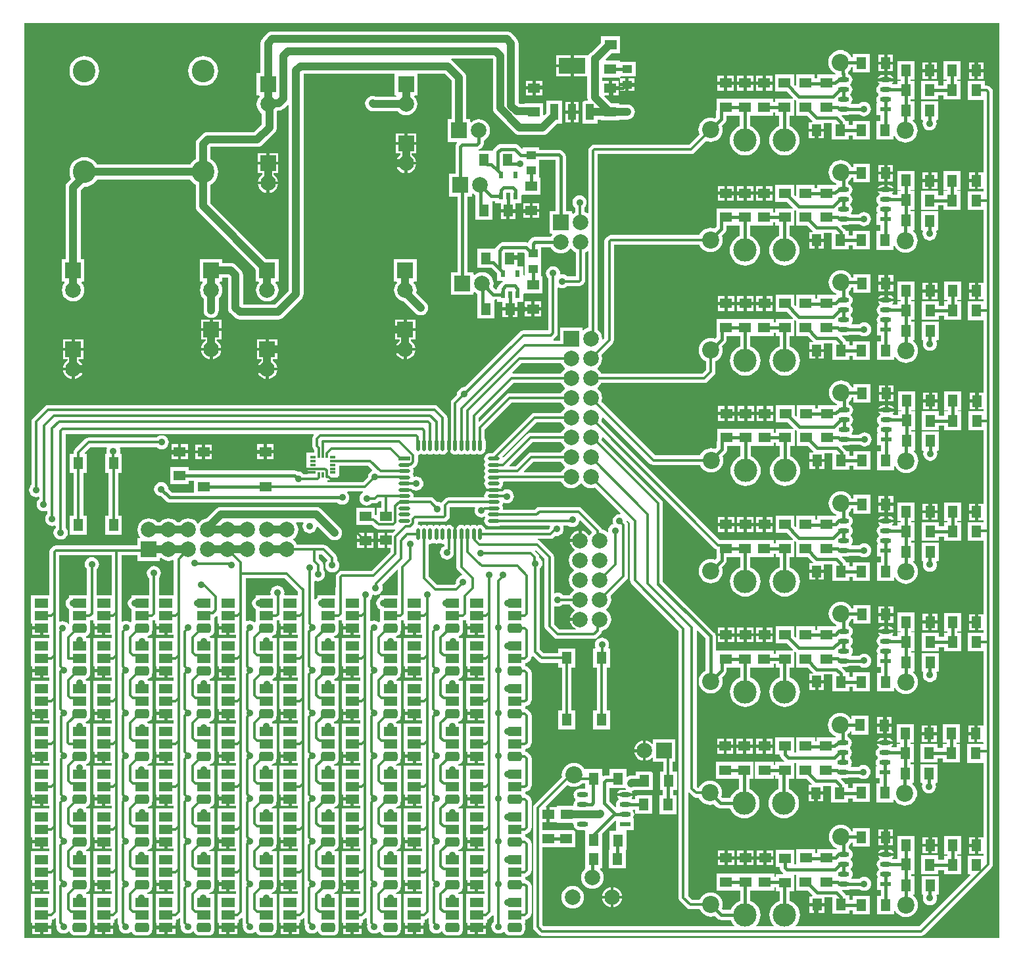
<source format=gbr>
%TF.GenerationSoftware,Altium Limited,Altium Designer,21.6.4 (81)*%
G04 Layer_Physical_Order=1*
G04 Layer_Color=255*
%FSLAX45Y45*%
%MOMM*%
%TF.SameCoordinates,70D3979D-B5F9-41FC-A6F4-C74AF17E61BC*%
%TF.FilePolarity,Positive*%
%TF.FileFunction,Copper,L1,Top,Signal*%
%TF.Part,Single*%
G01*
G75*
%TA.AperFunction,SMDPad,CuDef*%
%ADD10R,1.45000X0.60000*%
%ADD11O,1.45000X0.60000*%
%ADD12R,1.30000X1.50000*%
%ADD13R,1.50000X1.30000*%
%ADD14R,1.80000X1.20000*%
%ADD15R,1.30000X1.55000*%
G04:AMPARAMS|DCode=16|XSize=1.8mm|YSize=1.2mm|CornerRadius=0.3mm|HoleSize=0mm|Usage=FLASHONLY|Rotation=0.000|XOffset=0mm|YOffset=0mm|HoleType=Round|Shape=RoundedRectangle|*
%AMROUNDEDRECTD16*
21,1,1.80000,0.60000,0,0,0.0*
21,1,1.20000,1.20000,0,0,0.0*
1,1,0.60000,0.60000,-0.30000*
1,1,0.60000,-0.60000,-0.30000*
1,1,0.60000,-0.60000,0.30000*
1,1,0.60000,0.60000,0.30000*
%
%ADD16ROUNDEDRECTD16*%
%ADD17R,0.80000X0.30000*%
%ADD18R,0.30000X0.80000*%
%ADD19R,3.45000X2.05000*%
%ADD20R,1.10000X2.05000*%
%ADD21R,1.25000X1.00000*%
%ADD22R,1.50000X0.55000*%
%ADD23O,1.50000X0.55000*%
%ADD24O,0.55000X1.50000*%
%ADD25R,0.60000X0.95000*%
%ADD26R,1.55000X1.30000*%
%TA.AperFunction,Conductor*%
%ADD27C,0.40000*%
%ADD28C,0.30000*%
%ADD29C,0.35000*%
%ADD30C,1.00000*%
%TA.AperFunction,ComponentPad*%
%ADD31C,2.20000*%
%ADD32C,3.00000*%
%ADD33C,2.00000*%
%ADD34R,2.00000X2.00000*%
%ADD35R,2.00000X2.00000*%
%ADD36C,2.91000*%
%TA.AperFunction,ViaPad*%
%ADD37C,0.90000*%
G36*
X12598200Y146251D02*
X46251D01*
Y11926368D01*
X12598199Y11926369D01*
X12598200Y146251D01*
D02*
G37*
%LPC*%
G36*
X11231390Y11513410D02*
X11156390D01*
Y11428410D01*
X11231390D01*
Y11513410D01*
D02*
G37*
G36*
X11116390D02*
X11041390D01*
Y11428410D01*
X11116390D01*
Y11513410D01*
D02*
G37*
G36*
X7080570Y11505670D02*
X6898070D01*
Y11393170D01*
X7080570D01*
Y11505670D01*
D02*
G37*
G36*
X11800590Y11416780D02*
X11725590D01*
Y11331780D01*
X11800590D01*
Y11416780D01*
D02*
G37*
G36*
X11685590D02*
X11610590D01*
Y11331780D01*
X11685590D01*
Y11416780D01*
D02*
G37*
G36*
X12398760Y11415680D02*
X12323760D01*
Y11330680D01*
X12398760D01*
Y11415680D01*
D02*
G37*
G36*
X12283760D02*
X12208760D01*
Y11330680D01*
X12283760D01*
Y11415680D01*
D02*
G37*
G36*
X11231390Y11388410D02*
X11156390D01*
Y11303410D01*
X11231390D01*
Y11388410D01*
D02*
G37*
G36*
X11116390D02*
X11041390D01*
Y11303410D01*
X11116390D01*
Y11388410D01*
D02*
G37*
G36*
X6256369Y11817919D02*
X3241199D01*
X3216399Y11814655D01*
X3193289Y11805082D01*
X3173444Y11789854D01*
X3114865Y11731276D01*
X3099638Y11711431D01*
X3090065Y11688321D01*
X3086801Y11663521D01*
Y11280360D01*
X3037620D01*
Y10990360D01*
X3067482D01*
X3073745Y10977660D01*
X3055963Y10954486D01*
X3041352Y10919213D01*
X3036369Y10881360D01*
X3041352Y10843507D01*
X3055963Y10808234D01*
X3079205Y10777945D01*
X3105934Y10757435D01*
Y10621413D01*
X3007010Y10522489D01*
X2406839D01*
X2382039Y10519225D01*
X2358929Y10509652D01*
X2339084Y10494425D01*
X2280505Y10435846D01*
X2265278Y10416001D01*
X2255705Y10392891D01*
X2252441Y10368091D01*
Y10171719D01*
X2241912Y10166091D01*
X2212905Y10142285D01*
X2189099Y10113278D01*
X2183471Y10102749D01*
X983049D01*
X977421Y10113278D01*
X953615Y10142285D01*
X924608Y10166091D01*
X891514Y10183780D01*
X855605Y10194673D01*
X818260Y10198351D01*
X780915Y10194673D01*
X745006Y10183780D01*
X711912Y10166091D01*
X682905Y10142285D01*
X659099Y10113278D01*
X641410Y10080184D01*
X630517Y10044275D01*
X626838Y10006930D01*
X630517Y9969585D01*
X641410Y9933676D01*
X648297Y9920791D01*
X606215Y9878710D01*
X590988Y9858865D01*
X581415Y9835756D01*
X578150Y9810956D01*
Y8885260D01*
X528970D01*
Y8595260D01*
X558832D01*
X565095Y8582560D01*
X547313Y8559386D01*
X532702Y8524113D01*
X527719Y8486260D01*
X532702Y8448408D01*
X547313Y8413135D01*
X570555Y8382845D01*
X600844Y8359603D01*
X636117Y8344992D01*
X673970Y8340009D01*
X711823Y8344992D01*
X747096Y8359603D01*
X777385Y8382845D01*
X800627Y8413135D01*
X815238Y8448408D01*
X820221Y8486260D01*
X815238Y8524113D01*
X800627Y8559386D01*
X782845Y8582560D01*
X789108Y8595260D01*
X818970D01*
Y8885260D01*
X769789D01*
Y9771266D01*
X814411Y9815888D01*
X818260Y9815508D01*
X855605Y9819187D01*
X891514Y9830080D01*
X924608Y9847769D01*
X953615Y9871575D01*
X977421Y9900582D01*
X983049Y9911110D01*
X2183471D01*
X2189099Y9900582D01*
X2212905Y9871575D01*
X2241912Y9847769D01*
X2252441Y9842141D01*
Y9565970D01*
X2255705Y9541170D01*
X2265278Y9518060D01*
X2280505Y9498216D01*
X3028970Y8749751D01*
Y8595260D01*
X3058832D01*
X3065095Y8582560D01*
X3047313Y8559386D01*
X3032702Y8524113D01*
X3027719Y8486260D01*
X3032702Y8448408D01*
X3047313Y8413135D01*
X3070555Y8382845D01*
X3100844Y8359603D01*
X3136117Y8344992D01*
X3173970Y8340009D01*
X3211823Y8344992D01*
X3247096Y8359603D01*
X3277385Y8382845D01*
X3300627Y8413135D01*
X3315238Y8448408D01*
X3320221Y8486260D01*
X3315238Y8524113D01*
X3300627Y8559386D01*
X3282845Y8582560D01*
X3289108Y8595260D01*
X3318970D01*
Y8885260D01*
X3164479D01*
X2444079Y9605660D01*
Y9842141D01*
X2454608Y9847769D01*
X2483615Y9871575D01*
X2507421Y9900582D01*
X2525110Y9933676D01*
X2536003Y9969585D01*
X2539681Y10006930D01*
X2536003Y10044275D01*
X2525110Y10080184D01*
X2507421Y10113278D01*
X2483615Y10142285D01*
X2454608Y10166091D01*
X2444079Y10171719D01*
Y10328402D01*
X2446528Y10330851D01*
X3046700D01*
X3071500Y10334115D01*
X3094610Y10343688D01*
X3114455Y10358916D01*
X3269508Y10513969D01*
X3284736Y10533814D01*
X3294308Y10556924D01*
X3297573Y10581724D01*
Y10792982D01*
X3301641Y10798282D01*
X3323431D01*
X3348231Y10801547D01*
X3371341Y10811120D01*
X3391186Y10826347D01*
X3437321Y10872482D01*
X3450021Y10867221D01*
Y8475189D01*
X3275561Y8300729D01*
X2861759D01*
Y8681681D01*
X2858494Y8706481D01*
X2848922Y8729591D01*
X2833694Y8749436D01*
X2775116Y8808015D01*
X2755271Y8823242D01*
X2732161Y8832815D01*
X2707361Y8836080D01*
X2596970D01*
Y8885260D01*
X2306970D01*
Y8595260D01*
X2336832D01*
X2343095Y8582560D01*
X2325313Y8559386D01*
X2310702Y8524113D01*
X2305719Y8486260D01*
X2310702Y8448408D01*
X2325313Y8413135D01*
X2348555Y8382845D01*
X2356150Y8377017D01*
Y8222850D01*
X2359415Y8198050D01*
X2368988Y8174940D01*
X2384215Y8155095D01*
X2404060Y8139868D01*
X2427170Y8130295D01*
X2451970Y8127030D01*
X2476770Y8130295D01*
X2499880Y8139868D01*
X2519724Y8155095D01*
X2534952Y8174940D01*
X2544525Y8198050D01*
X2547789Y8222850D01*
Y8377017D01*
X2555385Y8382845D01*
X2578627Y8413135D01*
X2593238Y8448408D01*
X2598221Y8486260D01*
X2593238Y8524113D01*
X2578627Y8559386D01*
X2560845Y8582560D01*
X2567108Y8595260D01*
X2596970D01*
Y8644441D01*
X2667672D01*
X2670120Y8641992D01*
Y8258849D01*
X2673385Y8234049D01*
X2682958Y8210939D01*
X2698185Y8191094D01*
X2752125Y8137155D01*
X2771969Y8121927D01*
X2795079Y8112355D01*
X2819879Y8109090D01*
X3315251D01*
X3340050Y8112355D01*
X3363160Y8121927D01*
X3383005Y8137155D01*
X3613594Y8367744D01*
X3628822Y8387589D01*
X3638395Y8410699D01*
X3641659Y8435499D01*
Y11270772D01*
X3644108Y11273221D01*
X4815620D01*
Y10990360D01*
X4831062D01*
X4838120Y10977660D01*
X4837822Y10977179D01*
X4563608D01*
X4556160Y10980265D01*
X4531360Y10983529D01*
X4506560Y10980265D01*
X4483450Y10970692D01*
X4463605Y10955464D01*
X4448378Y10935620D01*
X4438805Y10912510D01*
X4435541Y10887710D01*
X4438805Y10862910D01*
X4448378Y10839800D01*
X4463605Y10819956D01*
X4469955Y10813605D01*
X4489800Y10798378D01*
X4512910Y10788805D01*
X4537710Y10785541D01*
X4851377D01*
X4857205Y10777945D01*
X4887494Y10754703D01*
X4922767Y10740092D01*
X4960620Y10735109D01*
X4998473Y10740092D01*
X5033746Y10754703D01*
X5064035Y10777945D01*
X5087277Y10808234D01*
X5101888Y10843507D01*
X5106871Y10881360D01*
X5101888Y10919213D01*
X5087277Y10954486D01*
X5069495Y10977660D01*
X5075758Y10990360D01*
X5105620D01*
Y11273221D01*
X5456712D01*
X5546791Y11183141D01*
Y10684730D01*
X5497610D01*
Y10394730D01*
X5614931D01*
X5619792Y10382997D01*
X5616572Y10379777D01*
X5606153Y10366199D01*
X5599603Y10350387D01*
X5597369Y10333418D01*
Y9982420D01*
X5517930D01*
Y9692420D01*
X5621640D01*
Y8715740D01*
X5542200D01*
Y8425740D01*
X5832200D01*
Y8455602D01*
X5844900Y8461865D01*
X5868075Y8444083D01*
X5879149Y8439496D01*
Y8288460D01*
X5879710Y8284198D01*
Y8123460D01*
X6099710D01*
Y8363460D01*
X6112257Y8363829D01*
X6133150D01*
Y8336890D01*
X6204480D01*
Y8262360D01*
X6299481D01*
X6394480D01*
Y8336890D01*
X6473150D01*
Y8432666D01*
X6478041Y8443340D01*
X6485850Y8443340D01*
X6718040D01*
Y8663340D01*
X6715646D01*
X6703000Y8663470D01*
Y8850770D01*
X6703000Y8853470D01*
Y8863470D01*
X6703000Y8866170D01*
Y9039069D01*
X6824729D01*
X6827863Y9031504D01*
X6851105Y9001215D01*
X6881394Y8977973D01*
X6916667Y8963362D01*
X6954520Y8958379D01*
X6992373Y8963362D01*
X7027646Y8977973D01*
X7057935Y9001215D01*
X7073516Y9021520D01*
X7089524D01*
X7105105Y9001215D01*
X7135394Y8977973D01*
X7147345Y8973023D01*
Y8660345D01*
X7037531D01*
X7035219Y8663359D01*
X7016418Y8677785D01*
X6994525Y8686853D01*
X6971030Y8689946D01*
X6955752Y8687935D01*
X6944340Y8698557D01*
X6944966Y8703310D01*
X6941873Y8726805D01*
X6932805Y8748698D01*
X6918379Y8767499D01*
X6899578Y8781925D01*
X6877685Y8790993D01*
X6854190Y8794086D01*
X6830695Y8790993D01*
X6808802Y8781925D01*
X6790001Y8767499D01*
X6775575Y8748698D01*
X6766507Y8726805D01*
X6763414Y8703310D01*
X6766507Y8679815D01*
X6775575Y8657922D01*
X6790001Y8639121D01*
X6793015Y8636809D01*
Y7966925D01*
X6470212D01*
X6446801Y7962269D01*
X6426954Y7949007D01*
X5715845Y7237898D01*
X5708064Y7238923D01*
X5684569Y7235829D01*
X5662675Y7226761D01*
X5643875Y7212335D01*
X5629449Y7193535D01*
X5620381Y7171641D01*
X5617287Y7148146D01*
X5618312Y7140365D01*
X5550396Y7072449D01*
X5537134Y7052602D01*
X5532478Y7029191D01*
Y6603941D01*
X5522660Y6595884D01*
X5513653Y6597675D01*
X5507195Y6596391D01*
X5497377Y6604448D01*
Y6838950D01*
X5492527Y6863336D01*
X5490395Y6866527D01*
X5490172Y6867647D01*
X5476911Y6887494D01*
X5374107Y6990297D01*
X5354261Y7003559D01*
X5330850Y7008215D01*
X352317D01*
X328906Y7003559D01*
X309059Y6990297D01*
X153593Y6834830D01*
X140331Y6814984D01*
X135675Y6791573D01*
Y5978351D01*
X132661Y5976039D01*
X118235Y5957238D01*
X109167Y5935345D01*
X106074Y5911850D01*
X109167Y5888355D01*
X118235Y5866462D01*
X132661Y5847661D01*
X151462Y5833235D01*
X173355Y5824167D01*
X196850Y5821074D01*
X220345Y5824167D01*
X230115Y5828214D01*
X240675Y5821158D01*
Y5801997D01*
X230811Y5794429D01*
X216385Y5775628D01*
X207317Y5753735D01*
X204224Y5730240D01*
X207317Y5706745D01*
X216385Y5684852D01*
X230811Y5666051D01*
X249612Y5651625D01*
X271505Y5642557D01*
X295000Y5639464D01*
X318495Y5642557D01*
X331254Y5647842D01*
X343955Y5639356D01*
Y5606241D01*
X340941Y5603929D01*
X326515Y5585128D01*
X317447Y5563235D01*
X314354Y5539740D01*
X317447Y5516245D01*
X326515Y5494352D01*
X340941Y5475551D01*
X359742Y5461125D01*
X381635Y5452057D01*
X405130Y5448964D01*
X428625Y5452057D01*
X438346Y5456084D01*
X448906Y5449028D01*
Y5429025D01*
X448441Y5428669D01*
X434015Y5409868D01*
X424947Y5387975D01*
X421854Y5364480D01*
X424947Y5340985D01*
X434015Y5319092D01*
X448441Y5300291D01*
X467242Y5285865D01*
X489135Y5276797D01*
X512630Y5273704D01*
X536125Y5276797D01*
X558018Y5285865D01*
X576819Y5300291D01*
X591244Y5319092D01*
X600313Y5340985D01*
X603406Y5364480D01*
X600313Y5387975D01*
X591244Y5409868D01*
X576819Y5428669D01*
X576354Y5429025D01*
Y6633417D01*
X3770291D01*
X3775151Y6621683D01*
X3772523Y6619055D01*
X3759261Y6599209D01*
X3754605Y6575798D01*
Y6477430D01*
X3759261Y6454019D01*
X3772523Y6434173D01*
X3779604Y6427091D01*
Y6397300D01*
X3678280D01*
Y6277300D01*
Y6177300D01*
X3693280D01*
Y6119935D01*
X3641851D01*
X3639539Y6122949D01*
X3620738Y6137375D01*
X3598845Y6146443D01*
X3575350Y6149536D01*
X3567863Y6148551D01*
X3560556Y6154157D01*
X3544744Y6160707D01*
X3527776Y6162941D01*
X2163600D01*
Y6207380D01*
X1923600D01*
Y5987380D01*
X2163600D01*
Y6031819D01*
X2232080D01*
Y5880891D01*
X1943586D01*
X1898962Y5925515D01*
X1896163Y5946775D01*
X1887095Y5968668D01*
X1872669Y5987469D01*
X1853868Y6001895D01*
X1831975Y6010963D01*
X1808480Y6014056D01*
X1784985Y6010963D01*
X1763092Y6001895D01*
X1744291Y5987469D01*
X1729865Y5968668D01*
X1720797Y5946775D01*
X1717704Y5923280D01*
X1720797Y5899785D01*
X1729865Y5877892D01*
X1744291Y5859091D01*
X1763092Y5844665D01*
X1784985Y5835597D01*
X1806245Y5832798D01*
X1870072Y5768971D01*
X1883650Y5758553D01*
X1899462Y5752003D01*
X1916430Y5749769D01*
X4077800D01*
X4094812Y5736715D01*
X4116705Y5727647D01*
X4140200Y5724554D01*
X4163695Y5727647D01*
X4185588Y5736715D01*
X4204389Y5751141D01*
X4218815Y5769942D01*
X4227883Y5791835D01*
X4230976Y5815330D01*
X4227883Y5838825D01*
X4218815Y5860718D01*
X4204389Y5879519D01*
X4203033Y5880558D01*
X4207116Y5892585D01*
X4401990D01*
X4402924Y5890876D01*
X4405285Y5879885D01*
X4389055Y5867431D01*
X4374630Y5848631D01*
X4365561Y5826737D01*
X4362468Y5803243D01*
X4365561Y5779748D01*
X4374630Y5757854D01*
X4389055Y5739054D01*
X4407856Y5724628D01*
X4429749Y5715560D01*
X4453244Y5712466D01*
X4476739Y5715560D01*
X4498632Y5724628D01*
X4517433Y5739054D01*
X4517789Y5739518D01*
X4555480D01*
X4579867Y5744369D01*
X4600540Y5758183D01*
X4615182Y5772825D01*
X4638916D01*
Y5686460D01*
X4582640D01*
Y5597628D01*
X4571440Y5591641D01*
X4568952Y5593304D01*
X4559920Y5595100D01*
Y5684030D01*
X4319920D01*
Y5464030D01*
X4524846D01*
X4564976Y5423900D01*
X4585650Y5410086D01*
X4610036Y5405236D01*
X4795244D01*
X4814532Y5409072D01*
X4820788Y5397367D01*
X4785110Y5361690D01*
X4721540D01*
Y5266690D01*
Y5171690D01*
X4761015D01*
Y5116770D01*
X4707813Y5063568D01*
X4707812Y5063567D01*
X4517699Y4873454D01*
X4134003D01*
X4110592Y4868797D01*
X4090746Y4855536D01*
X4073172Y4837962D01*
X4059911Y4818115D01*
X4055254Y4794704D01*
Y4666145D01*
X4052705Y4653330D01*
Y4560800D01*
X3823930D01*
Y4533965D01*
X3823592Y4533825D01*
X3804791Y4519399D01*
X3793705Y4504952D01*
X3781005Y4509263D01*
Y4738464D01*
X3793706Y4746950D01*
X3803684Y4742816D01*
X3827179Y4739723D01*
X3850674Y4742816D01*
X3872567Y4751885D01*
X3891368Y4766311D01*
X3905794Y4785111D01*
X3914862Y4807005D01*
X3917955Y4830499D01*
X3914862Y4853994D01*
X3905794Y4875888D01*
X3895305Y4889556D01*
Y4946552D01*
X3890649Y4969963D01*
X3877387Y4989810D01*
X3840695Y5026502D01*
Y5086135D01*
X3875037D01*
X3941866Y5019305D01*
X3947241Y5007421D01*
X3932815Y4988621D01*
X3923747Y4966727D01*
X3920653Y4943233D01*
X3923747Y4919738D01*
X3932815Y4897844D01*
X3947241Y4879044D01*
X3966041Y4864618D01*
X3987935Y4855550D01*
X4011430Y4852456D01*
X4034924Y4855550D01*
X4056818Y4864618D01*
X4075618Y4879044D01*
X4090044Y4897844D01*
X4099113Y4919738D01*
X4102206Y4943233D01*
X4099113Y4966727D01*
X4090044Y4988621D01*
X4075618Y5007421D01*
X4072605Y5009733D01*
Y5036257D01*
X4067948Y5059668D01*
X4054687Y5079514D01*
X3943634Y5190567D01*
X3923787Y5203829D01*
X3900376Y5208485D01*
X3558067D01*
X3553117Y5220436D01*
X3529875Y5250725D01*
X3509570Y5266306D01*
Y5282314D01*
X3529875Y5297895D01*
X3553117Y5328184D01*
X3567728Y5363457D01*
X3572711Y5401310D01*
X3567728Y5439163D01*
X3553117Y5474436D01*
X3541864Y5489100D01*
X3547482Y5500491D01*
X3633964D01*
X3639825Y5487790D01*
X3632147Y5469255D01*
X3629054Y5445760D01*
X3632147Y5422265D01*
X3641215Y5400372D01*
X3655641Y5381571D01*
X3674442Y5367145D01*
X3696335Y5358077D01*
X3719830Y5354984D01*
X3743325Y5358077D01*
X3765218Y5367145D01*
X3784019Y5381571D01*
X3798445Y5400372D01*
X3807513Y5422265D01*
X3809673Y5438668D01*
X3823082Y5443219D01*
X3973385Y5292915D01*
X3993230Y5277688D01*
X4016340Y5268115D01*
X4041140Y5264851D01*
X4065940Y5268115D01*
X4089050Y5277688D01*
X4108895Y5292915D01*
X4124122Y5312760D01*
X4133695Y5335870D01*
X4136959Y5360670D01*
X4133695Y5385470D01*
X4124122Y5408580D01*
X4108895Y5428424D01*
X3873254Y5664065D01*
X3853410Y5679292D01*
X3830300Y5688865D01*
X3805500Y5692130D01*
X2578400D01*
X2553600Y5688865D01*
X2530490Y5679292D01*
X2510646Y5664065D01*
X2391668Y5545087D01*
X2372607Y5542578D01*
X2337334Y5527967D01*
X2307045Y5504725D01*
X2291464Y5484420D01*
X2275456D01*
X2259875Y5504725D01*
X2229586Y5527967D01*
X2194313Y5542578D01*
X2156460Y5547561D01*
X2118607Y5542578D01*
X2083334Y5527967D01*
X2053045Y5504725D01*
X2047217Y5497129D01*
X2011703D01*
X2005875Y5504725D01*
X1975586Y5527967D01*
X1940313Y5542578D01*
X1902460Y5547561D01*
X1864607Y5542578D01*
X1829334Y5527967D01*
X1799045Y5504725D01*
X1793217Y5497129D01*
X1757703D01*
X1751875Y5504725D01*
X1721586Y5527967D01*
X1686313Y5542578D01*
X1648460Y5547561D01*
X1610607Y5542578D01*
X1575334Y5527967D01*
X1545045Y5504725D01*
X1521803Y5474436D01*
X1507192Y5439163D01*
X1502209Y5401310D01*
X1507192Y5363457D01*
X1521803Y5328184D01*
X1539585Y5305010D01*
X1533322Y5292310D01*
X1503460D01*
Y5200874D01*
X453573D01*
X429186Y5196024D01*
X408513Y5182210D01*
X388010Y5161707D01*
X374196Y5141034D01*
X369346Y5116647D01*
Y4650406D01*
X369036Y4648847D01*
Y4560800D01*
X133930D01*
Y4350800D01*
Y4190801D01*
X148930D01*
Y4155800D01*
X268930D01*
Y4135800D01*
X288930D01*
Y4045800D01*
X368446D01*
Y4010800D01*
X133930D01*
Y3800800D01*
Y3640801D01*
X148930D01*
Y3605800D01*
X268930D01*
Y3585800D01*
X288930D01*
Y3495800D01*
X368446D01*
Y3460800D01*
X133930D01*
Y3250800D01*
Y3090801D01*
X148930D01*
Y3055800D01*
X268930D01*
Y3035800D01*
X288930D01*
Y2945801D01*
X368446D01*
Y2910800D01*
X133930D01*
Y2700800D01*
Y2540801D01*
X148930D01*
Y2505800D01*
X268930D01*
Y2485800D01*
X288930D01*
Y2395800D01*
X368446D01*
Y2360800D01*
X133930D01*
Y2150800D01*
Y1990801D01*
X148930D01*
Y1955800D01*
X268930D01*
Y1935800D01*
X288930D01*
Y1845800D01*
X368446D01*
Y1810800D01*
X133930D01*
Y1600800D01*
Y1440801D01*
X148930D01*
Y1405800D01*
X268930D01*
Y1385800D01*
X288930D01*
Y1295801D01*
X368446D01*
Y1260800D01*
X133930D01*
Y1050800D01*
Y890801D01*
X148930D01*
Y855800D01*
X268930D01*
Y835800D01*
X288930D01*
Y745800D01*
X368446D01*
Y710800D01*
X133930D01*
Y500800D01*
Y340801D01*
X148930D01*
Y305800D01*
X268930D01*
X388930D01*
Y340801D01*
X403930D01*
Y385264D01*
X415256Y387517D01*
X435930Y401330D01*
X438472Y403873D01*
X450206Y399012D01*
Y342653D01*
X455056Y318267D01*
X462430Y307231D01*
X460774Y294650D01*
X463867Y271155D01*
X472936Y249262D01*
X487361Y230462D01*
X506162Y216036D01*
X528055Y206967D01*
X551550Y203874D01*
X575045Y206967D01*
X596938Y216036D01*
X614799Y229740D01*
X616756Y230242D01*
X629473Y227499D01*
X633418Y217977D01*
X645439Y202309D01*
X661107Y190288D01*
X679351Y182731D01*
X698930Y180153D01*
X818930D01*
X838509Y182731D01*
X856753Y190288D01*
X872420Y202309D01*
X884442Y217976D01*
X891999Y236221D01*
X894577Y255800D01*
Y315800D01*
X892958Y328100D01*
X893930Y340800D01*
X893930Y340800D01*
X893930Y340800D01*
Y500800D01*
Y710800D01*
X842311D01*
X838532Y719924D01*
X838528Y722176D01*
X843513Y734803D01*
X856753Y740288D01*
X872420Y752309D01*
X884442Y767977D01*
X891999Y786221D01*
X894577Y805800D01*
Y865800D01*
X892958Y878100D01*
X893930Y890800D01*
X893930Y890800D01*
X893930Y890800D01*
Y1050800D01*
Y1260800D01*
X842582D01*
X838789Y1269958D01*
X838630Y1277184D01*
X844715Y1285301D01*
X856753Y1290288D01*
X872420Y1302310D01*
X884442Y1317977D01*
X891999Y1336221D01*
X894577Y1355800D01*
Y1415800D01*
X892958Y1428100D01*
X893930Y1440800D01*
X893930Y1440800D01*
X893930Y1440801D01*
Y1600800D01*
Y1810800D01*
X845062D01*
X840703Y1818096D01*
X840615Y1818308D01*
X840438Y1818538D01*
X838714Y1821424D01*
X843856Y1834946D01*
X856753Y1840288D01*
X872420Y1852309D01*
X884442Y1867976D01*
X891999Y1886221D01*
X894577Y1905800D01*
Y1965800D01*
X892958Y1978100D01*
X893930Y1990800D01*
X893930Y1990800D01*
X893930Y1990800D01*
Y2150800D01*
Y2360800D01*
X844810D01*
X840792Y2370500D01*
X838599Y2382249D01*
X847141Y2386306D01*
X856753Y2390288D01*
X872420Y2402309D01*
X884442Y2417976D01*
X891999Y2436221D01*
X894577Y2455800D01*
Y2515800D01*
X892958Y2528100D01*
X893930Y2540800D01*
X893930Y2540800D01*
X893930Y2540800D01*
Y2700800D01*
Y2910800D01*
X840453D01*
X834636Y2921652D01*
X840636Y2933612D01*
X856753Y2940288D01*
X872420Y2952310D01*
X884442Y2967977D01*
X891999Y2986221D01*
X894577Y3005800D01*
Y3065800D01*
X892958Y3078100D01*
X893930Y3090800D01*
X893930Y3090800D01*
X893930Y3090801D01*
Y3250800D01*
Y3460800D01*
X844541D01*
X836680Y3472169D01*
X837803Y3478657D01*
X842578Y3484416D01*
X856753Y3490288D01*
X872420Y3502309D01*
X884442Y3517977D01*
X891999Y3536221D01*
X894577Y3555800D01*
Y3615800D01*
X892958Y3628100D01*
X893930Y3640800D01*
X893930Y3640800D01*
X893930Y3640800D01*
Y3800800D01*
Y4010800D01*
X844810D01*
X840792Y4020500D01*
X838599Y4032248D01*
X847141Y4036306D01*
X856753Y4040288D01*
X872420Y4052309D01*
X884442Y4067977D01*
X891999Y4086221D01*
X894577Y4105800D01*
Y4165800D01*
X892958Y4178100D01*
X893930Y4190800D01*
X893930Y4190800D01*
X893930Y4190800D01*
Y4233345D01*
X911934Y4236926D01*
X921230Y4243138D01*
X933930Y4236349D01*
Y4190801D01*
X948930D01*
Y4155800D01*
X1068930D01*
Y4135800D01*
X1088930D01*
Y4045800D01*
X1168446D01*
Y4010800D01*
X933930D01*
Y3800800D01*
Y3640801D01*
X948930D01*
Y3605800D01*
X1068930D01*
Y3585800D01*
X1088930D01*
Y3495800D01*
X1168446D01*
Y3460800D01*
X933930D01*
Y3250800D01*
Y3090801D01*
X948930D01*
Y3055800D01*
X1068930D01*
Y3035800D01*
X1088930D01*
Y2945801D01*
X1168446D01*
Y2910800D01*
X933930D01*
Y2700800D01*
Y2540801D01*
X948930D01*
Y2505800D01*
X1068930D01*
Y2485800D01*
X1088930D01*
Y2395800D01*
X1168446D01*
Y2360800D01*
X933930D01*
Y2150800D01*
Y1990801D01*
X948930D01*
Y1955800D01*
X1068930D01*
Y1935800D01*
X1088930D01*
Y1845800D01*
X1168446D01*
Y1810800D01*
X933930D01*
Y1600800D01*
Y1440801D01*
X948930D01*
Y1405800D01*
X1068930D01*
Y1385800D01*
X1088930D01*
Y1295801D01*
X1168446D01*
Y1260800D01*
X933930D01*
Y1050800D01*
Y890801D01*
X948930D01*
Y855800D01*
X1068930D01*
Y835800D01*
X1088930D01*
Y745800D01*
X1168446D01*
Y710800D01*
X933930D01*
Y500800D01*
Y340801D01*
X948930D01*
Y305800D01*
X1068930D01*
X1188930D01*
Y340801D01*
X1203930D01*
Y385264D01*
X1215256Y387517D01*
X1235486Y401033D01*
X1241058Y399945D01*
X1248186Y396993D01*
Y342653D01*
X1253036Y318267D01*
X1262098Y304706D01*
X1260774Y294650D01*
X1263867Y271155D01*
X1272935Y249262D01*
X1287361Y230462D01*
X1306162Y216036D01*
X1328055Y206967D01*
X1351550Y203874D01*
X1375045Y206967D01*
X1396938Y216036D01*
X1414799Y229740D01*
X1416756Y230242D01*
X1429473Y227499D01*
X1433418Y217977D01*
X1445439Y202309D01*
X1461107Y190288D01*
X1479351Y182731D01*
X1498930Y180153D01*
X1618930D01*
X1638509Y182731D01*
X1656753Y190288D01*
X1672420Y202309D01*
X1684442Y217976D01*
X1691999Y236221D01*
X1694577Y255800D01*
Y315800D01*
X1692957Y328100D01*
X1693930Y340800D01*
X1693930Y340800D01*
X1693930Y340800D01*
Y500800D01*
Y710800D01*
X1631155D01*
X1624964Y719633D01*
X1630098Y731623D01*
X1638509Y732731D01*
X1656753Y740288D01*
X1672420Y752309D01*
X1684442Y767977D01*
X1691999Y786221D01*
X1694577Y805800D01*
Y865800D01*
X1692957Y878100D01*
X1693930Y890800D01*
X1693930Y890800D01*
X1693930Y890800D01*
Y1050800D01*
Y1260800D01*
X1635642D01*
X1628651Y1270710D01*
X1633480Y1282069D01*
X1638509Y1282731D01*
X1656753Y1290288D01*
X1672420Y1302310D01*
X1684442Y1317977D01*
X1691999Y1336221D01*
X1694577Y1355800D01*
Y1415800D01*
X1692957Y1428100D01*
X1693930Y1440800D01*
X1693930Y1440800D01*
X1693930Y1440801D01*
Y1600800D01*
Y1810800D01*
X1640450D01*
X1639445Y1813228D01*
X1633498Y1820978D01*
X1635652Y1826176D01*
X1640011Y1833353D01*
X1656753Y1840288D01*
X1672420Y1852309D01*
X1684442Y1867976D01*
X1691999Y1886221D01*
X1694577Y1905800D01*
Y1965800D01*
X1692957Y1978100D01*
X1693930Y1990800D01*
X1693930Y1990800D01*
X1693930Y1990800D01*
Y2150800D01*
Y2360800D01*
X1635853D01*
X1634506Y2362796D01*
X1634365Y2363138D01*
X1633625Y2364102D01*
X1629042Y2370894D01*
X1633682Y2382095D01*
X1638509Y2382731D01*
X1656753Y2390288D01*
X1672420Y2402309D01*
X1684442Y2417976D01*
X1691999Y2436221D01*
X1694577Y2455800D01*
Y2515800D01*
X1692957Y2528100D01*
X1693930Y2540800D01*
X1693930Y2540800D01*
X1693930Y2540800D01*
Y2700800D01*
Y2910800D01*
X1635115D01*
X1628154Y2920341D01*
X1632763Y2931974D01*
X1638509Y2932731D01*
X1656753Y2940288D01*
X1672420Y2952310D01*
X1684442Y2967977D01*
X1691999Y2986221D01*
X1694577Y3005800D01*
Y3065800D01*
X1692957Y3078100D01*
X1693930Y3090800D01*
X1693930Y3090800D01*
X1693930Y3090801D01*
Y3250800D01*
Y3460800D01*
X1637281D01*
X1634467Y3465252D01*
X1634365Y3465498D01*
X1634060Y3465896D01*
X1630717Y3471183D01*
X1635327Y3482312D01*
X1638509Y3482731D01*
X1656753Y3490288D01*
X1672420Y3502309D01*
X1684442Y3517977D01*
X1691999Y3536221D01*
X1694577Y3555800D01*
Y3615800D01*
X1692957Y3628100D01*
X1693930Y3640800D01*
X1693930Y3640800D01*
X1693930Y3640800D01*
Y3800800D01*
Y4010800D01*
X1639377D01*
X1631903Y4021333D01*
X1636515Y4032468D01*
X1638509Y4032731D01*
X1656753Y4040288D01*
X1672420Y4052309D01*
X1684442Y4067977D01*
X1691999Y4086221D01*
X1694577Y4105800D01*
Y4165800D01*
X1692957Y4178100D01*
X1693930Y4190800D01*
X1693930Y4190800D01*
X1693930Y4190800D01*
Y4232437D01*
X1716496Y4236926D01*
X1722730Y4241091D01*
X1733930Y4235105D01*
Y4190801D01*
X1748930D01*
Y4155800D01*
X1868930D01*
Y4135800D01*
X1888930D01*
Y4045800D01*
X1968446D01*
Y4010800D01*
X1733930D01*
Y3800800D01*
Y3640801D01*
X1748930D01*
Y3605800D01*
X1868930D01*
Y3585800D01*
X1888930D01*
Y3495800D01*
X1968446D01*
Y3460800D01*
X1733930D01*
Y3250800D01*
Y3090801D01*
X1748930D01*
Y3055800D01*
X1868930D01*
Y3035800D01*
X1888930D01*
Y2945801D01*
X1968446D01*
Y2910800D01*
X1733930D01*
Y2700800D01*
Y2540801D01*
X1748930D01*
Y2505800D01*
X1868930D01*
Y2485800D01*
X1888930D01*
Y2395800D01*
X1968446D01*
Y2360800D01*
X1733930D01*
Y2150800D01*
Y1990801D01*
X1748930D01*
Y1955800D01*
X1868930D01*
Y1935800D01*
X1888930D01*
Y1845800D01*
X1968446D01*
Y1810800D01*
X1733930D01*
Y1600800D01*
Y1440801D01*
X1748930D01*
Y1405800D01*
X1868930D01*
Y1385800D01*
X1888930D01*
Y1295801D01*
X1968446D01*
Y1260800D01*
X1733930D01*
Y1050800D01*
Y890801D01*
X1748930D01*
Y855800D01*
X1868930D01*
Y835800D01*
X1888930D01*
Y745800D01*
X1968446D01*
Y710800D01*
X1733930D01*
Y500800D01*
Y340801D01*
X1748930D01*
Y305800D01*
X1868930D01*
X1988930D01*
Y340801D01*
X2003930D01*
Y385264D01*
X2015257Y387517D01*
X2035486Y401033D01*
X2041058Y399945D01*
X2048186Y396993D01*
Y342653D01*
X2053037Y318267D01*
X2062098Y304706D01*
X2060774Y294650D01*
X2063867Y271155D01*
X2072936Y249262D01*
X2087362Y230462D01*
X2106162Y216036D01*
X2128055Y206967D01*
X2151550Y203874D01*
X2175045Y206967D01*
X2196938Y216036D01*
X2214799Y229740D01*
X2216756Y230242D01*
X2229474Y227499D01*
X2233418Y217977D01*
X2245440Y202309D01*
X2261106Y190288D01*
X2279351Y182731D01*
X2298930Y180153D01*
X2418930D01*
X2438509Y182731D01*
X2456754Y190288D01*
X2472421Y202309D01*
X2484442Y217976D01*
X2491999Y236221D01*
X2494577Y255800D01*
Y315800D01*
X2492958Y328100D01*
X2493930Y340800D01*
X2493930Y340800D01*
X2493930Y340800D01*
Y500800D01*
Y710800D01*
X2431155D01*
X2424964Y719633D01*
X2430098Y731623D01*
X2438509Y732731D01*
X2456754Y740288D01*
X2472421Y752309D01*
X2484442Y767977D01*
X2491999Y786221D01*
X2494577Y805800D01*
Y865800D01*
X2492958Y878100D01*
X2493930Y890800D01*
X2493930Y890800D01*
X2493930Y890800D01*
Y1050800D01*
Y1260800D01*
X2435643D01*
X2428651Y1270710D01*
X2433480Y1282069D01*
X2438509Y1282731D01*
X2456754Y1290288D01*
X2472421Y1302310D01*
X2484442Y1317977D01*
X2491999Y1336221D01*
X2494577Y1355800D01*
Y1415800D01*
X2492958Y1428100D01*
X2493930Y1440800D01*
X2493930Y1440800D01*
X2493930Y1440801D01*
Y1600800D01*
Y1810800D01*
X2440451D01*
X2439445Y1813228D01*
X2433499Y1820978D01*
X2435652Y1826176D01*
X2440011Y1833353D01*
X2456754Y1840288D01*
X2472421Y1852309D01*
X2484442Y1867976D01*
X2491999Y1886221D01*
X2494577Y1905800D01*
Y1965800D01*
X2492958Y1978100D01*
X2493930Y1990800D01*
X2493930Y1990800D01*
X2493930Y1990800D01*
Y2150800D01*
Y2360800D01*
X2435853D01*
X2434506Y2362796D01*
X2434365Y2363138D01*
X2433626Y2364102D01*
X2429042Y2370894D01*
X2433682Y2382095D01*
X2438509Y2382731D01*
X2456754Y2390288D01*
X2472421Y2402309D01*
X2484442Y2417976D01*
X2491999Y2436221D01*
X2494577Y2455800D01*
Y2515800D01*
X2492958Y2528100D01*
X2493930Y2540800D01*
X2493930Y2540800D01*
X2493930Y2540800D01*
Y2700800D01*
Y2910800D01*
X2435116D01*
X2428154Y2920341D01*
X2432763Y2931974D01*
X2438509Y2932731D01*
X2456754Y2940288D01*
X2472421Y2952310D01*
X2484442Y2967977D01*
X2491999Y2986221D01*
X2494577Y3005800D01*
Y3065800D01*
X2492958Y3078100D01*
X2493930Y3090800D01*
X2493930Y3090800D01*
X2493930Y3090801D01*
Y3250800D01*
Y3460800D01*
X2437282D01*
X2434467Y3465252D01*
X2434365Y3465498D01*
X2434060Y3465896D01*
X2430717Y3471183D01*
X2435327Y3482312D01*
X2438509Y3482731D01*
X2456754Y3490288D01*
X2472421Y3502309D01*
X2484442Y3517977D01*
X2491999Y3536221D01*
X2494577Y3555800D01*
Y3615800D01*
X2492958Y3628100D01*
X2493930Y3640800D01*
X2493930Y3640800D01*
X2493930Y3640800D01*
Y3800800D01*
Y4010800D01*
X2439377D01*
X2431903Y4021333D01*
X2436515Y4032468D01*
X2438509Y4032731D01*
X2456754Y4040288D01*
X2472421Y4052309D01*
X2484442Y4067977D01*
X2491999Y4086221D01*
X2494577Y4105800D01*
Y4165800D01*
X2492958Y4178100D01*
X2493930Y4190800D01*
X2493930Y4190800D01*
X2493930Y4190800D01*
Y4273377D01*
X2499205Y4274426D01*
X2519878Y4288240D01*
X2522197Y4290559D01*
X2533930Y4285698D01*
Y4190801D01*
X2548930D01*
Y4155800D01*
X2668930D01*
Y4135800D01*
X2688930D01*
Y4045800D01*
X2768446D01*
Y4010800D01*
X2533930D01*
Y3800800D01*
Y3640801D01*
X2548930D01*
Y3605800D01*
X2668930D01*
Y3585800D01*
X2688930D01*
Y3495800D01*
X2768446D01*
Y3460800D01*
X2533930D01*
Y3250800D01*
Y3090801D01*
X2548930D01*
Y3055800D01*
X2668930D01*
Y3035800D01*
X2688930D01*
Y2945801D01*
X2768446D01*
Y2910800D01*
X2533930D01*
Y2700800D01*
Y2540801D01*
X2548930D01*
Y2505800D01*
X2668930D01*
Y2485800D01*
X2688930D01*
Y2395800D01*
X2768446D01*
Y2360800D01*
X2533930D01*
Y2150800D01*
Y1990801D01*
X2548930D01*
Y1955800D01*
X2668930D01*
Y1935800D01*
X2688930D01*
Y1845800D01*
X2768446D01*
Y1810800D01*
X2533930D01*
Y1600800D01*
Y1440801D01*
X2548930D01*
Y1405800D01*
X2668930D01*
Y1385800D01*
X2688930D01*
Y1295801D01*
X2768446D01*
Y1260800D01*
X2533930D01*
Y1050800D01*
Y890801D01*
X2548930D01*
Y855800D01*
X2668930D01*
Y835800D01*
X2688930D01*
Y745800D01*
X2768446D01*
Y710800D01*
X2533930D01*
Y500800D01*
Y340801D01*
X2548930D01*
Y305800D01*
X2668930D01*
X2788930D01*
Y340801D01*
X2803930D01*
Y385264D01*
X2815256Y387517D01*
X2835930Y401330D01*
X2841732Y407133D01*
X2853466Y402273D01*
Y342653D01*
X2858316Y318267D01*
X2862967Y311307D01*
X2860774Y294650D01*
X2863867Y271155D01*
X2872936Y249262D01*
X2887362Y230462D01*
X2906162Y216036D01*
X2928055Y206967D01*
X2951550Y203874D01*
X2975045Y206967D01*
X2996938Y216036D01*
X3014799Y229740D01*
X3016756Y230242D01*
X3029473Y227499D01*
X3033418Y217977D01*
X3045439Y202309D01*
X3061106Y190288D01*
X3079351Y182731D01*
X3098930Y180153D01*
X3218930D01*
X3238509Y182731D01*
X3256753Y190288D01*
X3272420Y202309D01*
X3284442Y217976D01*
X3291999Y236221D01*
X3294577Y255800D01*
Y315800D01*
X3292958Y328100D01*
X3293930Y340800D01*
X3293930Y340800D01*
X3293930Y340800D01*
Y500800D01*
Y710800D01*
X3237659D01*
X3237105Y712138D01*
X3230614Y720597D01*
X3235474Y732331D01*
X3238509Y732731D01*
X3256753Y740288D01*
X3272420Y752309D01*
X3284442Y767977D01*
X3291999Y786221D01*
X3294577Y805800D01*
Y865800D01*
X3292958Y878100D01*
X3293930Y890800D01*
X3293930Y890800D01*
X3293930Y890800D01*
Y1050800D01*
Y1260800D01*
X3236353D01*
X3236350Y1260803D01*
X3235835Y1262048D01*
X3232030Y1267007D01*
X3229488Y1270657D01*
X3234257Y1282171D01*
X3238509Y1282731D01*
X3256753Y1290288D01*
X3272420Y1302310D01*
X3284442Y1317977D01*
X3291999Y1336221D01*
X3294577Y1355800D01*
Y1415800D01*
X3292958Y1428100D01*
X3293930Y1440800D01*
X3293930Y1440800D01*
X3293930Y1440801D01*
Y1600800D01*
Y1810800D01*
X3236028D01*
X3228967Y1820802D01*
X3233771Y1832107D01*
X3238509Y1832731D01*
X3256753Y1840288D01*
X3272420Y1852309D01*
X3284442Y1867976D01*
X3291999Y1886221D01*
X3294577Y1905800D01*
Y1965800D01*
X3292958Y1978100D01*
X3293930Y1990800D01*
X3293930Y1990800D01*
X3293930Y1990800D01*
Y2150800D01*
Y2360800D01*
X3236780D01*
X3234803Y2363833D01*
X3234565Y2364408D01*
X3233659Y2365589D01*
X3230109Y2371035D01*
X3234749Y2382236D01*
X3238509Y2382731D01*
X3256753Y2390288D01*
X3272420Y2402309D01*
X3284442Y2417976D01*
X3291999Y2436221D01*
X3294577Y2455800D01*
Y2515800D01*
X3292958Y2528100D01*
X3293930Y2540800D01*
X3293930Y2540800D01*
X3293930Y2540800D01*
Y2700800D01*
Y2910800D01*
X3241102D01*
X3239645Y2914318D01*
X3234520Y2920997D01*
X3240797Y2933679D01*
X3256753Y2940288D01*
X3272420Y2952310D01*
X3284442Y2967977D01*
X3291999Y2986221D01*
X3294577Y3005800D01*
Y3065800D01*
X3292958Y3078100D01*
X3293930Y3090800D01*
X3293930Y3090800D01*
X3293930Y3090801D01*
Y3250800D01*
Y3460800D01*
X3246133D01*
X3237598Y3470669D01*
X3237837Y3473839D01*
X3242381Y3484335D01*
X3256753Y3490288D01*
X3272420Y3502309D01*
X3284442Y3517977D01*
X3291999Y3536221D01*
X3294577Y3555800D01*
Y3615800D01*
X3292958Y3628100D01*
X3293930Y3640800D01*
X3293930Y3640800D01*
X3293930Y3640800D01*
Y3800800D01*
Y4010800D01*
X3239388D01*
X3238311Y4012497D01*
X3237105Y4015408D01*
X3233382Y4020259D01*
X3232926Y4020978D01*
X3237036Y4030902D01*
X3239504Y4033143D01*
X3256753Y4040288D01*
X3272420Y4052309D01*
X3284442Y4067977D01*
X3291999Y4086221D01*
X3294577Y4105800D01*
Y4165800D01*
X3292958Y4178100D01*
X3293930Y4190800D01*
X3293930Y4190800D01*
X3293930Y4190800D01*
Y4232437D01*
X3316496Y4236926D01*
X3322729Y4241091D01*
X3333930Y4235104D01*
Y4190801D01*
X3348930D01*
Y4155800D01*
X3468930D01*
Y4135800D01*
X3488930D01*
Y4045800D01*
X3568446D01*
Y4010800D01*
X3333930D01*
Y3800800D01*
Y3640801D01*
X3348930D01*
Y3605800D01*
X3468930D01*
Y3585800D01*
X3488930D01*
Y3495800D01*
X3568446D01*
Y3460800D01*
X3333930D01*
Y3250800D01*
Y3090801D01*
X3348930D01*
Y3055800D01*
X3468930D01*
Y3035800D01*
X3488930D01*
Y2945801D01*
X3568446D01*
Y2910800D01*
X3333930D01*
Y2700800D01*
Y2540801D01*
X3348930D01*
Y2505800D01*
X3468930D01*
Y2485800D01*
X3488930D01*
Y2395800D01*
X3568446D01*
Y2360800D01*
X3333930D01*
Y2150800D01*
Y1990801D01*
X3348930D01*
Y1955800D01*
X3468930D01*
Y1935800D01*
X3488930D01*
Y1845800D01*
X3568446D01*
Y1810800D01*
X3333930D01*
Y1600800D01*
Y1440801D01*
X3348930D01*
Y1405800D01*
X3468930D01*
Y1385800D01*
X3488930D01*
Y1295801D01*
X3568446D01*
Y1260800D01*
X3333930D01*
Y1050800D01*
Y890801D01*
X3348930D01*
Y855800D01*
X3468930D01*
Y835800D01*
X3488930D01*
Y745800D01*
X3568446D01*
Y710800D01*
X3333930D01*
Y500800D01*
Y340801D01*
X3348930D01*
Y305800D01*
X3468930D01*
X3588930D01*
Y340801D01*
X3603930D01*
Y385264D01*
X3615256Y387517D01*
X3635930Y401330D01*
X3638022Y403423D01*
X3649756Y398563D01*
Y342653D01*
X3654606Y318267D01*
X3662356Y306668D01*
X3660774Y294650D01*
X3663867Y271155D01*
X3672936Y249262D01*
X3687361Y230462D01*
X3706162Y216036D01*
X3728055Y206967D01*
X3751550Y203874D01*
X3775045Y206967D01*
X3796938Y216036D01*
X3814799Y229740D01*
X3816756Y230242D01*
X3829473Y227499D01*
X3833418Y217977D01*
X3845439Y202309D01*
X3861106Y190288D01*
X3879351Y182731D01*
X3898930Y180153D01*
X4018930D01*
X4038509Y182731D01*
X4056753Y190288D01*
X4072420Y202309D01*
X4084442Y217976D01*
X4091999Y236221D01*
X4094577Y255800D01*
Y315800D01*
X4092958Y328100D01*
X4093930Y340800D01*
X4093930Y340800D01*
X4093930Y340800D01*
Y500800D01*
Y710800D01*
X4041824D01*
X4039481Y714790D01*
X4038475Y717218D01*
X4036684Y719552D01*
X4035690Y721245D01*
X4041598Y734010D01*
X4056753Y740288D01*
X4072420Y752309D01*
X4084442Y767977D01*
X4091999Y786221D01*
X4094577Y805800D01*
Y865800D01*
X4092958Y878100D01*
X4093930Y890800D01*
X4093930Y890800D01*
X4093930Y890800D01*
Y1050800D01*
Y1260800D01*
X4045897D01*
X4042951Y1265520D01*
X4042285Y1267128D01*
X4040475Y1269486D01*
X4039395Y1271217D01*
X4044436Y1285186D01*
X4056753Y1290288D01*
X4072420Y1302310D01*
X4084442Y1317977D01*
X4091999Y1336221D01*
X4094577Y1355800D01*
Y1415800D01*
X4092958Y1428100D01*
X4093930Y1440800D01*
X4093930Y1440800D01*
X4093930Y1440801D01*
Y1600800D01*
Y1810800D01*
X4042020D01*
X4041015Y1813228D01*
X4035053Y1820997D01*
X4041202Y1833846D01*
X4056753Y1840288D01*
X4072420Y1852309D01*
X4084442Y1867976D01*
X4091999Y1886221D01*
X4094577Y1905800D01*
Y1965800D01*
X4092958Y1978100D01*
X4093930Y1990800D01*
X4093930Y1990800D01*
X4093930Y1990800D01*
Y2150800D01*
Y2360800D01*
X4038629D01*
X4036661Y2363925D01*
X4035935Y2365678D01*
X4033829Y2368422D01*
X4032147Y2371094D01*
X4036878Y2382516D01*
X4038509Y2382731D01*
X4056753Y2390288D01*
X4072420Y2402309D01*
X4084442Y2417976D01*
X4091999Y2436221D01*
X4094577Y2455800D01*
Y2515800D01*
X4092958Y2528100D01*
X4093930Y2540800D01*
X4093930Y2540800D01*
X4093930Y2540800D01*
Y2700800D01*
Y2910800D01*
X4038574D01*
X4036667Y2913821D01*
X4035935Y2915588D01*
X4033772Y2918406D01*
X4032083Y2921083D01*
X4036815Y2932508D01*
X4038509Y2932731D01*
X4056753Y2940288D01*
X4072420Y2952310D01*
X4084442Y2967977D01*
X4091999Y2986221D01*
X4094577Y3005800D01*
Y3065800D01*
X4092958Y3078100D01*
X4093930Y3090800D01*
X4093930Y3090800D01*
X4093930Y3090801D01*
Y3250800D01*
Y3460800D01*
X4041450D01*
X4039778Y3463620D01*
X4038475Y3466768D01*
X4036012Y3469978D01*
X4035309Y3471165D01*
X4041336Y3483902D01*
X4056753Y3490288D01*
X4072420Y3502309D01*
X4084442Y3517977D01*
X4091999Y3536221D01*
X4094577Y3555800D01*
Y3615800D01*
X4092958Y3628100D01*
X4093930Y3640800D01*
X4093930Y3640800D01*
X4093930Y3640800D01*
Y3800800D01*
Y4010800D01*
X4038146D01*
X4030701Y4021312D01*
X4035361Y4032316D01*
X4038509Y4032731D01*
X4056753Y4040288D01*
X4072420Y4052309D01*
X4084442Y4067977D01*
X4091999Y4086221D01*
X4094577Y4105800D01*
Y4165800D01*
X4092958Y4178100D01*
X4093930Y4190800D01*
X4093930Y4190800D01*
X4093930Y4190800D01*
Y4232437D01*
X4116496Y4236926D01*
X4122730Y4241091D01*
X4133930Y4235105D01*
Y4190801D01*
X4148930D01*
Y4155800D01*
X4268931D01*
Y4135800D01*
X4288930D01*
Y4045800D01*
X4368446D01*
Y4010800D01*
X4133930D01*
Y3800800D01*
Y3640801D01*
X4148930D01*
Y3605800D01*
X4268931D01*
Y3585800D01*
X4288930D01*
Y3495800D01*
X4368446D01*
Y3460800D01*
X4133930D01*
Y3250800D01*
Y3090801D01*
X4148930D01*
Y3055800D01*
X4268931D01*
Y3035800D01*
X4288930D01*
Y2945801D01*
X4368446D01*
Y2910800D01*
X4133930D01*
Y2700800D01*
Y2540801D01*
X4148930D01*
Y2505800D01*
X4268931D01*
Y2485800D01*
X4288930D01*
Y2395800D01*
X4368446D01*
Y2360800D01*
X4133930D01*
Y2150800D01*
Y1990801D01*
X4148930D01*
Y1955800D01*
X4268931D01*
Y1935800D01*
X4288930D01*
Y1845800D01*
X4368446D01*
Y1810800D01*
X4133930D01*
Y1600800D01*
Y1440801D01*
X4148930D01*
Y1405800D01*
X4268931D01*
Y1385800D01*
X4288930D01*
Y1295801D01*
X4368446D01*
Y1260800D01*
X4133930D01*
Y1050800D01*
Y890801D01*
X4148930D01*
Y855800D01*
X4268931D01*
Y835800D01*
X4288930D01*
Y745800D01*
X4368446D01*
Y710800D01*
X4133930D01*
Y500800D01*
Y340801D01*
X4148930D01*
Y305800D01*
X4268931D01*
X4388930D01*
Y340801D01*
X4403930D01*
Y385264D01*
X4415257Y387517D01*
X4435930Y401330D01*
X4444472Y409873D01*
X4456206Y405012D01*
Y341153D01*
X4461056Y316767D01*
X4463253Y313480D01*
X4460774Y294650D01*
X4463867Y271155D01*
X4472936Y249262D01*
X4487362Y230462D01*
X4506162Y216036D01*
X4528055Y206967D01*
X4551550Y203874D01*
X4575045Y206967D01*
X4596938Y216036D01*
X4614799Y229740D01*
X4616756Y230242D01*
X4629474Y227499D01*
X4633418Y217977D01*
X4645440Y202309D01*
X4661107Y190288D01*
X4679351Y182731D01*
X4698930Y180153D01*
X4818930D01*
X4838509Y182731D01*
X4856753Y190288D01*
X4872421Y202309D01*
X4884442Y217976D01*
X4891999Y236221D01*
X4894577Y255800D01*
Y315800D01*
X4892958Y328100D01*
X4893930Y340800D01*
X4893930Y340800D01*
X4893930Y340800D01*
Y500800D01*
Y710800D01*
X4838784D01*
X4831280Y721386D01*
X4835833Y732378D01*
X4838509Y732731D01*
X4856753Y740288D01*
X4872421Y752309D01*
X4884442Y767977D01*
X4891999Y786221D01*
X4894577Y805800D01*
Y865800D01*
X4892958Y878100D01*
X4893930Y890800D01*
X4893930Y890800D01*
X4893930Y890800D01*
Y1050800D01*
Y1260800D01*
X4842684D01*
X4841115Y1264588D01*
X4836197Y1270997D01*
X4842070Y1284206D01*
X4856753Y1290288D01*
X4872421Y1302310D01*
X4884442Y1317977D01*
X4891999Y1336221D01*
X4894577Y1355800D01*
Y1415800D01*
X4892958Y1428100D01*
X4893930Y1440800D01*
X4893930Y1440800D01*
X4893930Y1440801D01*
Y1600800D01*
Y1810800D01*
X4837784D01*
X4837305Y1811958D01*
X4830670Y1820605D01*
X4835530Y1832338D01*
X4838509Y1832731D01*
X4856753Y1840288D01*
X4872421Y1852309D01*
X4884442Y1867976D01*
X4891999Y1886221D01*
X4894577Y1905800D01*
Y1965800D01*
X4892958Y1978100D01*
X4893930Y1990800D01*
X4893930Y1990800D01*
X4893930Y1990800D01*
Y2150800D01*
Y2360800D01*
X4838273D01*
X4837305Y2363138D01*
X4831492Y2370713D01*
X4836352Y2382447D01*
X4838509Y2382731D01*
X4856753Y2390288D01*
X4872421Y2402309D01*
X4884442Y2417976D01*
X4891999Y2436221D01*
X4894577Y2455800D01*
Y2515800D01*
X4892958Y2528100D01*
X4893930Y2540800D01*
X4893930Y2540800D01*
X4893930Y2540800D01*
Y2700800D01*
Y2910800D01*
X4838886D01*
X4838549Y2911314D01*
X4837305Y2914318D01*
X4832379Y2920738D01*
X4832318Y2920831D01*
X4836915Y2931928D01*
X4839021Y2932943D01*
X4856753Y2940288D01*
X4872421Y2952310D01*
X4884442Y2967977D01*
X4891999Y2986221D01*
X4894577Y3005800D01*
Y3065800D01*
X4892958Y3078100D01*
X4893930Y3090800D01*
X4893930Y3090800D01*
X4893930Y3090801D01*
Y3250800D01*
Y3460800D01*
X4843061D01*
X4841115Y3465498D01*
X4836895Y3470997D01*
X4842600Y3484425D01*
X4856753Y3490288D01*
X4872421Y3502309D01*
X4884442Y3517977D01*
X4891999Y3536221D01*
X4894577Y3555800D01*
Y3615800D01*
X4892958Y3628100D01*
X4893930Y3640800D01*
X4893930Y3640800D01*
X4893930Y3640800D01*
Y3800800D01*
Y4010800D01*
X4839226D01*
X4831744Y4021347D01*
X4836342Y4032445D01*
X4838509Y4032731D01*
X4856753Y4040288D01*
X4872421Y4052309D01*
X4884442Y4067977D01*
X4891999Y4086221D01*
X4894577Y4105800D01*
Y4165800D01*
X4892958Y4178100D01*
X4893930Y4190800D01*
X4893930Y4190800D01*
X4893930Y4190800D01*
Y4232437D01*
X4916496Y4236926D01*
X4922730Y4241091D01*
X4933930Y4235104D01*
Y4190801D01*
X4948930D01*
Y4155800D01*
X5068929D01*
Y4135800D01*
X5088929D01*
Y4045800D01*
X5168446D01*
Y4010800D01*
X4933930D01*
Y3800800D01*
Y3640801D01*
X4948930D01*
Y3605800D01*
X5068929D01*
Y3585800D01*
X5088929D01*
Y3495800D01*
X5168446D01*
Y3460800D01*
X4933930D01*
Y3250800D01*
Y3090801D01*
X4948930D01*
Y3055800D01*
X5068929D01*
Y3035800D01*
X5088929D01*
Y2945801D01*
X5168446D01*
Y2910800D01*
X4933930D01*
Y2700800D01*
Y2540801D01*
X4948930D01*
Y2505800D01*
X5068929D01*
Y2485800D01*
X5088929D01*
Y2395800D01*
X5168446D01*
Y2360800D01*
X4933930D01*
Y2150800D01*
Y1990801D01*
X4948930D01*
Y1955800D01*
X5068929D01*
Y1935800D01*
X5088929D01*
Y1845800D01*
X5168446D01*
Y1810800D01*
X4933930D01*
Y1600800D01*
Y1440801D01*
X4948930D01*
Y1405800D01*
X5068929D01*
Y1385800D01*
X5088929D01*
Y1295801D01*
X5168446D01*
Y1260800D01*
X4933930D01*
Y1050800D01*
Y890801D01*
X4948930D01*
Y855800D01*
X5068929D01*
Y835800D01*
X5088929D01*
Y745800D01*
X5168446D01*
Y710800D01*
X4933930D01*
Y500800D01*
Y340801D01*
X4948930D01*
Y305800D01*
X5068929D01*
X5188930D01*
Y340801D01*
X5203930D01*
Y385264D01*
X5215257Y387517D01*
X5235930Y401330D01*
X5242032Y407433D01*
X5253766Y402572D01*
Y342653D01*
X5258616Y318267D01*
X5263016Y311682D01*
X5260774Y294650D01*
X5263867Y271155D01*
X5272936Y249262D01*
X5287362Y230462D01*
X5306162Y216036D01*
X5328055Y206967D01*
X5351550Y203874D01*
X5375045Y206967D01*
X5396938Y216036D01*
X5414799Y229740D01*
X5416756Y230242D01*
X5429474Y227499D01*
X5433418Y217977D01*
X5445439Y202309D01*
X5461107Y190288D01*
X5479351Y182731D01*
X5498930Y180153D01*
X5618930D01*
X5638509Y182731D01*
X5656753Y190288D01*
X5672420Y202309D01*
X5684442Y217976D01*
X5691999Y236221D01*
X5694577Y255800D01*
Y315800D01*
X5692958Y328100D01*
X5693930Y340800D01*
X5693930Y340800D01*
X5693930Y340800D01*
Y500800D01*
Y710800D01*
X5636860D01*
X5629649Y721002D01*
X5634396Y732189D01*
X5638509Y732731D01*
X5656753Y740288D01*
X5672420Y752309D01*
X5684442Y767977D01*
X5691999Y786221D01*
X5694577Y805800D01*
Y865800D01*
X5692958Y878100D01*
X5693930Y890800D01*
X5693930Y890800D01*
X5693930Y890800D01*
Y1050800D01*
Y1260800D01*
X5638808D01*
X5631305Y1271384D01*
X5635861Y1282382D01*
X5638509Y1282731D01*
X5656753Y1290288D01*
X5672420Y1302310D01*
X5684442Y1317977D01*
X5691999Y1336221D01*
X5694577Y1355800D01*
Y1415800D01*
X5692958Y1428100D01*
X5693930Y1440800D01*
X5693930Y1440800D01*
X5693930Y1440801D01*
Y1600800D01*
Y1810800D01*
X5641297D01*
X5633964Y1821350D01*
X5638509Y1832731D01*
X5656753Y1840288D01*
X5672420Y1852309D01*
X5684442Y1867976D01*
X5691999Y1886221D01*
X5694577Y1905800D01*
Y1965800D01*
X5692958Y1978100D01*
X5693930Y1990800D01*
X5693930Y1990800D01*
X5693930Y1990800D01*
Y2150800D01*
Y2360800D01*
X5640470D01*
X5633053Y2371235D01*
X5637774Y2382634D01*
X5638509Y2382731D01*
X5656753Y2390288D01*
X5672420Y2402309D01*
X5684442Y2417976D01*
X5691999Y2436221D01*
X5694577Y2455800D01*
Y2515800D01*
X5692958Y2528100D01*
X5693930Y2540800D01*
X5693930Y2540800D01*
X5693930Y2540800D01*
Y2700800D01*
Y2910800D01*
X5638731D01*
X5636948Y2913626D01*
X5636135Y2915588D01*
X5633731Y2918721D01*
X5632249Y2921069D01*
X5636997Y2932532D01*
X5638509Y2932731D01*
X5656753Y2940288D01*
X5672420Y2952310D01*
X5684442Y2967977D01*
X5691999Y2986221D01*
X5694577Y3005800D01*
Y3065800D01*
X5692958Y3078100D01*
X5693930Y3090800D01*
X5693930Y3090800D01*
X5693930Y3090801D01*
Y3250800D01*
Y3460800D01*
X5640294D01*
X5638855Y3463267D01*
X5637405Y3466768D01*
X5634933Y3469989D01*
X5634246Y3471168D01*
X5640524Y3483565D01*
X5656753Y3490288D01*
X5672420Y3502309D01*
X5684442Y3517977D01*
X5691999Y3536221D01*
X5694577Y3555800D01*
Y3615800D01*
X5692958Y3628100D01*
X5693930Y3640800D01*
X5693930Y3640800D01*
X5693930Y3640800D01*
Y3800800D01*
Y4010800D01*
X5645881D01*
X5645025Y4012868D01*
X5639512Y4020053D01*
X5639323Y4022431D01*
X5644035Y4035020D01*
X5656753Y4040288D01*
X5672420Y4052309D01*
X5684442Y4067977D01*
X5691999Y4086221D01*
X5694577Y4105800D01*
Y4165800D01*
X5692958Y4178100D01*
X5693930Y4190800D01*
X5693930Y4190800D01*
X5693930Y4190800D01*
Y4232437D01*
X5716496Y4236926D01*
X5722729Y4241091D01*
X5733930Y4235104D01*
Y4190801D01*
X5748930D01*
Y4155800D01*
X5868930D01*
Y4135800D01*
X5888930D01*
Y4045800D01*
X5968446D01*
Y4010800D01*
X5733930D01*
Y3800800D01*
Y3640801D01*
X5748930D01*
Y3605800D01*
X5868930D01*
Y3585800D01*
X5888930D01*
Y3495800D01*
X5968446D01*
Y3460800D01*
X5733930D01*
Y3250800D01*
Y3090801D01*
X5748930D01*
Y3055800D01*
X5868930D01*
Y3035800D01*
X5888930D01*
Y2945801D01*
X5968446D01*
Y2910800D01*
X5733930D01*
Y2700800D01*
Y2540801D01*
X5748930D01*
Y2505800D01*
X5868930D01*
Y2485800D01*
X5888930D01*
Y2395800D01*
X5968446D01*
Y2360800D01*
X5733930D01*
Y2150800D01*
Y1990801D01*
X5748930D01*
Y1955800D01*
X5868930D01*
Y1935800D01*
X5888930D01*
Y1845800D01*
X5968446D01*
Y1810800D01*
X5733930D01*
Y1600800D01*
Y1440801D01*
X5748930D01*
Y1405800D01*
X5868930D01*
Y1385800D01*
X5888930D01*
Y1295801D01*
X5968446D01*
Y1260800D01*
X5733930D01*
Y1050800D01*
Y890801D01*
X5748930D01*
Y855800D01*
X5868930D01*
Y835800D01*
X5888930D01*
Y745800D01*
X5968446D01*
Y710800D01*
X5733930D01*
Y500800D01*
Y340801D01*
X5748930D01*
Y305800D01*
X5868930D01*
X5988930D01*
Y340801D01*
X6003930D01*
Y385264D01*
X6015256Y387517D01*
X6035930Y401330D01*
X6075126Y440526D01*
X6087826Y437550D01*
Y359195D01*
X6087361Y358839D01*
X6072936Y340038D01*
X6063867Y318145D01*
X6060774Y294650D01*
X6063867Y271155D01*
X6072936Y249262D01*
X6087361Y230462D01*
X6106162Y216036D01*
X6128055Y206967D01*
X6151550Y203874D01*
X6175045Y206967D01*
X6196938Y216036D01*
X6214799Y229740D01*
X6216756Y230242D01*
X6229473Y227499D01*
X6233418Y217977D01*
X6245439Y202309D01*
X6261107Y190288D01*
X6279351Y182731D01*
X6298930Y180153D01*
X6418930D01*
X6438509Y182731D01*
X6456753Y190288D01*
X6472420Y202309D01*
X6484442Y217976D01*
X6491999Y236221D01*
X6494577Y255800D01*
Y315800D01*
X6492958Y328100D01*
X6493930Y340800D01*
X6493930Y340800D01*
X6493930Y340800D01*
Y382437D01*
X6516496Y386926D01*
X6537170Y400740D01*
X6561490Y425060D01*
X6575303Y445733D01*
X6580154Y470120D01*
Y811480D01*
X6575303Y835866D01*
X6561490Y856540D01*
X6537170Y880860D01*
X6516496Y894674D01*
X6493930Y899162D01*
Y932438D01*
X6516496Y936926D01*
X6537170Y950740D01*
X6561490Y975060D01*
X6575303Y995734D01*
X6580154Y1020120D01*
Y1361480D01*
X6575303Y1385866D01*
X6561490Y1406540D01*
X6537170Y1430860D01*
X6516496Y1444674D01*
X6493930Y1449162D01*
Y1482437D01*
X6516496Y1486926D01*
X6537170Y1500740D01*
X6561490Y1525060D01*
X6575303Y1545734D01*
X6580154Y1570120D01*
Y1911480D01*
X6575303Y1935866D01*
X6561490Y1956540D01*
X6537170Y1980860D01*
X6516496Y1994674D01*
X6493930Y1999162D01*
Y2027437D01*
X6516496Y2031926D01*
X6537170Y2045740D01*
X6561490Y2070060D01*
X6575303Y2090733D01*
X6580154Y2115120D01*
Y2456480D01*
X6575303Y2480866D01*
X6561490Y2501540D01*
X6537170Y2525860D01*
X6516496Y2539674D01*
X6493930Y2544162D01*
Y2577438D01*
X6516496Y2581926D01*
X6537170Y2595740D01*
X6561490Y2620060D01*
X6575303Y2640734D01*
X6580154Y2665120D01*
Y3006480D01*
X6575303Y3030866D01*
X6561490Y3051540D01*
X6537170Y3075860D01*
X6516496Y3089674D01*
X6493930Y3094162D01*
Y3127437D01*
X6516496Y3131926D01*
X6537170Y3145740D01*
X6561490Y3170060D01*
X6575303Y3190734D01*
X6580154Y3215120D01*
Y3556480D01*
X6575303Y3580866D01*
X6561490Y3601540D01*
X6537170Y3625860D01*
X6516496Y3639674D01*
X6493930Y3644162D01*
Y3682437D01*
X6516496Y3686926D01*
X6537170Y3700740D01*
X6561490Y3725060D01*
X6575303Y3745733D01*
X6580154Y3770120D01*
Y3772550D01*
X6592854Y3777811D01*
X6663633Y3707032D01*
X6683479Y3693771D01*
X6706890Y3689115D01*
X6921010D01*
Y3627790D01*
X6969834D01*
Y3077790D01*
X6923260D01*
Y2832790D01*
X7143260D01*
Y3077790D01*
X7092185D01*
Y3627790D01*
X7141010D01*
Y3872790D01*
X6921010D01*
Y3811465D01*
X6732230D01*
X6687175Y3856520D01*
Y4901739D01*
X6690189Y4904051D01*
X6704614Y4922852D01*
X6713683Y4944745D01*
X6716776Y4968240D01*
X6713683Y4991735D01*
X6704614Y5013628D01*
X6690189Y5032429D01*
X6675695Y5043550D01*
Y5048976D01*
X6671038Y5072387D01*
X6657777Y5092234D01*
X6621294Y5128717D01*
X6625474Y5142498D01*
X6629455Y5143290D01*
X6746845Y5025900D01*
Y4157160D01*
X6751501Y4133749D01*
X6764762Y4113903D01*
X6865543Y4013123D01*
X6885389Y3999861D01*
X6908800Y3995205D01*
X7380176D01*
X7403587Y3999861D01*
X7423434Y4013123D01*
X7468934Y4058623D01*
X7482195Y4078469D01*
X7486852Y4101880D01*
Y4104501D01*
X7495293Y4105612D01*
X7530566Y4120223D01*
X7560855Y4143465D01*
X7584097Y4173754D01*
X7598708Y4209027D01*
X7603691Y4246880D01*
X7598708Y4284733D01*
X7584097Y4320006D01*
X7560855Y4350295D01*
X7540550Y4365876D01*
Y4381884D01*
X7560855Y4397465D01*
X7584097Y4427754D01*
X7598708Y4463027D01*
X7603691Y4500880D01*
X7598708Y4538733D01*
X7593758Y4550683D01*
X7804227Y4761152D01*
X7817489Y4780999D01*
X7822145Y4804410D01*
Y5462270D01*
X7817489Y5485681D01*
X7804227Y5505527D01*
X7800702Y5509052D01*
X7801520Y5521243D01*
X7812305Y5526350D01*
X7845845Y5492810D01*
Y4756150D01*
X7850501Y4732739D01*
X7863763Y4712893D01*
X8472250Y4104406D01*
Y663825D01*
X8476906Y640414D01*
X8490167Y620568D01*
X8576823Y533913D01*
X8596669Y520651D01*
X8620080Y515995D01*
X8742276D01*
X8755829Y490640D01*
X8775198Y467038D01*
X8798800Y447669D01*
X8825727Y433276D01*
X8854945Y424413D01*
X8885330Y421420D01*
X8915715Y424413D01*
X8938469Y431315D01*
X8972321Y397462D01*
X8985900Y387043D01*
X9001711Y380493D01*
X9018680Y378259D01*
X9144673D01*
X9147532Y368836D01*
X9165639Y334960D01*
X9188014Y307696D01*
X9184333Y294996D01*
X6738419D01*
X6717035Y316380D01*
Y1315050D01*
X7145810D01*
Y1535050D01*
X6717035D01*
Y1639820D01*
X6771960D01*
Y1734820D01*
Y1829820D01*
X6765216D01*
X6760356Y1841553D01*
X7035826Y2117024D01*
X7062557Y2102736D01*
X7091775Y2093873D01*
X7122160Y2090880D01*
X7152545Y2093873D01*
X7181763Y2102736D01*
X7208690Y2117129D01*
X7232292Y2136498D01*
X7233906Y2138465D01*
X7268700D01*
Y2079640D01*
X7268700D01*
X7268539Y2067007D01*
X7193240D01*
X7173661Y2064429D01*
X7155417Y2056872D01*
X7139749Y2044851D01*
X7127728Y2029184D01*
X7120171Y2010939D01*
X7117593Y1991360D01*
X7120171Y1971781D01*
X7127728Y1953536D01*
X7139749Y1937869D01*
X7144519Y1934210D01*
Y1921510D01*
X7139749Y1917851D01*
X7127728Y1902184D01*
X7120171Y1883939D01*
X7117593Y1864360D01*
X7118909Y1854368D01*
X7110535Y1844820D01*
X6906910D01*
Y1836458D01*
X6896960Y1829820D01*
X6811960D01*
Y1734820D01*
Y1639820D01*
X6896960D01*
X6906910Y1633182D01*
Y1624820D01*
X7109866D01*
X7118240Y1615272D01*
X7117593Y1610360D01*
X7120171Y1590781D01*
X7127728Y1572536D01*
X7139749Y1556869D01*
X7155417Y1544848D01*
X7173661Y1537291D01*
X7193240Y1534713D01*
X7262407D01*
X7268700Y1524620D01*
Y1295061D01*
X7263730Y1284420D01*
X7263730Y1273979D01*
Y1044421D01*
X7263730Y1044421D01*
X7263730D01*
X7261287Y1032147D01*
X7257505Y1029245D01*
X7234263Y998956D01*
X7219652Y963683D01*
X7214669Y925830D01*
X7219652Y887977D01*
X7234263Y852704D01*
X7257505Y822415D01*
X7287794Y799173D01*
X7323067Y784562D01*
X7360920Y779579D01*
X7398773Y784562D01*
X7434046Y799173D01*
X7464335Y822415D01*
X7487577Y852704D01*
X7502188Y887977D01*
X7507171Y925830D01*
X7502188Y963683D01*
X7487577Y998956D01*
X7464335Y1029245D01*
X7460231Y1032394D01*
X7464313Y1044420D01*
X7483730D01*
Y1273979D01*
X7488700Y1284620D01*
X7488700Y1295061D01*
Y1493023D01*
X7651507Y1655830D01*
X7663240Y1650970D01*
Y1536220D01*
X7663240Y1535360D01*
X7661165Y1523520D01*
X7578470D01*
Y1283520D01*
X7573500Y1283320D01*
Y1043320D01*
X7793500D01*
Y1283320D01*
X7798470Y1283520D01*
Y1522660D01*
X7798470Y1523520D01*
X7800545Y1535360D01*
X7898240D01*
Y1685360D01*
X7892232D01*
X7886614Y1696750D01*
X7888752Y1699537D01*
X7896310Y1717781D01*
X7898887Y1737360D01*
X7896310Y1756939D01*
X7888752Y1775183D01*
X7880377Y1786099D01*
X7886430Y1798799D01*
X7913860D01*
Y1743090D01*
X8133860D01*
Y1983090D01*
X7913860D01*
Y1929921D01*
X7873257D01*
X7861623Y1942404D01*
X7861788Y1944956D01*
X7866498Y1948103D01*
X7879759Y1967949D01*
X7880437Y1971360D01*
X7780740D01*
X7681043D01*
X7681721Y1967949D01*
X7694983Y1948103D01*
X7702704Y1942943D01*
X7701459Y1930304D01*
X7700417Y1929872D01*
X7684749Y1917851D01*
X7672728Y1902183D01*
X7665171Y1883939D01*
X7662593Y1864360D01*
X7665171Y1844781D01*
X7666970Y1840438D01*
X7656203Y1833243D01*
X7580151Y1909296D01*
Y2078540D01*
X7780290D01*
X7790499Y2065235D01*
X7789779Y2060896D01*
X7786942Y2052535D01*
X7738240D01*
X7714829Y2047879D01*
X7694983Y2034617D01*
X7681721Y2014771D01*
X7681043Y2011360D01*
X7780740D01*
X7880437D01*
X7879759Y2014771D01*
X7872577Y2025520D01*
X7878749Y2039142D01*
X7883560Y2039775D01*
X7904238Y2048341D01*
X8016480D01*
X8022706Y2049160D01*
X8141480D01*
Y2289160D01*
X7921480D01*
Y2239980D01*
X7870590D01*
X7845790Y2236715D01*
X7822680Y2227142D01*
X7811170Y2218310D01*
X7798470Y2224573D01*
Y2318540D01*
X7578470D01*
Y2241480D01*
X7538022D01*
X7521053Y2239246D01*
X7505241Y2232696D01*
X7501400Y2229749D01*
X7488700Y2236012D01*
Y2319640D01*
X7268701D01*
X7268700Y2319640D01*
Y2319640D01*
X7257022Y2323132D01*
X7251661Y2333160D01*
X7232292Y2356762D01*
X7208690Y2376131D01*
X7181763Y2390524D01*
X7152545Y2399387D01*
X7122160Y2402380D01*
X7091775Y2399387D01*
X7062557Y2390524D01*
X7035630Y2376131D01*
X7012028Y2356762D01*
X6992659Y2333160D01*
X6978266Y2306233D01*
X6969403Y2277015D01*
X6966410Y2246630D01*
X6968740Y2222968D01*
X6612602Y1866830D01*
X6599341Y1846984D01*
X6594685Y1823573D01*
Y291040D01*
X6599341Y267629D01*
X6612602Y247783D01*
X6669822Y190563D01*
X6689669Y177301D01*
X6713080Y172645D01*
X11595446D01*
X11618857Y177301D01*
X11638704Y190563D01*
X12413311Y965170D01*
X12417980D01*
Y969839D01*
X12503227Y1055086D01*
X12516489Y1074933D01*
X12521145Y1098344D01*
Y2550160D01*
Y3959860D01*
Y5391150D01*
Y6808470D01*
Y8228330D01*
Y9633688D01*
Y11039046D01*
X12516489Y11062457D01*
X12503228Y11082304D01*
X12485654Y11099877D01*
X12465807Y11113139D01*
X12442396Y11117795D01*
X12413760D01*
Y11176620D01*
X12193760D01*
Y10936620D01*
X12398795D01*
Y9999630D01*
X12325030D01*
Y9894630D01*
Y9789630D01*
X12398795D01*
Y9760570D01*
X12195030D01*
Y9520570D01*
X12398795D01*
Y8579770D01*
X12327570D01*
Y8474770D01*
Y8369770D01*
X12398795D01*
Y8340710D01*
X12197570D01*
Y8100710D01*
X12398795D01*
Y7163720D01*
X12332650D01*
Y7058720D01*
Y6953720D01*
X12398795D01*
Y6924660D01*
X12202650D01*
Y6684660D01*
X12398795D01*
Y5736240D01*
X12327570D01*
Y5631240D01*
Y5526240D01*
X12398795D01*
Y5497180D01*
X12197570D01*
Y5257180D01*
X12398795D01*
Y4316380D01*
X12327570D01*
Y4211380D01*
Y4106380D01*
X12398795D01*
Y4077320D01*
X12197570D01*
Y3837320D01*
X12398795D01*
Y2891797D01*
X12392100Y2881870D01*
X12386094Y2881870D01*
X12317100D01*
Y2776870D01*
Y2671870D01*
X12386094D01*
X12392100Y2671870D01*
X12398795Y2661943D01*
Y2642810D01*
X12187100D01*
Y2402810D01*
X12398795D01*
Y1444230D01*
X12327981D01*
Y1339230D01*
Y1234230D01*
X12398795D01*
Y1205170D01*
X12197980D01*
Y965170D01*
X12223688D01*
X12228548Y953437D01*
X11570107Y294996D01*
X9980787D01*
X9977106Y307696D01*
X9999481Y334960D01*
X10017588Y368836D01*
X10028738Y405593D01*
X10032503Y443820D01*
X10028738Y482047D01*
X10017588Y518804D01*
X9999481Y552680D01*
X9975113Y582373D01*
X9945420Y606741D01*
X9911544Y624848D01*
X9902121Y627707D01*
Y749900D01*
X9960130D01*
Y960009D01*
X9987436D01*
Y758110D01*
X10134719D01*
X10197909Y694920D01*
X10192648Y682220D01*
X10158230D01*
Y597220D01*
X10348230D01*
Y667549D01*
X10453000D01*
Y456120D01*
X10673000D01*
Y506359D01*
X10714490D01*
Y451920D01*
X10934490D01*
Y691920D01*
X10714490D01*
Y637481D01*
X10673000D01*
Y696120D01*
X10624591D01*
X10619777Y707740D01*
X10609359Y721318D01*
X10576047Y754630D01*
X10580907Y766363D01*
X10638110D01*
X10657689Y768941D01*
X10675816Y776449D01*
X10803129D01*
X10816062Y766526D01*
X10837955Y757457D01*
X10861450Y754364D01*
X10884945Y757457D01*
X10906838Y766526D01*
X10925639Y780951D01*
X10940064Y799752D01*
X10949133Y821645D01*
X10952226Y845140D01*
X10949133Y868635D01*
X10940064Y890528D01*
X10925639Y909329D01*
X10906838Y923755D01*
X10884945Y932823D01*
X10861450Y935916D01*
X10837955Y932823D01*
X10816062Y923755D01*
X10797261Y909329D01*
X10795912Y907571D01*
X10701300D01*
X10695247Y920271D01*
X10703622Y931186D01*
X10711179Y949431D01*
X10713757Y969010D01*
X10711179Y988589D01*
X10703622Y1006834D01*
X10691601Y1022501D01*
X10686832Y1026160D01*
Y1038860D01*
X10691601Y1042519D01*
X10703622Y1058186D01*
X10711179Y1076431D01*
X10713757Y1096010D01*
X10711179Y1115589D01*
X10703622Y1133834D01*
X10691601Y1149501D01*
X10686832Y1153160D01*
Y1165860D01*
X10691601Y1169519D01*
X10703622Y1185186D01*
X10711179Y1203431D01*
X10713757Y1223010D01*
X10711179Y1242589D01*
X10703622Y1260834D01*
X10691601Y1276501D01*
X10675933Y1288522D01*
X10661171Y1294637D01*
Y1300660D01*
X10660462Y1306043D01*
Y1329945D01*
X10670592Y1338258D01*
X10689961Y1361860D01*
X10701170Y1382829D01*
X10715675D01*
Y1323225D01*
X10935675D01*
Y1563225D01*
X10715675D01*
Y1513951D01*
X10701170D01*
X10689961Y1534920D01*
X10670592Y1558522D01*
X10646990Y1577891D01*
X10620063Y1592284D01*
X10590845Y1601147D01*
X10560460Y1604140D01*
X10530075Y1601147D01*
X10500857Y1592284D01*
X10473930Y1577891D01*
X10450328Y1558522D01*
X10430959Y1534920D01*
X10416566Y1507993D01*
X10407703Y1478775D01*
X10404710Y1448390D01*
X10407703Y1418005D01*
X10416566Y1388787D01*
X10430959Y1361860D01*
X10450328Y1338258D01*
X10473930Y1318889D01*
X10500857Y1304496D01*
X10501573Y1304279D01*
X10506318Y1292465D01*
X10505772Y1289733D01*
X10501192Y1287470D01*
X10498849Y1287880D01*
Y1287880D01*
X10258850D01*
Y1240696D01*
X10228536D01*
Y1287880D01*
X9988536D01*
Y1091131D01*
X9961230D01*
Y1279670D01*
X9721230D01*
Y1059670D01*
X9775669D01*
Y1051560D01*
X9777903Y1034592D01*
X9784453Y1018780D01*
X9794872Y1005202D01*
X9817473Y982600D01*
X9812681Y969900D01*
X9720130D01*
Y933671D01*
X9702730D01*
Y978110D01*
X9462730D01*
Y758110D01*
X9702730D01*
Y802549D01*
X9720130D01*
Y749900D01*
X9770999D01*
Y627707D01*
X9761576Y624848D01*
X9727700Y606741D01*
X9698007Y582373D01*
X9673639Y552680D01*
X9655532Y518804D01*
X9644382Y482047D01*
X9640616Y443820D01*
X9644382Y405593D01*
X9655532Y368836D01*
X9673639Y334960D01*
X9696014Y307696D01*
X9692333Y294996D01*
X9472787D01*
X9469106Y307696D01*
X9491481Y334960D01*
X9509588Y368836D01*
X9520738Y405593D01*
X9524503Y443820D01*
X9520738Y482047D01*
X9509588Y518804D01*
X9491481Y552680D01*
X9467113Y582373D01*
X9437420Y606741D01*
X9403544Y624848D01*
X9394121Y627707D01*
Y758110D01*
X9449434D01*
Y978110D01*
X9209435D01*
Y978110D01*
X9201079D01*
Y978110D01*
X8961080D01*
Y758110D01*
X9201079D01*
Y758110D01*
X9209435D01*
Y758110D01*
X9262999D01*
Y627707D01*
X9253576Y624848D01*
X9219700Y606741D01*
X9190007Y582373D01*
X9165639Y552680D01*
X9147532Y518804D01*
X9144673Y509381D01*
X9045836D01*
X9031185Y524031D01*
X9038087Y546785D01*
X9041080Y577170D01*
X9038087Y607555D01*
X9029224Y636773D01*
X9014831Y663700D01*
X8995462Y687302D01*
X8971860Y706671D01*
X8944933Y721064D01*
X8915715Y729927D01*
X8885330Y732920D01*
X8854945Y729927D01*
X8825727Y721064D01*
X8798800Y706671D01*
X8775198Y687302D01*
X8755829Y663700D01*
X8742276Y638345D01*
X8645420D01*
X8594600Y689165D01*
Y2015914D01*
X8607300Y2021175D01*
X8656922Y1971553D01*
X8676769Y1958291D01*
X8700180Y1953635D01*
X8731396D01*
X8744949Y1928280D01*
X8764318Y1904678D01*
X8787920Y1885309D01*
X8814847Y1870916D01*
X8844065Y1862053D01*
X8874450Y1859060D01*
X8904835Y1862053D01*
X8927589Y1868955D01*
X8961442Y1835102D01*
X8975020Y1824683D01*
X8990832Y1818133D01*
X9007800Y1815899D01*
X9133793D01*
X9136652Y1806476D01*
X9154759Y1772600D01*
X9179127Y1742907D01*
X9208820Y1718539D01*
X9242696Y1700432D01*
X9279453Y1689282D01*
X9317680Y1685517D01*
X9355907Y1689282D01*
X9392664Y1700432D01*
X9426540Y1718539D01*
X9456233Y1742907D01*
X9480601Y1772600D01*
X9498708Y1806476D01*
X9509859Y1843233D01*
X9513624Y1881460D01*
X9509859Y1919687D01*
X9498708Y1956444D01*
X9480601Y1990320D01*
X9456233Y2020013D01*
X9426540Y2044381D01*
X9392664Y2062488D01*
X9383241Y2065347D01*
Y2195750D01*
X9438554D01*
Y2415750D01*
X9198555D01*
Y2415750D01*
X9190199D01*
Y2415750D01*
X8950200D01*
Y2195750D01*
X9190199D01*
Y2195750D01*
X9198555D01*
Y2195750D01*
X9252119D01*
Y2065347D01*
X9242696Y2062488D01*
X9208820Y2044381D01*
X9179127Y2020013D01*
X9154759Y1990320D01*
X9136652Y1956444D01*
X9133793Y1947021D01*
X9034956D01*
X9020305Y1961671D01*
X9027207Y1984425D01*
X9030200Y2014810D01*
X9027207Y2045195D01*
X9018344Y2074413D01*
X9003952Y2101340D01*
X8984582Y2124942D01*
X8960980Y2144311D01*
X8934053Y2158704D01*
X8904835Y2167567D01*
X8874450Y2170560D01*
X8844065Y2167567D01*
X8814847Y2158704D01*
X8787920Y2144311D01*
X8764318Y2124942D01*
X8744949Y2101340D01*
X8735241Y2083177D01*
X8720136Y2081368D01*
X8703525Y2097980D01*
Y4102217D01*
X8715259Y4107077D01*
X8819359Y4002976D01*
Y3590030D01*
X8798390Y3578821D01*
X8774788Y3559452D01*
X8755419Y3535850D01*
X8741026Y3508923D01*
X8732163Y3479705D01*
X8729170Y3449320D01*
X8732163Y3418935D01*
X8741026Y3389717D01*
X8755419Y3362790D01*
X8774788Y3339188D01*
X8798390Y3319819D01*
X8825317Y3305426D01*
X8854535Y3296563D01*
X8884920Y3293570D01*
X8915305Y3296563D01*
X8944523Y3305426D01*
X8971450Y3319819D01*
X8995052Y3339188D01*
X9014421Y3362790D01*
X9028814Y3389717D01*
X9037677Y3418935D01*
X9040670Y3449320D01*
X9037677Y3479705D01*
X9030775Y3502459D01*
X9072028Y3543711D01*
X9082447Y3557289D01*
X9088997Y3573101D01*
X9091230Y3590070D01*
Y3630260D01*
X9200669D01*
Y3630260D01*
X9209025D01*
Y3630260D01*
X9262589D01*
Y3499857D01*
X9253166Y3496998D01*
X9219290Y3478891D01*
X9189597Y3454523D01*
X9165229Y3424830D01*
X9147122Y3390954D01*
X9135972Y3354197D01*
X9132207Y3315970D01*
X9135972Y3277743D01*
X9147122Y3240986D01*
X9165229Y3207110D01*
X9189597Y3177417D01*
X9219290Y3153049D01*
X9253166Y3134942D01*
X9289923Y3123792D01*
X9328150Y3120027D01*
X9366377Y3123792D01*
X9403134Y3134942D01*
X9437010Y3153049D01*
X9466703Y3177417D01*
X9491071Y3207110D01*
X9509178Y3240986D01*
X9520328Y3277743D01*
X9524093Y3315970D01*
X9520328Y3354197D01*
X9509178Y3390954D01*
X9491071Y3424830D01*
X9466703Y3454523D01*
X9437010Y3478891D01*
X9403134Y3496998D01*
X9393711Y3499857D01*
Y3630260D01*
X9442000D01*
X9449024Y3630260D01*
X9461724Y3630260D01*
X9694700D01*
Y3674699D01*
X9719960D01*
Y3630260D01*
X9770589D01*
Y3499857D01*
X9761166Y3496998D01*
X9727290Y3478891D01*
X9697597Y3454523D01*
X9673229Y3424830D01*
X9655122Y3390954D01*
X9643972Y3354197D01*
X9640207Y3315970D01*
X9643972Y3277743D01*
X9655122Y3240986D01*
X9673229Y3207110D01*
X9697597Y3177417D01*
X9727290Y3153049D01*
X9761166Y3134942D01*
X9797923Y3123792D01*
X9836150Y3120027D01*
X9874377Y3123792D01*
X9911134Y3134942D01*
X9945010Y3153049D01*
X9974703Y3177417D01*
X9999071Y3207110D01*
X10017178Y3240986D01*
X10028328Y3277743D01*
X10032093Y3315970D01*
X10028328Y3354197D01*
X10017178Y3390954D01*
X9999071Y3424830D01*
X9974703Y3454523D01*
X9945010Y3478891D01*
X9911134Y3496998D01*
X9901711Y3499857D01*
Y3630260D01*
X9959960D01*
Y3831820D01*
X9971693Y3836680D01*
X9976151Y3832222D01*
X9987026Y3823877D01*
Y3630260D01*
X10134309D01*
X10201699Y3562870D01*
X10196439Y3550170D01*
X10153620D01*
Y3465170D01*
X10343620D01*
Y3539699D01*
X10448390D01*
Y3324070D01*
X10668390D01*
Y3378509D01*
X10714080D01*
Y3324070D01*
X10934080D01*
Y3564070D01*
X10714080D01*
Y3509631D01*
X10668390D01*
Y3564070D01*
X10625918D01*
X10625917Y3564078D01*
X10619367Y3579890D01*
X10608949Y3593468D01*
X10575637Y3626780D01*
X10580497Y3638513D01*
X10637700D01*
X10657279Y3641091D01*
X10675407Y3648599D01*
X10802719D01*
X10815652Y3638675D01*
X10837545Y3629607D01*
X10861040Y3626514D01*
X10884535Y3629607D01*
X10906428Y3638675D01*
X10925229Y3653101D01*
X10939655Y3671902D01*
X10948723Y3693795D01*
X10951816Y3717290D01*
X10948723Y3740785D01*
X10939655Y3762678D01*
X10925229Y3781479D01*
X10906428Y3795905D01*
X10884535Y3804973D01*
X10861040Y3808066D01*
X10837545Y3804973D01*
X10815652Y3795905D01*
X10796851Y3781479D01*
X10795502Y3779721D01*
X10700890D01*
X10694837Y3792421D01*
X10703212Y3803336D01*
X10710770Y3821581D01*
X10713347Y3841160D01*
X10710770Y3860739D01*
X10703212Y3878984D01*
X10691191Y3894651D01*
X10686422Y3898310D01*
Y3911010D01*
X10691191Y3914669D01*
X10703212Y3930336D01*
X10710770Y3948581D01*
X10713347Y3968160D01*
X10710770Y3987739D01*
X10703212Y4005984D01*
X10691191Y4021651D01*
X10686422Y4025310D01*
Y4038010D01*
X10691191Y4041669D01*
X10703212Y4057336D01*
X10710770Y4075581D01*
X10713347Y4095160D01*
X10710770Y4114739D01*
X10703212Y4132984D01*
X10691191Y4148651D01*
X10675524Y4160672D01*
X10660761Y4166787D01*
Y4172810D01*
X10660052Y4178193D01*
Y4202095D01*
X10670182Y4210408D01*
X10689551Y4234010D01*
X10700760Y4254979D01*
X10720430D01*
Y4190210D01*
X10940430D01*
Y4430210D01*
X10720430D01*
Y4386101D01*
X10700760D01*
X10689551Y4407070D01*
X10670182Y4430672D01*
X10646580Y4450041D01*
X10619653Y4464434D01*
X10590435Y4473297D01*
X10560050Y4476290D01*
X10529665Y4473297D01*
X10500447Y4464434D01*
X10473520Y4450041D01*
X10449918Y4430672D01*
X10430549Y4407070D01*
X10416156Y4380143D01*
X10407293Y4350925D01*
X10404300Y4320540D01*
X10407293Y4290155D01*
X10416156Y4260937D01*
X10430549Y4234010D01*
X10449918Y4210408D01*
X10473520Y4191039D01*
X10500447Y4176646D01*
X10501162Y4176429D01*
X10505908Y4164613D01*
X10505362Y4161883D01*
X10500782Y4159620D01*
X10498440Y4160030D01*
Y4160030D01*
X10258440D01*
Y4112846D01*
X10228126D01*
Y4160030D01*
X9988126D01*
Y4022274D01*
X9976393Y4017414D01*
X9961060Y4032747D01*
Y4160030D01*
X9721060D01*
Y3940030D01*
X9868343D01*
X9946380Y3861993D01*
X9941520Y3850260D01*
X9719960D01*
Y3805821D01*
X9694700D01*
Y3850260D01*
X9461724D01*
X9454700Y3850260D01*
X9442000Y3850260D01*
X9209025D01*
Y3850260D01*
X9200669D01*
Y3850260D01*
X8960670D01*
X8950481Y3856321D01*
Y4030132D01*
X8948247Y4047101D01*
X8941697Y4062913D01*
X8931278Y4076491D01*
X8270455Y4737314D01*
Y5741670D01*
X8265799Y5765081D01*
X8252537Y5784928D01*
X7483240Y6554225D01*
X7488121Y6591300D01*
X7487480Y6596167D01*
X7498871Y6601784D01*
X8938783Y5161872D01*
X8958629Y5148611D01*
X8960670Y5148205D01*
Y5119382D01*
X8960109Y5115120D01*
Y5037086D01*
X8938059Y5015035D01*
X8915305Y5021937D01*
X8884920Y5024930D01*
X8854535Y5021937D01*
X8825317Y5013074D01*
X8798390Y4998681D01*
X8774788Y4979312D01*
X8755419Y4955710D01*
X8741026Y4928783D01*
X8732163Y4899565D01*
X8729170Y4869180D01*
X8732163Y4838795D01*
X8741026Y4809577D01*
X8755419Y4782650D01*
X8774788Y4759048D01*
X8798390Y4739679D01*
X8825317Y4725286D01*
X8854535Y4716423D01*
X8884920Y4713430D01*
X8915305Y4716423D01*
X8944523Y4725286D01*
X8971450Y4739679D01*
X8995052Y4759048D01*
X9014421Y4782650D01*
X9028814Y4809577D01*
X9037677Y4838795D01*
X9040670Y4869180D01*
X9037677Y4899565D01*
X9030775Y4922319D01*
X9072028Y4963571D01*
X9082447Y4977149D01*
X9088997Y4992961D01*
X9091230Y5009930D01*
Y5050120D01*
X9200669D01*
Y5050120D01*
X9209025D01*
Y5050120D01*
X9262589D01*
Y4919717D01*
X9253166Y4916858D01*
X9219290Y4898751D01*
X9189597Y4874383D01*
X9165229Y4844690D01*
X9147122Y4810814D01*
X9135972Y4774057D01*
X9132207Y4735830D01*
X9135972Y4697603D01*
X9147122Y4660846D01*
X9165229Y4626970D01*
X9189597Y4597277D01*
X9219290Y4572909D01*
X9253166Y4554802D01*
X9289923Y4543652D01*
X9328150Y4539887D01*
X9366377Y4543652D01*
X9403134Y4554802D01*
X9437010Y4572909D01*
X9466703Y4597277D01*
X9491071Y4626970D01*
X9509178Y4660846D01*
X9520328Y4697603D01*
X9524093Y4735830D01*
X9520328Y4774057D01*
X9509178Y4810814D01*
X9491071Y4844690D01*
X9466703Y4874383D01*
X9437010Y4898751D01*
X9403134Y4916858D01*
X9393711Y4919717D01*
Y5050120D01*
X9442000D01*
X9449024Y5050120D01*
X9461724Y5050120D01*
X9694700D01*
Y5094559D01*
X9719960D01*
Y5050120D01*
X9770589D01*
Y4919717D01*
X9761166Y4916858D01*
X9727290Y4898751D01*
X9697597Y4874383D01*
X9673229Y4844690D01*
X9655122Y4810814D01*
X9643972Y4774057D01*
X9640207Y4735830D01*
X9643972Y4697603D01*
X9655122Y4660846D01*
X9673229Y4626970D01*
X9697597Y4597277D01*
X9727290Y4572909D01*
X9761166Y4554802D01*
X9797923Y4543652D01*
X9836150Y4539887D01*
X9874377Y4543652D01*
X9911134Y4554802D01*
X9945010Y4572909D01*
X9974703Y4597277D01*
X9999071Y4626970D01*
X10017178Y4660846D01*
X10028328Y4697603D01*
X10032093Y4735830D01*
X10028328Y4774057D01*
X10017178Y4810814D01*
X9999071Y4844690D01*
X9974703Y4874383D01*
X9945010Y4898751D01*
X9911134Y4916858D01*
X9901711Y4919717D01*
Y5050120D01*
X9959960D01*
Y5251680D01*
X9971693Y5256540D01*
X9976151Y5252082D01*
X9987026Y5243737D01*
Y5050120D01*
X10134309D01*
X10201699Y4982730D01*
X10196439Y4970030D01*
X10153620D01*
Y4885030D01*
X10343620D01*
Y4959559D01*
X10448390D01*
Y4743930D01*
X10668390D01*
Y4798369D01*
X10714080D01*
Y4743930D01*
X10934080D01*
Y4983930D01*
X10714080D01*
Y4929491D01*
X10668390D01*
Y4983930D01*
X10625918D01*
X10625917Y4983938D01*
X10619367Y4999750D01*
X10608949Y5013328D01*
X10575637Y5046640D01*
X10580497Y5058373D01*
X10637700D01*
X10657279Y5060951D01*
X10675407Y5068459D01*
X10802719D01*
X10815652Y5058535D01*
X10837545Y5049467D01*
X10861040Y5046374D01*
X10884535Y5049467D01*
X10906428Y5058535D01*
X10925229Y5072961D01*
X10939655Y5091762D01*
X10948723Y5113655D01*
X10951816Y5137150D01*
X10948723Y5160645D01*
X10939655Y5182538D01*
X10925229Y5201339D01*
X10906428Y5215765D01*
X10884535Y5224833D01*
X10861040Y5227926D01*
X10837545Y5224833D01*
X10815652Y5215765D01*
X10796851Y5201339D01*
X10795502Y5199581D01*
X10700890D01*
X10694837Y5212281D01*
X10703212Y5223196D01*
X10710770Y5241441D01*
X10713347Y5261020D01*
X10710770Y5280599D01*
X10703212Y5298844D01*
X10691191Y5314511D01*
X10686422Y5318170D01*
Y5330870D01*
X10691191Y5334529D01*
X10703212Y5350196D01*
X10710770Y5368441D01*
X10713347Y5388020D01*
X10710770Y5407599D01*
X10703212Y5425844D01*
X10691191Y5441511D01*
X10686422Y5445170D01*
Y5457870D01*
X10691191Y5461529D01*
X10703212Y5477196D01*
X10710770Y5495441D01*
X10713347Y5515020D01*
X10710770Y5534599D01*
X10703212Y5552844D01*
X10691191Y5568511D01*
X10675524Y5580532D01*
X10660761Y5586647D01*
Y5592670D01*
X10660052Y5598053D01*
Y5621955D01*
X10670182Y5630268D01*
X10689551Y5653870D01*
X10700760Y5674839D01*
X10720430D01*
Y5610070D01*
X10940430D01*
Y5850070D01*
X10720430D01*
Y5805961D01*
X10700760D01*
X10689551Y5826930D01*
X10670182Y5850532D01*
X10646580Y5869901D01*
X10619653Y5884294D01*
X10590435Y5893157D01*
X10560050Y5896150D01*
X10529665Y5893157D01*
X10500447Y5884294D01*
X10473520Y5869901D01*
X10449918Y5850532D01*
X10430549Y5826930D01*
X10416156Y5800003D01*
X10407293Y5770785D01*
X10404300Y5740400D01*
X10407293Y5710015D01*
X10416156Y5680797D01*
X10430549Y5653870D01*
X10449918Y5630268D01*
X10473520Y5610899D01*
X10500447Y5596506D01*
X10501162Y5596289D01*
X10505908Y5584473D01*
X10505362Y5581743D01*
X10500782Y5579480D01*
X10498440Y5579890D01*
Y5579890D01*
X10258440D01*
Y5532706D01*
X10228126D01*
Y5579890D01*
X9988126D01*
Y5442134D01*
X9976393Y5437274D01*
X9961060Y5452607D01*
Y5579890D01*
X9721060D01*
Y5359890D01*
X9868343D01*
X9946380Y5281853D01*
X9941520Y5270120D01*
X9719960D01*
Y5225681D01*
X9694700D01*
Y5270120D01*
X9461724D01*
X9454700Y5270120D01*
X9442000Y5270120D01*
X9209025D01*
Y5270120D01*
X9200669D01*
Y5270120D01*
X9003565D01*
X7478188Y6795497D01*
X7483138Y6807447D01*
X7488121Y6845300D01*
X7487480Y6850167D01*
X7498871Y6855784D01*
X8101253Y6253403D01*
X8121099Y6240141D01*
X8144510Y6235485D01*
X8746946D01*
X8760499Y6210130D01*
X8779868Y6186528D01*
X8803470Y6167159D01*
X8830397Y6152766D01*
X8859615Y6143903D01*
X8890000Y6140910D01*
X8920385Y6143903D01*
X8949603Y6152766D01*
X8976530Y6167159D01*
X9000132Y6186528D01*
X9019501Y6210130D01*
X9033894Y6237057D01*
X9042757Y6266275D01*
X9045750Y6296660D01*
X9042757Y6327045D01*
X9035855Y6349799D01*
X9077108Y6391051D01*
X9087527Y6404629D01*
X9094077Y6420441D01*
X9096310Y6437410D01*
Y6477600D01*
X9205749D01*
Y6477600D01*
X9214105D01*
Y6477600D01*
X9267669D01*
Y6347197D01*
X9258246Y6344338D01*
X9224370Y6326231D01*
X9194677Y6301863D01*
X9170309Y6272170D01*
X9152202Y6238294D01*
X9141052Y6201537D01*
X9137287Y6163310D01*
X9141052Y6125083D01*
X9152202Y6088326D01*
X9170309Y6054450D01*
X9194677Y6024757D01*
X9224370Y6000389D01*
X9258246Y5982282D01*
X9295003Y5971132D01*
X9333230Y5967367D01*
X9371457Y5971132D01*
X9408214Y5982282D01*
X9442090Y6000389D01*
X9471783Y6024757D01*
X9496151Y6054450D01*
X9514258Y6088326D01*
X9525408Y6125083D01*
X9529173Y6163310D01*
X9525408Y6201537D01*
X9514258Y6238294D01*
X9496151Y6272170D01*
X9471783Y6301863D01*
X9442090Y6326231D01*
X9408214Y6344338D01*
X9398791Y6347197D01*
Y6477600D01*
X9447080D01*
X9454104Y6477600D01*
X9466804Y6477600D01*
X9699780D01*
Y6522039D01*
X9725040D01*
Y6477600D01*
X9775669D01*
Y6347197D01*
X9766246Y6344338D01*
X9732370Y6326231D01*
X9702677Y6301863D01*
X9678309Y6272170D01*
X9660202Y6238294D01*
X9649052Y6201537D01*
X9645287Y6163310D01*
X9649052Y6125083D01*
X9660202Y6088326D01*
X9678309Y6054450D01*
X9702677Y6024757D01*
X9732370Y6000389D01*
X9766246Y5982282D01*
X9803003Y5971132D01*
X9841230Y5967367D01*
X9879457Y5971132D01*
X9916214Y5982282D01*
X9950090Y6000389D01*
X9979783Y6024757D01*
X10004151Y6054450D01*
X10022258Y6088326D01*
X10033408Y6125083D01*
X10037173Y6163310D01*
X10033408Y6201537D01*
X10022258Y6238294D01*
X10004151Y6272170D01*
X9979783Y6301863D01*
X9950090Y6326231D01*
X9916214Y6344338D01*
X9906791Y6347197D01*
Y6477600D01*
X9965040D01*
Y6679160D01*
X9976773Y6684020D01*
X9981231Y6679562D01*
X9992106Y6671217D01*
Y6477600D01*
X10139389D01*
X10206779Y6410210D01*
X10201519Y6397510D01*
X10158700D01*
Y6312510D01*
X10348700D01*
Y6387039D01*
X10453470D01*
Y6171410D01*
X10673470D01*
Y6225849D01*
X10719160D01*
Y6171410D01*
X10939160D01*
Y6411410D01*
X10719160D01*
Y6356971D01*
X10673470D01*
Y6411410D01*
X10630998D01*
X10630997Y6411418D01*
X10624447Y6427230D01*
X10614029Y6440808D01*
X10580717Y6474120D01*
X10585577Y6485853D01*
X10642780D01*
X10662359Y6488431D01*
X10680487Y6495939D01*
X10807799D01*
X10820732Y6486015D01*
X10842625Y6476947D01*
X10866120Y6473854D01*
X10889615Y6476947D01*
X10911508Y6486015D01*
X10930309Y6500441D01*
X10944735Y6519242D01*
X10953803Y6541135D01*
X10956896Y6564630D01*
X10953803Y6588125D01*
X10944735Y6610018D01*
X10930309Y6628819D01*
X10911508Y6643245D01*
X10889615Y6652313D01*
X10866120Y6655406D01*
X10842625Y6652313D01*
X10820732Y6643245D01*
X10801931Y6628819D01*
X10800582Y6627061D01*
X10705970D01*
X10699917Y6639761D01*
X10708292Y6650676D01*
X10715850Y6668921D01*
X10718427Y6688500D01*
X10715850Y6708079D01*
X10708292Y6726324D01*
X10696271Y6741991D01*
X10691502Y6745650D01*
Y6758350D01*
X10696271Y6762009D01*
X10708292Y6777676D01*
X10715850Y6795921D01*
X10718427Y6815500D01*
X10715850Y6835079D01*
X10708292Y6853324D01*
X10696271Y6868991D01*
X10691502Y6872650D01*
Y6885350D01*
X10696271Y6889009D01*
X10708292Y6904676D01*
X10715850Y6922921D01*
X10718427Y6942500D01*
X10715850Y6962079D01*
X10708292Y6980324D01*
X10696271Y6995991D01*
X10680604Y7008012D01*
X10665841Y7014127D01*
Y7020150D01*
X10665132Y7025533D01*
Y7049435D01*
X10675262Y7057748D01*
X10694631Y7081350D01*
X10705840Y7102319D01*
X10725510D01*
Y7037550D01*
X10945510D01*
Y7277550D01*
X10725510D01*
Y7233441D01*
X10705840D01*
X10694631Y7254410D01*
X10675262Y7278012D01*
X10651660Y7297381D01*
X10624733Y7311774D01*
X10595515Y7320637D01*
X10565130Y7323630D01*
X10534745Y7320637D01*
X10505527Y7311774D01*
X10478600Y7297381D01*
X10454998Y7278012D01*
X10435629Y7254410D01*
X10421236Y7227483D01*
X10412373Y7198265D01*
X10409380Y7167880D01*
X10412373Y7137495D01*
X10421236Y7108277D01*
X10435629Y7081350D01*
X10454998Y7057748D01*
X10478600Y7038379D01*
X10505527Y7023986D01*
X10506242Y7023769D01*
X10510988Y7011953D01*
X10510442Y7009223D01*
X10505862Y7006960D01*
X10503520Y7007370D01*
Y7007370D01*
X10263520D01*
Y6960186D01*
X10233206D01*
Y7007370D01*
X9993206D01*
Y6869614D01*
X9981473Y6864754D01*
X9966140Y6880087D01*
Y7007370D01*
X9726140D01*
Y6787370D01*
X9873423D01*
X9951460Y6709333D01*
X9946600Y6697600D01*
X9725040D01*
Y6653161D01*
X9699780D01*
Y6697600D01*
X9466804D01*
X9459780Y6697600D01*
X9447080Y6697600D01*
X9214105D01*
Y6697600D01*
X9205749D01*
Y6697600D01*
X8965750D01*
Y6546862D01*
X8965189Y6542600D01*
Y6464566D01*
X8943139Y6442515D01*
X8920385Y6449417D01*
X8890000Y6452410D01*
X8859615Y6449417D01*
X8830397Y6440554D01*
X8803470Y6426161D01*
X8779868Y6406792D01*
X8760499Y6383190D01*
X8746946Y6357835D01*
X8169850D01*
X7478188Y7049497D01*
X7483138Y7061447D01*
X7488121Y7099300D01*
X7483138Y7137153D01*
X7468527Y7172426D01*
X7445285Y7202715D01*
X7424980Y7218296D01*
Y7234304D01*
X7445285Y7249885D01*
X7468527Y7280174D01*
X7473477Y7292125D01*
X8799830D01*
X8823241Y7296781D01*
X8843087Y7310043D01*
X8928178Y7395133D01*
X8941439Y7414979D01*
X8946095Y7438390D01*
Y7569656D01*
X8971450Y7583209D01*
X8995052Y7602578D01*
X9014421Y7626180D01*
X9028814Y7653107D01*
X9037677Y7682325D01*
X9040670Y7712710D01*
X9037677Y7743095D01*
X9030775Y7765849D01*
X9072028Y7807101D01*
X9082447Y7820679D01*
X9088997Y7836491D01*
X9091230Y7853460D01*
Y7893650D01*
X9200669D01*
Y7893650D01*
X9209025D01*
Y7893650D01*
X9262589D01*
Y7763247D01*
X9253166Y7760388D01*
X9219290Y7742281D01*
X9189597Y7717913D01*
X9165229Y7688220D01*
X9147122Y7654344D01*
X9135972Y7617587D01*
X9132207Y7579360D01*
X9135972Y7541133D01*
X9147122Y7504376D01*
X9165229Y7470500D01*
X9189597Y7440807D01*
X9219290Y7416439D01*
X9253166Y7398332D01*
X9289923Y7387182D01*
X9328150Y7383417D01*
X9366377Y7387182D01*
X9403134Y7398332D01*
X9437010Y7416439D01*
X9466703Y7440807D01*
X9491071Y7470500D01*
X9509178Y7504376D01*
X9520328Y7541133D01*
X9524093Y7579360D01*
X9520328Y7617587D01*
X9509178Y7654344D01*
X9491071Y7688220D01*
X9466703Y7717913D01*
X9437010Y7742281D01*
X9403134Y7760388D01*
X9393711Y7763247D01*
Y7893650D01*
X9442000D01*
X9449024Y7893650D01*
X9461724Y7893650D01*
X9694700D01*
Y7938089D01*
X9719960D01*
Y7893650D01*
X9770589D01*
Y7763247D01*
X9761166Y7760388D01*
X9727290Y7742281D01*
X9697597Y7717913D01*
X9673229Y7688220D01*
X9655122Y7654344D01*
X9643972Y7617587D01*
X9640207Y7579360D01*
X9643972Y7541133D01*
X9655122Y7504376D01*
X9673229Y7470500D01*
X9697597Y7440807D01*
X9727290Y7416439D01*
X9761166Y7398332D01*
X9797923Y7387182D01*
X9836150Y7383417D01*
X9874377Y7387182D01*
X9911134Y7398332D01*
X9945010Y7416439D01*
X9974703Y7440807D01*
X9999071Y7470500D01*
X10017178Y7504376D01*
X10028328Y7541133D01*
X10032093Y7579360D01*
X10028328Y7617587D01*
X10017178Y7654344D01*
X9999071Y7688220D01*
X9974703Y7717913D01*
X9945010Y7742281D01*
X9911134Y7760388D01*
X9901711Y7763247D01*
Y7893650D01*
X9959960D01*
Y8095210D01*
X9971693Y8100070D01*
X9976151Y8095612D01*
X9987026Y8087267D01*
Y7893650D01*
X10134309D01*
X10201699Y7826260D01*
X10196439Y7813560D01*
X10153620D01*
Y7728560D01*
X10343620D01*
Y7803089D01*
X10448390D01*
Y7587460D01*
X10668390D01*
Y7641899D01*
X10714080D01*
Y7587460D01*
X10934080D01*
Y7827460D01*
X10714080D01*
Y7773021D01*
X10668390D01*
Y7827460D01*
X10625918D01*
X10625917Y7827468D01*
X10619367Y7843280D01*
X10608949Y7856858D01*
X10575637Y7890170D01*
X10580497Y7901903D01*
X10637700D01*
X10657279Y7904481D01*
X10675407Y7911989D01*
X10802719D01*
X10815652Y7902065D01*
X10837545Y7892997D01*
X10861040Y7889904D01*
X10884535Y7892997D01*
X10906428Y7902065D01*
X10925229Y7916491D01*
X10939655Y7935292D01*
X10948723Y7957185D01*
X10951816Y7980680D01*
X10948723Y8004175D01*
X10939655Y8026068D01*
X10925229Y8044869D01*
X10906428Y8059295D01*
X10884535Y8068363D01*
X10861040Y8071456D01*
X10837545Y8068363D01*
X10815652Y8059295D01*
X10796851Y8044869D01*
X10795502Y8043111D01*
X10700890D01*
X10694837Y8055811D01*
X10703212Y8066726D01*
X10710770Y8084971D01*
X10713347Y8104550D01*
X10710770Y8124129D01*
X10703212Y8142374D01*
X10691191Y8158041D01*
X10686422Y8161700D01*
Y8174400D01*
X10691191Y8178059D01*
X10703212Y8193726D01*
X10710770Y8211971D01*
X10713347Y8231550D01*
X10710770Y8251129D01*
X10703212Y8269374D01*
X10691191Y8285041D01*
X10686422Y8288700D01*
Y8301400D01*
X10691191Y8305059D01*
X10703212Y8320726D01*
X10710770Y8338971D01*
X10713347Y8358550D01*
X10710770Y8378129D01*
X10703212Y8396374D01*
X10691191Y8412041D01*
X10675524Y8424062D01*
X10660761Y8430177D01*
Y8436200D01*
X10660052Y8441583D01*
Y8465485D01*
X10670182Y8473798D01*
X10689551Y8497400D01*
X10700760Y8518369D01*
X10720430D01*
Y8453600D01*
X10940430D01*
Y8693600D01*
X10720430D01*
Y8649491D01*
X10700760D01*
X10689551Y8670460D01*
X10670182Y8694062D01*
X10646580Y8713431D01*
X10619653Y8727824D01*
X10590435Y8736687D01*
X10560050Y8739680D01*
X10529665Y8736687D01*
X10500447Y8727824D01*
X10473520Y8713431D01*
X10449918Y8694062D01*
X10430549Y8670460D01*
X10416156Y8643533D01*
X10407293Y8614315D01*
X10404300Y8583930D01*
X10407293Y8553545D01*
X10416156Y8524327D01*
X10430549Y8497400D01*
X10449918Y8473798D01*
X10473520Y8454429D01*
X10500447Y8440036D01*
X10501162Y8439819D01*
X10505908Y8428003D01*
X10505362Y8425273D01*
X10500782Y8423010D01*
X10498440Y8423420D01*
Y8423420D01*
X10258440D01*
Y8376236D01*
X10228126D01*
Y8423420D01*
X9988126D01*
Y8285664D01*
X9976393Y8280804D01*
X9961060Y8296137D01*
Y8423420D01*
X9721060D01*
Y8203420D01*
X9868343D01*
X9946380Y8125383D01*
X9941520Y8113650D01*
X9719960D01*
Y8069211D01*
X9694700D01*
Y8113650D01*
X9461724D01*
X9454700Y8113650D01*
X9442000Y8113650D01*
X9209025D01*
Y8113650D01*
X9200669D01*
Y8113650D01*
X8960670D01*
Y7962912D01*
X8960109Y7958650D01*
Y7880616D01*
X8938059Y7858565D01*
X8915305Y7865467D01*
X8884920Y7868460D01*
X8854535Y7865467D01*
X8825317Y7856604D01*
X8798390Y7842211D01*
X8774788Y7822842D01*
X8755419Y7799240D01*
X8741026Y7772313D01*
X8732163Y7743095D01*
X8729170Y7712710D01*
X8732163Y7682325D01*
X8741026Y7653107D01*
X8755419Y7626180D01*
X8774788Y7602578D01*
X8798390Y7583209D01*
X8823745Y7569656D01*
Y7463730D01*
X8774490Y7414475D01*
X7473477D01*
X7468527Y7426426D01*
X7445285Y7456715D01*
X7424980Y7472296D01*
Y7488304D01*
X7445285Y7503885D01*
X7468527Y7534174D01*
X7483138Y7569447D01*
X7488121Y7607300D01*
X7483138Y7645153D01*
X7478188Y7657103D01*
X7620078Y7798993D01*
X7633339Y7818839D01*
X7637995Y7842250D01*
Y9071395D01*
X8739326D01*
X8752879Y9046040D01*
X8772248Y9022438D01*
X8795850Y9003069D01*
X8822777Y8988676D01*
X8851995Y8979813D01*
X8882380Y8976820D01*
X8912765Y8979813D01*
X8941983Y8988676D01*
X8968910Y9003069D01*
X8992512Y9022438D01*
X9011881Y9046040D01*
X9026274Y9072967D01*
X9035137Y9102185D01*
X9038130Y9132570D01*
X9035137Y9162955D01*
X9028235Y9185709D01*
X9069488Y9226961D01*
X9079907Y9240539D01*
X9086457Y9256351D01*
X9088690Y9273320D01*
Y9313510D01*
X9198129D01*
Y9313510D01*
X9206485D01*
Y9313510D01*
X9260049D01*
Y9183107D01*
X9250626Y9180248D01*
X9216750Y9162141D01*
X9187057Y9137773D01*
X9162689Y9108080D01*
X9144582Y9074204D01*
X9133432Y9037447D01*
X9129667Y8999220D01*
X9133432Y8960993D01*
X9144582Y8924236D01*
X9162689Y8890360D01*
X9187057Y8860667D01*
X9216750Y8836299D01*
X9250626Y8818192D01*
X9287383Y8807042D01*
X9325610Y8803277D01*
X9363837Y8807042D01*
X9400594Y8818192D01*
X9434470Y8836299D01*
X9464163Y8860667D01*
X9488531Y8890360D01*
X9506638Y8924236D01*
X9517788Y8960993D01*
X9521553Y8999220D01*
X9517788Y9037447D01*
X9506638Y9074204D01*
X9488531Y9108080D01*
X9464163Y9137773D01*
X9434470Y9162141D01*
X9400594Y9180248D01*
X9391171Y9183107D01*
Y9313510D01*
X9439460D01*
X9446484Y9313510D01*
X9459184Y9313510D01*
X9692160D01*
Y9357949D01*
X9717420D01*
Y9313510D01*
X9768049D01*
Y9183107D01*
X9758626Y9180248D01*
X9724750Y9162141D01*
X9695057Y9137773D01*
X9670689Y9108080D01*
X9652582Y9074204D01*
X9641432Y9037447D01*
X9637667Y8999220D01*
X9641432Y8960993D01*
X9652582Y8924236D01*
X9670689Y8890360D01*
X9695057Y8860667D01*
X9724750Y8836299D01*
X9758626Y8818192D01*
X9795383Y8807042D01*
X9833610Y8803277D01*
X9871837Y8807042D01*
X9908594Y8818192D01*
X9942470Y8836299D01*
X9972163Y8860667D01*
X9996531Y8890360D01*
X10014638Y8924236D01*
X10025788Y8960993D01*
X10029553Y8999220D01*
X10025788Y9037447D01*
X10014638Y9074204D01*
X9996531Y9108080D01*
X9972163Y9137773D01*
X9942470Y9162141D01*
X9908594Y9180248D01*
X9899171Y9183107D01*
Y9313510D01*
X9957420D01*
Y9515070D01*
X9969153Y9519930D01*
X9973611Y9515472D01*
X9984486Y9507127D01*
Y9313510D01*
X10131769D01*
X10199159Y9246120D01*
X10193899Y9233420D01*
X10151080D01*
Y9148420D01*
X10341080D01*
Y9222949D01*
X10445850D01*
Y9007320D01*
X10665850D01*
Y9061759D01*
X10711540D01*
Y9007320D01*
X10931540D01*
Y9247320D01*
X10711540D01*
Y9192881D01*
X10665850D01*
Y9247320D01*
X10623378D01*
X10623377Y9247328D01*
X10616827Y9263140D01*
X10606409Y9276718D01*
X10573097Y9310030D01*
X10577957Y9321763D01*
X10635160D01*
X10654739Y9324341D01*
X10672867Y9331849D01*
X10800179D01*
X10813112Y9321925D01*
X10835005Y9312857D01*
X10858500Y9309764D01*
X10881995Y9312857D01*
X10903888Y9321925D01*
X10922689Y9336351D01*
X10937115Y9355152D01*
X10946183Y9377045D01*
X10949276Y9400540D01*
X10946183Y9424035D01*
X10937115Y9445928D01*
X10922689Y9464729D01*
X10903888Y9479155D01*
X10881995Y9488223D01*
X10858500Y9491316D01*
X10835005Y9488223D01*
X10813112Y9479155D01*
X10794311Y9464729D01*
X10792962Y9462971D01*
X10698350D01*
X10692297Y9475671D01*
X10700672Y9486586D01*
X10708230Y9504831D01*
X10710807Y9524410D01*
X10708230Y9543989D01*
X10700672Y9562234D01*
X10688651Y9577901D01*
X10683882Y9581560D01*
Y9594260D01*
X10688651Y9597919D01*
X10700672Y9613586D01*
X10708230Y9631831D01*
X10710807Y9651410D01*
X10708230Y9670989D01*
X10700672Y9689234D01*
X10688651Y9704901D01*
X10683882Y9708560D01*
Y9721260D01*
X10688651Y9724919D01*
X10700672Y9740586D01*
X10708230Y9758831D01*
X10710807Y9778410D01*
X10708230Y9797989D01*
X10700672Y9816234D01*
X10688651Y9831901D01*
X10672984Y9843922D01*
X10658221Y9850037D01*
Y9856060D01*
X10657512Y9861443D01*
Y9885345D01*
X10667642Y9893658D01*
X10687011Y9917260D01*
X10698220Y9938229D01*
X10717890D01*
Y9873460D01*
X10937890D01*
Y10113460D01*
X10717890D01*
Y10069351D01*
X10698220D01*
X10687011Y10090320D01*
X10667642Y10113922D01*
X10644040Y10133291D01*
X10617113Y10147684D01*
X10587895Y10156547D01*
X10557510Y10159540D01*
X10527125Y10156547D01*
X10497907Y10147684D01*
X10470980Y10133291D01*
X10447378Y10113922D01*
X10428009Y10090320D01*
X10413616Y10063393D01*
X10404753Y10034175D01*
X10401760Y10003790D01*
X10404753Y9973405D01*
X10413616Y9944187D01*
X10428009Y9917260D01*
X10447378Y9893658D01*
X10470980Y9874289D01*
X10497907Y9859896D01*
X10498622Y9859679D01*
X10503368Y9847863D01*
X10502822Y9845133D01*
X10498242Y9842870D01*
X10495900Y9843280D01*
Y9843280D01*
X10255900D01*
Y9796096D01*
X10225586D01*
Y9843280D01*
X9985586D01*
Y9705524D01*
X9973853Y9700664D01*
X9958520Y9715997D01*
Y9843280D01*
X9718520D01*
Y9623280D01*
X9865803D01*
X9943840Y9545243D01*
X9938980Y9533510D01*
X9717420D01*
Y9489071D01*
X9692160D01*
Y9533510D01*
X9459184D01*
X9452160Y9533510D01*
X9439460Y9533510D01*
X9206485D01*
Y9533510D01*
X9198129D01*
Y9533510D01*
X8958130D01*
Y9382772D01*
X8957569Y9378510D01*
Y9300476D01*
X8935519Y9278425D01*
X8912765Y9285327D01*
X8882380Y9288320D01*
X8851995Y9285327D01*
X8822777Y9276464D01*
X8795850Y9262071D01*
X8772248Y9242702D01*
X8752879Y9219100D01*
X8739326Y9193745D01*
X7598410D01*
X7574999Y9189089D01*
X7555153Y9175827D01*
X7533563Y9154237D01*
X7520301Y9134391D01*
X7515645Y9110980D01*
Y7867590D01*
X7498871Y7850816D01*
X7487480Y7856433D01*
X7488121Y7861300D01*
X7483138Y7899153D01*
X7468527Y7934426D01*
X7445285Y7964715D01*
X7429695Y7976677D01*
Y10235985D01*
X8629650D01*
X8653061Y10240641D01*
X8672907Y10253903D01*
X8823213Y10404208D01*
X8850725Y10395863D01*
X8881110Y10392870D01*
X8911495Y10395863D01*
X8940713Y10404726D01*
X8967640Y10419119D01*
X8991242Y10438488D01*
X9010611Y10462090D01*
X9025004Y10489017D01*
X9033867Y10518235D01*
X9036860Y10548620D01*
X9033867Y10579005D01*
X9026965Y10601759D01*
X9068218Y10643011D01*
X9078637Y10656589D01*
X9085187Y10672401D01*
X9087420Y10689370D01*
Y10729560D01*
X9196859D01*
Y10729560D01*
X9205215D01*
Y10729560D01*
X9258779D01*
Y10599157D01*
X9249356Y10596298D01*
X9215480Y10578191D01*
X9185787Y10553823D01*
X9161419Y10524130D01*
X9143312Y10490254D01*
X9132162Y10453497D01*
X9128397Y10415270D01*
X9132162Y10377043D01*
X9143312Y10340286D01*
X9161419Y10306410D01*
X9185787Y10276717D01*
X9215480Y10252349D01*
X9249356Y10234242D01*
X9286113Y10223092D01*
X9324340Y10219327D01*
X9362567Y10223092D01*
X9399324Y10234242D01*
X9433200Y10252349D01*
X9462893Y10276717D01*
X9487261Y10306410D01*
X9505368Y10340286D01*
X9516518Y10377043D01*
X9520283Y10415270D01*
X9516518Y10453497D01*
X9505368Y10490254D01*
X9487261Y10524130D01*
X9462893Y10553823D01*
X9433200Y10578191D01*
X9399324Y10596298D01*
X9389901Y10599157D01*
Y10729560D01*
X9438190D01*
X9445214Y10729560D01*
X9457914Y10729560D01*
X9690890D01*
Y10773999D01*
X9716150D01*
Y10729560D01*
X9766779D01*
Y10599157D01*
X9757356Y10596298D01*
X9723480Y10578191D01*
X9693787Y10553823D01*
X9669419Y10524130D01*
X9651312Y10490254D01*
X9640162Y10453497D01*
X9636397Y10415270D01*
X9640162Y10377043D01*
X9651312Y10340286D01*
X9669419Y10306410D01*
X9693787Y10276717D01*
X9723480Y10252349D01*
X9757356Y10234242D01*
X9794113Y10223092D01*
X9832340Y10219327D01*
X9870567Y10223092D01*
X9907324Y10234242D01*
X9941200Y10252349D01*
X9970893Y10276717D01*
X9995261Y10306410D01*
X10013368Y10340286D01*
X10024518Y10377043D01*
X10028283Y10415270D01*
X10024518Y10453497D01*
X10013368Y10490254D01*
X9995261Y10524130D01*
X9970893Y10553823D01*
X9941200Y10578191D01*
X9907324Y10596298D01*
X9897901Y10599157D01*
Y10729560D01*
X9956150D01*
Y10931120D01*
X9967883Y10935980D01*
X9972341Y10931522D01*
X9983216Y10923177D01*
Y10729560D01*
X10130499D01*
X10197889Y10662170D01*
X10192629Y10649470D01*
X10149810D01*
Y10564470D01*
X10339810D01*
Y10638999D01*
X10444580D01*
Y10423370D01*
X10664580D01*
Y10477809D01*
X10710270D01*
Y10423370D01*
X10930270D01*
Y10663370D01*
X10710270D01*
Y10608931D01*
X10664580D01*
Y10663370D01*
X10622108D01*
X10622107Y10663378D01*
X10615557Y10679190D01*
X10605139Y10692768D01*
X10571827Y10726080D01*
X10576687Y10737813D01*
X10633890D01*
X10653469Y10740391D01*
X10671597Y10747899D01*
X10798909D01*
X10811842Y10737975D01*
X10833735Y10728907D01*
X10857230Y10725814D01*
X10880725Y10728907D01*
X10902618Y10737975D01*
X10921419Y10752401D01*
X10935845Y10771202D01*
X10944913Y10793095D01*
X10948006Y10816590D01*
X10944913Y10840085D01*
X10935845Y10861978D01*
X10921419Y10880779D01*
X10902618Y10895205D01*
X10880725Y10904273D01*
X10857230Y10907366D01*
X10833735Y10904273D01*
X10811842Y10895205D01*
X10793041Y10880779D01*
X10791692Y10879021D01*
X10697080D01*
X10691027Y10891721D01*
X10699402Y10902636D01*
X10706960Y10920881D01*
X10709537Y10940460D01*
X10706960Y10960039D01*
X10699402Y10978284D01*
X10687381Y10993951D01*
X10682612Y10997610D01*
Y11010310D01*
X10687381Y11013969D01*
X10699402Y11029636D01*
X10706960Y11047881D01*
X10709537Y11067460D01*
X10706960Y11087039D01*
X10699402Y11105284D01*
X10687381Y11120951D01*
X10682612Y11124610D01*
Y11137310D01*
X10687381Y11140969D01*
X10699402Y11156636D01*
X10706960Y11174881D01*
X10709537Y11194460D01*
X10706960Y11214039D01*
X10699402Y11232284D01*
X10687381Y11247951D01*
X10671714Y11259972D01*
X10656951Y11266087D01*
Y11272110D01*
X10656242Y11277493D01*
Y11301395D01*
X10666372Y11309708D01*
X10685741Y11333310D01*
X10696950Y11354279D01*
X10716620D01*
Y11289510D01*
X10936620D01*
Y11529510D01*
X10716620D01*
Y11485401D01*
X10696950D01*
X10685741Y11506370D01*
X10666372Y11529972D01*
X10642770Y11549341D01*
X10615843Y11563734D01*
X10586625Y11572597D01*
X10556240Y11575590D01*
X10525855Y11572597D01*
X10496637Y11563734D01*
X10469710Y11549341D01*
X10446108Y11529972D01*
X10426739Y11506370D01*
X10412346Y11479443D01*
X10403483Y11450225D01*
X10400490Y11419840D01*
X10403483Y11389455D01*
X10412346Y11360237D01*
X10426739Y11333310D01*
X10446108Y11309708D01*
X10469710Y11290339D01*
X10496637Y11275946D01*
X10497352Y11275729D01*
X10502098Y11263913D01*
X10501552Y11261183D01*
X10496972Y11258920D01*
X10494630Y11259330D01*
Y11259330D01*
X10254630D01*
Y11212146D01*
X10224316D01*
Y11259330D01*
X9984316D01*
Y11121574D01*
X9972583Y11116714D01*
X9957250Y11132047D01*
Y11259330D01*
X9717250D01*
Y11039330D01*
X9864533D01*
X9942570Y10961293D01*
X9937710Y10949560D01*
X9716150D01*
Y10905121D01*
X9690890D01*
Y10949560D01*
X9457914D01*
X9450890Y10949560D01*
X9438190Y10949560D01*
X9205215D01*
Y10949560D01*
X9196859D01*
Y10949560D01*
X8956860D01*
Y10798822D01*
X8956299Y10794560D01*
Y10716526D01*
X8934249Y10694475D01*
X8911495Y10701377D01*
X8881110Y10704370D01*
X8850725Y10701377D01*
X8821507Y10692514D01*
X8794580Y10678121D01*
X8770978Y10658752D01*
X8751609Y10635150D01*
X8737216Y10608223D01*
X8728353Y10579005D01*
X8725360Y10548620D01*
X8728353Y10518235D01*
X8736698Y10490723D01*
X8604310Y10358335D01*
X7386094D01*
X7362683Y10353679D01*
X7342836Y10340418D01*
X7325262Y10322844D01*
X7312001Y10302997D01*
X7307345Y10279586D01*
Y9479925D01*
X7295954Y9474308D01*
X7281646Y9485287D01*
X7263345Y9492867D01*
Y9555330D01*
X7274435Y9569782D01*
X7283503Y9591675D01*
X7286596Y9615170D01*
X7283503Y9638665D01*
X7274435Y9660558D01*
X7260009Y9679359D01*
X7241208Y9693785D01*
X7219315Y9702853D01*
X7195820Y9705946D01*
X7172325Y9702853D01*
X7150432Y9693785D01*
X7131631Y9679359D01*
X7117205Y9660558D01*
X7108137Y9638665D01*
X7105044Y9615170D01*
X7108137Y9591675D01*
X7117205Y9569782D01*
X7131631Y9550981D01*
X7140995Y9543797D01*
Y9487607D01*
X7135394Y9485287D01*
X7112220Y9467505D01*
X7099520Y9473768D01*
Y9503630D01*
X7020081D01*
Y10203879D01*
X7017847Y10220847D01*
X7011297Y10236659D01*
X7000878Y10250237D01*
X6977447Y10273668D01*
X6963869Y10284087D01*
X6948057Y10290637D01*
X6931088Y10292871D01*
X6678730D01*
Y10320150D01*
X6463730D01*
Y10311934D01*
X6451997Y10307074D01*
X6411062Y10348008D01*
X6397484Y10358427D01*
X6381672Y10364977D01*
X6364704Y10367211D01*
X6180856D01*
X6163888Y10364977D01*
X6148076Y10358427D01*
X6134498Y10348008D01*
X6096422Y10309932D01*
X6086003Y10296354D01*
X6083039Y10289198D01*
X6073009Y10282750D01*
X5897325D01*
X5894798Y10295450D01*
X5905959Y10300073D01*
X5919537Y10310492D01*
X5942968Y10333923D01*
X5953387Y10347501D01*
X5959937Y10363313D01*
X5962171Y10380281D01*
Y10409939D01*
X5969736Y10413073D01*
X6000025Y10436315D01*
X6023267Y10466604D01*
X6037878Y10501877D01*
X6042861Y10539730D01*
X6037878Y10577583D01*
X6023267Y10612856D01*
X6000025Y10643145D01*
X5969736Y10666387D01*
X5934463Y10680998D01*
X5896610Y10685981D01*
X5858757Y10680998D01*
X5823484Y10666387D01*
X5800310Y10648605D01*
X5787610Y10654868D01*
Y10684730D01*
X5738429D01*
Y11222831D01*
X5735165Y11247631D01*
X5725592Y11270741D01*
X5710365Y11290586D01*
X5564156Y11436794D01*
X5544311Y11452022D01*
X5543663Y11452291D01*
X5546189Y11464991D01*
X6076472D01*
X6078921Y11462542D01*
Y10829290D01*
X6082185Y10804490D01*
X6091758Y10781380D01*
X6106985Y10761536D01*
X6357175Y10511346D01*
X6377020Y10496118D01*
X6400130Y10486545D01*
X6424930Y10483281D01*
X6719000D01*
X6743800Y10486545D01*
X6766910Y10496118D01*
X6786755Y10511346D01*
X6906079Y10630670D01*
X6970570D01*
Y10925670D01*
X6770570D01*
Y10766179D01*
X6740813Y10736422D01*
X6729080Y10741282D01*
Y10888170D01*
X6489080D01*
Y10886108D01*
X6423770D01*
X6410767Y10899110D01*
Y11663521D01*
X6407503Y11688321D01*
X6397930Y11711431D01*
X6382702Y11731276D01*
X6324124Y11789854D01*
X6304279Y11805082D01*
X6281169Y11814655D01*
X6256369Y11817919D01*
D02*
G37*
G36*
X7080570Y11353170D02*
X6898070D01*
Y11240670D01*
X7080570D01*
Y11353170D01*
D02*
G37*
G36*
X11178890Y11255635D02*
X11156390D01*
Y11214460D01*
X11236087D01*
X11235409Y11217871D01*
X11222147Y11237717D01*
X11202301Y11250979D01*
X11178890Y11255635D01*
D02*
G37*
G36*
X11116391D02*
X11093890D01*
X11070479Y11250979D01*
X11050632Y11237717D01*
X11037371Y11217871D01*
X11036693Y11214460D01*
X11116391D01*
Y11255635D01*
D02*
G37*
G36*
X11800590Y11291780D02*
X11725590D01*
Y11206780D01*
X11800590D01*
Y11291780D01*
D02*
G37*
G36*
X11685590D02*
X11610590D01*
Y11206780D01*
X11685590D01*
Y11291780D01*
D02*
G37*
G36*
X12398760Y11290680D02*
X12323760D01*
Y11205680D01*
X12398760D01*
Y11290680D01*
D02*
G37*
G36*
X12283760D02*
X12208760D01*
Y11205680D01*
X12283760D01*
Y11290680D01*
D02*
G37*
G36*
X9676990Y11244330D02*
X9591990D01*
Y11169330D01*
X9676990D01*
Y11244330D01*
D02*
G37*
G36*
X9182960D02*
X9097960D01*
Y11169330D01*
X9182960D01*
Y11244330D01*
D02*
G37*
G36*
X9431314D02*
X9346314D01*
Y11169330D01*
X9431314D01*
Y11244330D01*
D02*
G37*
G36*
X9306314D02*
X9221314D01*
Y11169330D01*
X9306314D01*
Y11244330D01*
D02*
G37*
G36*
X9551990D02*
X9466990D01*
Y11169330D01*
X9551990D01*
Y11244330D01*
D02*
G37*
G36*
X9057960D02*
X8972960D01*
Y11169330D01*
X9057960D01*
Y11244330D01*
D02*
G37*
G36*
X7827960Y11212210D02*
Y11152210D01*
X7900460D01*
Y11212210D01*
X7827960D01*
D02*
G37*
G36*
X7714430Y11753250D02*
X7474430D01*
Y11668759D01*
X7357459Y11551788D01*
X7343490Y11546002D01*
X7323645Y11530774D01*
X7311460Y11514895D01*
X7303070Y11505670D01*
X7120570D01*
Y11373170D01*
Y11240670D01*
X7295581D01*
Y10968830D01*
X7298845Y10944030D01*
X7302077Y10936230D01*
X7295021Y10925670D01*
X7230570D01*
Y10630670D01*
X7430570D01*
Y10682350D01*
X7472060D01*
Y10668170D01*
X7712060D01*
Y10682350D01*
X7810180D01*
X7834980Y10685615D01*
X7858090Y10695188D01*
X7877934Y10710415D01*
X7879524Y10712006D01*
X7894752Y10731850D01*
X7904325Y10754960D01*
X7907589Y10779760D01*
X7904325Y10804560D01*
X7894752Y10827670D01*
X7879524Y10847514D01*
X7859680Y10862742D01*
X7836570Y10872315D01*
X7811770Y10875579D01*
X7799693Y10873989D01*
X7712060D01*
Y10888170D01*
X7607569D01*
X7514532Y10981207D01*
X7519392Y10992940D01*
X7573160D01*
Y11087940D01*
Y11182940D01*
X7488161D01*
X7487219Y11195250D01*
Y11223480D01*
X7700777D01*
X7701858Y11223480D01*
X7703612Y11223239D01*
X7710222Y11222171D01*
X7714179Y11216393D01*
X7714814Y11214318D01*
X7715460Y11209110D01*
X7715460Y11200549D01*
Y11152210D01*
X7787961D01*
Y11212210D01*
X7728013D01*
X7726932Y11212210D01*
X7725178Y11212451D01*
X7718567Y11213519D01*
X7714611Y11219297D01*
X7713976Y11221372D01*
X7713514Y11225098D01*
X7713801Y11228701D01*
X7722310Y11237210D01*
X7915460D01*
Y11427210D01*
X7713330D01*
Y11443480D01*
X7536762D01*
X7531902Y11455213D01*
X7609940Y11533250D01*
X7714430D01*
Y11753250D01*
D02*
G37*
G36*
X11505820Y11432880D02*
X11285820D01*
Y11192880D01*
X11330259D01*
Y11178820D01*
X11285820D01*
Y11133021D01*
X11228907D01*
X11217272Y11145504D01*
X11217438Y11148055D01*
X11222147Y11151202D01*
X11235409Y11171049D01*
X11236087Y11174460D01*
X11136390D01*
X11036693D01*
X11037371Y11171049D01*
X11050632Y11151202D01*
X11058354Y11146043D01*
X11057109Y11133404D01*
X11056066Y11132972D01*
X11040399Y11120951D01*
X11028378Y11105283D01*
X11020820Y11087039D01*
X11018243Y11067460D01*
X11020820Y11047881D01*
X11028378Y11029637D01*
X11040399Y11013969D01*
X11045168Y11010310D01*
Y10997610D01*
X11040399Y10993951D01*
X11028378Y10978283D01*
X11020820Y10960039D01*
X11018243Y10940460D01*
X11020820Y10920881D01*
X11028378Y10902637D01*
X11030516Y10899850D01*
X11024898Y10888460D01*
X11018890D01*
Y10738460D01*
X11070829D01*
Y10662270D01*
X11020040D01*
Y10422270D01*
X11240040D01*
Y10471735D01*
X11252740Y10474916D01*
X11263669Y10454470D01*
X11283038Y10430868D01*
X11306640Y10411499D01*
X11333567Y10397106D01*
X11362785Y10388243D01*
X11393170Y10385250D01*
X11423555Y10388243D01*
X11452773Y10397106D01*
X11479700Y10411499D01*
X11503302Y10430868D01*
X11522671Y10454470D01*
X11537064Y10481397D01*
X11545927Y10510615D01*
X11548920Y10541000D01*
X11545927Y10571385D01*
X11537064Y10600603D01*
X11522671Y10627530D01*
X11503302Y10651132D01*
X11487975Y10663710D01*
X11492520Y10676410D01*
X11505820D01*
Y10916410D01*
X11461381D01*
Y10938820D01*
X11505820D01*
Y11178820D01*
X11461381D01*
Y11192880D01*
X11505820D01*
Y11432880D01*
D02*
G37*
G36*
X12103990Y11431780D02*
X11883990D01*
Y11191780D01*
X11928429D01*
Y11177720D01*
X11883990D01*
Y11123281D01*
X11815590D01*
Y11177720D01*
X11595590D01*
Y10937720D01*
X11815590D01*
Y10992159D01*
X11883990D01*
Y10937720D01*
X12103990D01*
Y11177720D01*
X12059551D01*
Y11191780D01*
X12103990D01*
Y11431780D01*
D02*
G37*
G36*
X2348260Y11498351D02*
X2310915Y11494673D01*
X2275006Y11483780D01*
X2241912Y11466091D01*
X2212905Y11442285D01*
X2189099Y11413278D01*
X2171410Y11380184D01*
X2160517Y11344274D01*
X2156838Y11306930D01*
X2160517Y11269585D01*
X2171410Y11233676D01*
X2189099Y11200582D01*
X2212905Y11171575D01*
X2241912Y11147769D01*
X2275006Y11130080D01*
X2310915Y11119187D01*
X2348260Y11115508D01*
X2385605Y11119187D01*
X2421514Y11130080D01*
X2454608Y11147769D01*
X2483615Y11171575D01*
X2507421Y11200582D01*
X2525110Y11233676D01*
X2536003Y11269585D01*
X2539681Y11306930D01*
X2536003Y11344274D01*
X2525110Y11380184D01*
X2507421Y11413278D01*
X2483615Y11442285D01*
X2454608Y11466091D01*
X2421514Y11483780D01*
X2385605Y11494673D01*
X2348260Y11498351D01*
D02*
G37*
G36*
X818260D02*
X780915Y11494673D01*
X745006Y11483780D01*
X711912Y11466091D01*
X682905Y11442285D01*
X659099Y11413278D01*
X641410Y11380184D01*
X630517Y11344274D01*
X626838Y11306930D01*
X630517Y11269585D01*
X641410Y11233676D01*
X659099Y11200582D01*
X682905Y11171575D01*
X711912Y11147769D01*
X745006Y11130080D01*
X780915Y11119187D01*
X818260Y11115508D01*
X855605Y11119187D01*
X891514Y11130080D01*
X924608Y11147769D01*
X953615Y11171575D01*
X977421Y11200582D01*
X995110Y11233676D01*
X1006003Y11269585D01*
X1009681Y11306930D01*
X1006003Y11344274D01*
X995110Y11380184D01*
X977421Y11413278D01*
X953615Y11442285D01*
X924608Y11466091D01*
X891514Y11483780D01*
X855605Y11494673D01*
X818260Y11498351D01*
D02*
G37*
G36*
X7613160Y11182940D02*
Y11107940D01*
X7698160D01*
Y11182940D01*
X7613160D01*
D02*
G37*
G36*
X6715180D02*
X6630180D01*
Y11107940D01*
X6715180D01*
Y11182940D01*
D02*
G37*
G36*
X6590180D02*
X6505180D01*
Y11107940D01*
X6590180D01*
Y11182940D01*
D02*
G37*
G36*
X9676990Y11129330D02*
X9591990D01*
Y11054330D01*
X9676990D01*
Y11129330D01*
D02*
G37*
G36*
X9551990D02*
X9466990D01*
Y11054330D01*
X9551990D01*
Y11129330D01*
D02*
G37*
G36*
X9431314D02*
X9346314D01*
Y11054330D01*
X9431314D01*
Y11129330D01*
D02*
G37*
G36*
X9306314D02*
X9221314D01*
Y11054330D01*
X9306314D01*
Y11129330D01*
D02*
G37*
G36*
X9182960D02*
X9097960D01*
Y11054330D01*
X9182960D01*
Y11129330D01*
D02*
G37*
G36*
X9057960D02*
X8972960D01*
Y11054330D01*
X9057960D01*
Y11129330D01*
D02*
G37*
G36*
X7900460Y11112210D02*
X7827960D01*
Y11052210D01*
X7900460D01*
Y11112210D01*
D02*
G37*
G36*
X7787961D02*
X7715460D01*
Y11052210D01*
X7787961D01*
Y11112210D01*
D02*
G37*
G36*
X7698160Y11067941D02*
X7613160D01*
Y10992940D01*
X7698160D01*
Y11067941D01*
D02*
G37*
G36*
X6715180D02*
X6630180D01*
Y10992940D01*
X6715180D01*
Y11067941D01*
D02*
G37*
G36*
X6590180D02*
X6505180D01*
Y10992940D01*
X6590180D01*
Y11067941D01*
D02*
G37*
G36*
X7185570Y10910670D02*
X7120570D01*
Y10798170D01*
X7185570D01*
Y10910670D01*
D02*
G37*
G36*
X7080570D02*
X7015570D01*
Y10798170D01*
X7080570D01*
Y10910670D01*
D02*
G37*
G36*
X7185570Y10758170D02*
X7120570D01*
Y10645670D01*
X7185570D01*
Y10758170D01*
D02*
G37*
G36*
X7080570D02*
X7015570D01*
Y10645670D01*
X7080570D01*
Y10758170D01*
D02*
G37*
G36*
X11815590Y10915310D02*
X11595590D01*
Y10675310D01*
X11612489D01*
X11619544Y10664750D01*
X11615367Y10654665D01*
X11612274Y10631170D01*
X11615367Y10607675D01*
X11624435Y10585782D01*
X11638861Y10566981D01*
X11657662Y10552555D01*
X11679555Y10543487D01*
X11703050Y10540394D01*
X11726545Y10543487D01*
X11748438Y10552555D01*
X11767239Y10566981D01*
X11781665Y10585782D01*
X11790733Y10607675D01*
X11793826Y10631170D01*
X11790733Y10654665D01*
X11786556Y10664750D01*
X11793611Y10675310D01*
X11815590D01*
Y10915310D01*
D02*
G37*
G36*
X10339810Y10524470D02*
X10264810D01*
Y10439470D01*
X10339810D01*
Y10524470D01*
D02*
G37*
G36*
X10224810D02*
X10149810D01*
Y10439470D01*
X10224810D01*
Y10524470D01*
D02*
G37*
G36*
X5090620Y10503360D02*
X4980620D01*
Y10393360D01*
X5090620D01*
Y10503360D01*
D02*
G37*
G36*
X4940620D02*
X4830620D01*
Y10393360D01*
X4940620D01*
Y10503360D01*
D02*
G37*
G36*
X3312620Y10249360D02*
X3202620D01*
Y10139360D01*
X3312620D01*
Y10249360D01*
D02*
G37*
G36*
X5090620Y10353360D02*
X4960620D01*
X4830620D01*
Y10243360D01*
X4888707D01*
X4892121Y10230660D01*
X4867903Y10212077D01*
X4847065Y10184921D01*
X4833966Y10153297D01*
X4832131Y10139360D01*
X4960620D01*
X5089109D01*
X5087274Y10153297D01*
X5074175Y10184921D01*
X5053337Y10212077D01*
X5029119Y10230660D01*
X5032533Y10243360D01*
X5090620D01*
Y10353360D01*
D02*
G37*
G36*
X3162620Y10249360D02*
X3052620D01*
Y10139360D01*
X3162620D01*
Y10249360D01*
D02*
G37*
G36*
X11232660Y10097360D02*
X11157660D01*
Y10012360D01*
X11232660D01*
Y10097360D01*
D02*
G37*
G36*
X11117660D02*
X11042660D01*
Y10012360D01*
X11117660D01*
Y10097360D01*
D02*
G37*
G36*
X5089109Y10099360D02*
X4980620D01*
Y9990871D01*
X4994557Y9992706D01*
X5026181Y10005805D01*
X5053337Y10026643D01*
X5074175Y10053799D01*
X5087274Y10085423D01*
X5089109Y10099360D01*
D02*
G37*
G36*
X4940620D02*
X4832131D01*
X4833966Y10085423D01*
X4847065Y10053799D01*
X4867903Y10026643D01*
X4895059Y10005805D01*
X4926683Y9992706D01*
X4940620Y9990871D01*
Y10099360D01*
D02*
G37*
G36*
X11801860Y10000730D02*
X11726860D01*
Y9915730D01*
X11801860D01*
Y10000730D01*
D02*
G37*
G36*
X11686860D02*
X11611860D01*
Y9915730D01*
X11686860D01*
Y10000730D01*
D02*
G37*
G36*
X12285030Y9999630D02*
X12210030D01*
Y9914630D01*
X12285030D01*
Y9999630D01*
D02*
G37*
G36*
X11232660Y9972360D02*
X11157660D01*
Y9887360D01*
X11232660D01*
Y9972360D01*
D02*
G37*
G36*
X11117660D02*
X11042660D01*
Y9887360D01*
X11117660D01*
Y9972360D01*
D02*
G37*
G36*
X3312620Y10099360D02*
X3182620D01*
X3052620D01*
Y9989360D01*
X3110707D01*
X3114121Y9976660D01*
X3089903Y9958077D01*
X3069065Y9930921D01*
X3055966Y9899297D01*
X3054131Y9885360D01*
X3182620D01*
X3311109D01*
X3309274Y9899297D01*
X3296175Y9930921D01*
X3275337Y9958077D01*
X3251119Y9976660D01*
X3254533Y9989360D01*
X3312620D01*
Y10099360D01*
D02*
G37*
G36*
X11180160Y9839585D02*
X11157660D01*
Y9798410D01*
X11237357D01*
X11236679Y9801821D01*
X11223417Y9821667D01*
X11203571Y9834929D01*
X11180160Y9839585D01*
D02*
G37*
G36*
X11117661D02*
X11095160D01*
X11071749Y9834929D01*
X11051902Y9821667D01*
X11038641Y9801821D01*
X11037963Y9798410D01*
X11117661D01*
Y9839585D01*
D02*
G37*
G36*
X11801860Y9875730D02*
X11726860D01*
Y9790730D01*
X11801860D01*
Y9875730D01*
D02*
G37*
G36*
X11686860D02*
X11611860D01*
Y9790730D01*
X11686860D01*
Y9875730D01*
D02*
G37*
G36*
X12285030Y9874630D02*
X12210030D01*
Y9789630D01*
X12285030D01*
Y9874630D01*
D02*
G37*
G36*
X9678260Y9828280D02*
X9593260D01*
Y9753280D01*
X9678260D01*
Y9828280D01*
D02*
G37*
G36*
X9184230D02*
X9099230D01*
Y9753280D01*
X9184230D01*
Y9828280D01*
D02*
G37*
G36*
X9432584D02*
X9347584D01*
Y9753280D01*
X9432584D01*
Y9828280D01*
D02*
G37*
G36*
X9307584D02*
X9222584D01*
Y9753280D01*
X9307584D01*
Y9828280D01*
D02*
G37*
G36*
X9553260D02*
X9468260D01*
Y9753280D01*
X9553260D01*
Y9828280D01*
D02*
G37*
G36*
X9059230D02*
X8974230D01*
Y9753280D01*
X9059230D01*
Y9828280D01*
D02*
G37*
G36*
X3311109Y9845360D02*
X3202620D01*
Y9736871D01*
X3216557Y9738706D01*
X3248181Y9751805D01*
X3275337Y9772643D01*
X3296175Y9799799D01*
X3309274Y9831423D01*
X3311109Y9845360D01*
D02*
G37*
G36*
X3162620D02*
X3054131D01*
X3055966Y9831423D01*
X3069065Y9799799D01*
X3089903Y9772643D01*
X3117059Y9751805D01*
X3148683Y9738706D01*
X3162620Y9736871D01*
Y9845360D01*
D02*
G37*
G36*
X11507090Y10016830D02*
X11287090D01*
Y9776830D01*
X11331529D01*
Y9762770D01*
X11287090D01*
Y9716971D01*
X11230177D01*
X11218542Y9729454D01*
X11218708Y9732005D01*
X11223417Y9735152D01*
X11236679Y9754999D01*
X11237357Y9758410D01*
X11137660D01*
X11037963D01*
X11038641Y9754999D01*
X11051902Y9735152D01*
X11059624Y9729993D01*
X11058379Y9717354D01*
X11057336Y9716922D01*
X11041669Y9704901D01*
X11029648Y9689233D01*
X11022090Y9670989D01*
X11019513Y9651410D01*
X11022090Y9631831D01*
X11029648Y9613587D01*
X11041669Y9597919D01*
X11046438Y9594260D01*
Y9581560D01*
X11041669Y9577901D01*
X11029648Y9562233D01*
X11022090Y9543989D01*
X11019513Y9524410D01*
X11022090Y9504831D01*
X11029648Y9486587D01*
X11031786Y9483800D01*
X11026168Y9472410D01*
X11020160D01*
Y9322410D01*
X11072099D01*
Y9246220D01*
X11021310D01*
Y9006220D01*
X11241310D01*
Y9055685D01*
X11254010Y9058866D01*
X11264939Y9038420D01*
X11284308Y9014818D01*
X11307910Y8995449D01*
X11334837Y8981056D01*
X11364055Y8972193D01*
X11394440Y8969200D01*
X11424825Y8972193D01*
X11454043Y8981056D01*
X11480970Y8995449D01*
X11504572Y9014818D01*
X11523941Y9038420D01*
X11538334Y9065347D01*
X11547197Y9094565D01*
X11550190Y9124950D01*
X11547197Y9155335D01*
X11538334Y9184553D01*
X11523941Y9211480D01*
X11504572Y9235082D01*
X11489245Y9247660D01*
X11493790Y9260360D01*
X11507090D01*
Y9500360D01*
X11462651D01*
Y9522770D01*
X11507090D01*
Y9762770D01*
X11462651D01*
Y9776830D01*
X11507090D01*
Y10016830D01*
D02*
G37*
G36*
X12105260Y10015730D02*
X11885260D01*
Y9775730D01*
X11929699D01*
Y9761670D01*
X11885260D01*
Y9707231D01*
X11816860D01*
Y9761670D01*
X11596860D01*
Y9521670D01*
X11816860D01*
Y9576109D01*
X11885260D01*
Y9521670D01*
X12105260D01*
Y9761670D01*
X12060821D01*
Y9775730D01*
X12105260D01*
Y10015730D01*
D02*
G37*
G36*
X9678260Y9713280D02*
X9593260D01*
Y9638280D01*
X9678260D01*
Y9713280D01*
D02*
G37*
G36*
X9553260D02*
X9468260D01*
Y9638280D01*
X9553260D01*
Y9713280D01*
D02*
G37*
G36*
X9432584D02*
X9347584D01*
Y9638280D01*
X9432584D01*
Y9713280D01*
D02*
G37*
G36*
X9307584D02*
X9222584D01*
Y9638280D01*
X9307584D01*
Y9713280D01*
D02*
G37*
G36*
X9184230D02*
X9099230D01*
Y9638280D01*
X9184230D01*
Y9713280D01*
D02*
G37*
G36*
X9059230D02*
X8974230D01*
Y9638280D01*
X9059230D01*
Y9713280D01*
D02*
G37*
G36*
X11816860Y9499260D02*
X11596860D01*
Y9259260D01*
X11613759D01*
X11620814Y9248700D01*
X11616637Y9238615D01*
X11613544Y9215120D01*
X11616637Y9191625D01*
X11625705Y9169732D01*
X11640131Y9150931D01*
X11658932Y9136505D01*
X11680825Y9127437D01*
X11704320Y9124344D01*
X11727815Y9127437D01*
X11749708Y9136505D01*
X11768509Y9150931D01*
X11782935Y9169732D01*
X11792003Y9191625D01*
X11795096Y9215120D01*
X11792003Y9238615D01*
X11787826Y9248700D01*
X11794881Y9259260D01*
X11816860D01*
Y9499260D01*
D02*
G37*
G36*
X10341080Y9108420D02*
X10266080D01*
Y9023420D01*
X10341080D01*
Y9108420D01*
D02*
G37*
G36*
X10226080D02*
X10151080D01*
Y9023420D01*
X10226080D01*
Y9108420D01*
D02*
G37*
G36*
X11235200Y8677500D02*
X11160200D01*
Y8592500D01*
X11235200D01*
Y8677500D01*
D02*
G37*
G36*
X11120200D02*
X11045200D01*
Y8592500D01*
X11120200D01*
Y8677500D01*
D02*
G37*
G36*
X11804400Y8580870D02*
X11729400D01*
Y8495870D01*
X11804400D01*
Y8580870D01*
D02*
G37*
G36*
X11689400D02*
X11614400D01*
Y8495870D01*
X11689400D01*
Y8580870D01*
D02*
G37*
G36*
X12287570Y8579770D02*
X12212570D01*
Y8494770D01*
X12287570D01*
Y8579770D01*
D02*
G37*
G36*
X11235200Y8552500D02*
X11160200D01*
Y8467500D01*
X11235200D01*
Y8552500D01*
D02*
G37*
G36*
X11120200D02*
X11045200D01*
Y8467500D01*
X11120200D01*
Y8552500D01*
D02*
G37*
G36*
X11182700Y8419725D02*
X11160200D01*
Y8378550D01*
X11239897D01*
X11239219Y8381961D01*
X11225957Y8401807D01*
X11206111Y8415069D01*
X11182700Y8419725D01*
D02*
G37*
G36*
X11120201D02*
X11097700D01*
X11074289Y8415069D01*
X11054442Y8401807D01*
X11041181Y8381961D01*
X11040503Y8378550D01*
X11120201D01*
Y8419725D01*
D02*
G37*
G36*
X11804400Y8455870D02*
X11729400D01*
Y8370870D01*
X11804400D01*
Y8455870D01*
D02*
G37*
G36*
X11689400D02*
X11614400D01*
Y8370870D01*
X11689400D01*
Y8455870D01*
D02*
G37*
G36*
X12287570Y8454770D02*
X12212570D01*
Y8369770D01*
X12287570D01*
Y8454770D01*
D02*
G37*
G36*
X9680800Y8408420D02*
X9595800D01*
Y8333420D01*
X9680800D01*
Y8408420D01*
D02*
G37*
G36*
X9186770D02*
X9101770D01*
Y8333420D01*
X9186770D01*
Y8408420D01*
D02*
G37*
G36*
X9435124D02*
X9350124D01*
Y8333420D01*
X9435124D01*
Y8408420D01*
D02*
G37*
G36*
X9310124D02*
X9225124D01*
Y8333420D01*
X9310124D01*
Y8408420D01*
D02*
G37*
G36*
X9555800D02*
X9470800D01*
Y8333420D01*
X9555800D01*
Y8408420D01*
D02*
G37*
G36*
X9061770D02*
X8976770D01*
Y8333420D01*
X9061770D01*
Y8408420D01*
D02*
G37*
G36*
X11509630Y8596970D02*
X11289630D01*
Y8356970D01*
X11334069D01*
Y8342910D01*
X11289630D01*
Y8297111D01*
X11232717D01*
X11221082Y8309594D01*
X11221248Y8312145D01*
X11225957Y8315292D01*
X11239219Y8335139D01*
X11239897Y8338550D01*
X11140200D01*
X11040503D01*
X11041181Y8335139D01*
X11054442Y8315292D01*
X11062164Y8310133D01*
X11060919Y8297494D01*
X11059876Y8297062D01*
X11044209Y8285041D01*
X11032188Y8269373D01*
X11024630Y8251129D01*
X11022053Y8231550D01*
X11024630Y8211971D01*
X11032188Y8193727D01*
X11044209Y8178059D01*
X11048978Y8174400D01*
Y8161700D01*
X11044209Y8158041D01*
X11032188Y8142373D01*
X11024630Y8124129D01*
X11022053Y8104550D01*
X11024630Y8084971D01*
X11032188Y8066727D01*
X11034326Y8063940D01*
X11028708Y8052550D01*
X11022700D01*
Y7902550D01*
X11074639D01*
Y7826360D01*
X11023850D01*
Y7586360D01*
X11243850D01*
Y7635825D01*
X11256550Y7639006D01*
X11267479Y7618560D01*
X11286848Y7594958D01*
X11310450Y7575589D01*
X11337377Y7561196D01*
X11366595Y7552333D01*
X11396980Y7549340D01*
X11427365Y7552333D01*
X11456583Y7561196D01*
X11483510Y7575589D01*
X11507112Y7594958D01*
X11526481Y7618560D01*
X11540874Y7645487D01*
X11549737Y7674705D01*
X11552730Y7705090D01*
X11549737Y7735475D01*
X11540874Y7764693D01*
X11526481Y7791620D01*
X11507112Y7815222D01*
X11491785Y7827800D01*
X11496330Y7840500D01*
X11509630D01*
Y8080500D01*
X11465191D01*
Y8102910D01*
X11509630D01*
Y8342910D01*
X11465191D01*
Y8356970D01*
X11509630D01*
Y8596970D01*
D02*
G37*
G36*
X12107800Y8595870D02*
X11887800D01*
Y8355870D01*
X11932239D01*
Y8341810D01*
X11887800D01*
Y8287371D01*
X11819400D01*
Y8341810D01*
X11599400D01*
Y8101810D01*
X11819400D01*
Y8156249D01*
X11887800D01*
Y8101810D01*
X12107800D01*
Y8341810D01*
X12063361D01*
Y8355870D01*
X12107800D01*
Y8595870D01*
D02*
G37*
G36*
X6701940Y8338570D02*
X6616940D01*
Y8263570D01*
X6701940D01*
Y8338570D01*
D02*
G37*
G36*
X6576940D02*
X6491940D01*
Y8263570D01*
X6576940D01*
Y8338570D01*
D02*
G37*
G36*
X9680800Y8293420D02*
X9595800D01*
Y8218420D01*
X9680800D01*
Y8293420D01*
D02*
G37*
G36*
X9555800D02*
X9470800D01*
Y8218420D01*
X9555800D01*
Y8293420D01*
D02*
G37*
G36*
X9435124D02*
X9350124D01*
Y8218420D01*
X9435124D01*
Y8293420D01*
D02*
G37*
G36*
X9310124D02*
X9225124D01*
Y8218420D01*
X9310124D01*
Y8293420D01*
D02*
G37*
G36*
X9186770D02*
X9101770D01*
Y8218420D01*
X9186770D01*
Y8293420D01*
D02*
G37*
G36*
X9061770D02*
X8976770D01*
Y8218420D01*
X9061770D01*
Y8293420D01*
D02*
G37*
G36*
X5096970Y8885260D02*
X4806970D01*
Y8595260D01*
X4836832D01*
X4843095Y8582560D01*
X4825313Y8559386D01*
X4810702Y8524113D01*
X4805719Y8486260D01*
X4810702Y8448408D01*
X4825313Y8413135D01*
X4848555Y8382845D01*
X4878844Y8359603D01*
X4914117Y8344992D01*
X4934675Y8342286D01*
X5084635Y8192325D01*
X5104480Y8177098D01*
X5127590Y8167526D01*
X5152390Y8164261D01*
X5177190Y8167526D01*
X5200300Y8177098D01*
X5220144Y8192325D01*
X5235372Y8212170D01*
X5244944Y8235280D01*
X5248209Y8260080D01*
X5244944Y8284880D01*
X5235372Y8307990D01*
X5220144Y8327835D01*
X5093975Y8454004D01*
X5098221Y8486260D01*
X5093238Y8524113D01*
X5078627Y8559386D01*
X5060845Y8582560D01*
X5067108Y8595260D01*
X5096970D01*
Y8885260D01*
D02*
G37*
G36*
X6701940Y8223570D02*
X6616940D01*
Y8148570D01*
X6701940D01*
Y8223570D01*
D02*
G37*
G36*
X6576940D02*
X6491940D01*
Y8148570D01*
X6576940D01*
Y8223570D01*
D02*
G37*
G36*
X6394480Y8222360D02*
X6319481D01*
Y8137360D01*
X6394480D01*
Y8222360D01*
D02*
G37*
G36*
X6279481D02*
X6204480D01*
Y8137360D01*
X6279481D01*
Y8222360D01*
D02*
G37*
G36*
X2581970Y8108260D02*
X2471970D01*
Y7998260D01*
X2581970D01*
Y8108260D01*
D02*
G37*
G36*
X5081970D02*
X4971969D01*
Y7998260D01*
X5081970D01*
Y8108260D01*
D02*
G37*
G36*
X4931970D02*
X4821970D01*
Y7998260D01*
X4931970D01*
Y8108260D01*
D02*
G37*
G36*
X2431970D02*
X2321970D01*
Y7998260D01*
X2431970D01*
Y8108260D01*
D02*
G37*
G36*
X803970Y7854260D02*
X693970D01*
Y7744260D01*
X803970D01*
Y7854260D01*
D02*
G37*
G36*
X3303970D02*
X3193970D01*
Y7744260D01*
X3303970D01*
Y7854260D01*
D02*
G37*
G36*
X5081970Y7958260D02*
X4951970D01*
X4821970D01*
Y7848260D01*
X4880057D01*
X4883471Y7835560D01*
X4859253Y7816977D01*
X4838415Y7789821D01*
X4825316Y7758197D01*
X4823481Y7744260D01*
X4951970D01*
X5080459D01*
X5078624Y7758197D01*
X5065525Y7789821D01*
X5044687Y7816977D01*
X5020469Y7835560D01*
X5023883Y7848260D01*
X5081970D01*
Y7958260D01*
D02*
G37*
G36*
X2581970D02*
X2451970D01*
X2321970D01*
Y7848260D01*
X2380057D01*
X2383471Y7835560D01*
X2359253Y7816977D01*
X2338415Y7789821D01*
X2325316Y7758197D01*
X2323481Y7744260D01*
X2451970D01*
X2580459D01*
X2578624Y7758197D01*
X2565525Y7789821D01*
X2544687Y7816977D01*
X2520469Y7835560D01*
X2523883Y7848260D01*
X2581970D01*
Y7958260D01*
D02*
G37*
G36*
X653970Y7854260D02*
X543970D01*
Y7744260D01*
X653970D01*
Y7854260D01*
D02*
G37*
G36*
X3153970D02*
X3043970D01*
Y7744260D01*
X3153970D01*
Y7854260D01*
D02*
G37*
G36*
X11819400Y8079400D02*
X11599400D01*
Y7839400D01*
X11616299D01*
X11623354Y7828840D01*
X11619177Y7818755D01*
X11616084Y7795260D01*
X11619177Y7771765D01*
X11628245Y7749872D01*
X11642671Y7731071D01*
X11661472Y7716645D01*
X11683365Y7707577D01*
X11706860Y7704484D01*
X11730355Y7707577D01*
X11752248Y7716645D01*
X11771049Y7731071D01*
X11785475Y7749872D01*
X11794543Y7771765D01*
X11797636Y7795260D01*
X11794543Y7818755D01*
X11790366Y7828840D01*
X11797421Y7839400D01*
X11819400D01*
Y8079400D01*
D02*
G37*
G36*
X10343620Y7688560D02*
X10268620D01*
Y7603560D01*
X10343620D01*
Y7688560D01*
D02*
G37*
G36*
X10228620D02*
X10153620D01*
Y7603560D01*
X10228620D01*
Y7688560D01*
D02*
G37*
G36*
X4931970Y7704260D02*
X4823482D01*
X4825316Y7690323D01*
X4838415Y7658699D01*
X4859253Y7631543D01*
X4886409Y7610705D01*
X4918033Y7597606D01*
X4931970Y7595772D01*
Y7704260D01*
D02*
G37*
G36*
X2580458D02*
X2471970D01*
Y7595771D01*
X2485907Y7597606D01*
X2517531Y7610705D01*
X2544687Y7631543D01*
X2565525Y7658699D01*
X2578624Y7690323D01*
X2580458Y7704260D01*
D02*
G37*
G36*
X2431970D02*
X2323482D01*
X2325316Y7690323D01*
X2338415Y7658699D01*
X2359253Y7631543D01*
X2386409Y7610705D01*
X2418033Y7597606D01*
X2431970Y7595771D01*
Y7704260D01*
D02*
G37*
G36*
X5080458D02*
X4971969D01*
Y7595771D01*
X4985907Y7597606D01*
X5017531Y7610705D01*
X5044687Y7631543D01*
X5065525Y7658699D01*
X5078624Y7690323D01*
X5080458Y7704260D01*
D02*
G37*
G36*
X803970D02*
X673970D01*
X543970D01*
Y7594260D01*
X602057D01*
X605471Y7581560D01*
X581253Y7562977D01*
X560415Y7535821D01*
X547316Y7504197D01*
X545481Y7490260D01*
X673970D01*
X802459D01*
X800624Y7504197D01*
X787525Y7535821D01*
X766687Y7562977D01*
X742469Y7581560D01*
X745883Y7594260D01*
X803970D01*
Y7704260D01*
D02*
G37*
G36*
X3303970D02*
X3173970D01*
X3043970D01*
Y7594260D01*
X3102057D01*
X3105471Y7581560D01*
X3081253Y7562977D01*
X3060415Y7535821D01*
X3047316Y7504197D01*
X3045481Y7490260D01*
X3173970D01*
X3302459D01*
X3300624Y7504197D01*
X3287525Y7535821D01*
X3266687Y7562977D01*
X3242469Y7581560D01*
X3245883Y7594260D01*
X3303970D01*
Y7704260D01*
D02*
G37*
G36*
X3302458Y7450260D02*
X3193970D01*
Y7341771D01*
X3207907Y7343606D01*
X3239531Y7356705D01*
X3266687Y7377543D01*
X3287525Y7404699D01*
X3300624Y7436323D01*
X3302458Y7450260D01*
D02*
G37*
G36*
X802458D02*
X693970D01*
Y7341771D01*
X707907Y7343606D01*
X739531Y7356705D01*
X766687Y7377543D01*
X787525Y7404699D01*
X800624Y7436323D01*
X802458Y7450260D01*
D02*
G37*
G36*
X3153970D02*
X3045482D01*
X3047316Y7436323D01*
X3060415Y7404699D01*
X3081253Y7377543D01*
X3108409Y7356705D01*
X3140033Y7343606D01*
X3153970Y7341771D01*
Y7450260D01*
D02*
G37*
G36*
X653970D02*
X545482D01*
X547316Y7436323D01*
X560415Y7404699D01*
X581253Y7377543D01*
X608409Y7356705D01*
X640033Y7343606D01*
X653970Y7341771D01*
Y7450260D01*
D02*
G37*
G36*
X11240280Y7261450D02*
X11165280D01*
Y7176450D01*
X11240280D01*
Y7261450D01*
D02*
G37*
G36*
X11125280D02*
X11050280D01*
Y7176450D01*
X11125280D01*
Y7261450D01*
D02*
G37*
G36*
X11809480Y7164820D02*
X11734480D01*
Y7079820D01*
X11809480D01*
Y7164820D01*
D02*
G37*
G36*
X11694480D02*
X11619480D01*
Y7079820D01*
X11694480D01*
Y7164820D01*
D02*
G37*
G36*
X12292650Y7163720D02*
X12217650D01*
Y7078720D01*
X12292650D01*
Y7163720D01*
D02*
G37*
G36*
X11240280Y7136450D02*
X11165280D01*
Y7051450D01*
X11240280D01*
Y7136450D01*
D02*
G37*
G36*
X11125280D02*
X11050280D01*
Y7051450D01*
X11125280D01*
Y7136450D01*
D02*
G37*
G36*
X11187780Y7003675D02*
X11165280D01*
Y6962500D01*
X11244977D01*
X11244299Y6965911D01*
X11231037Y6985757D01*
X11211191Y6999019D01*
X11187780Y7003675D01*
D02*
G37*
G36*
X11125281D02*
X11102780D01*
X11079369Y6999019D01*
X11059522Y6985757D01*
X11046261Y6965911D01*
X11045583Y6962500D01*
X11125281D01*
Y7003675D01*
D02*
G37*
G36*
X11809480Y7039820D02*
X11734480D01*
Y6954820D01*
X11809480D01*
Y7039820D01*
D02*
G37*
G36*
X11694480D02*
X11619480D01*
Y6954820D01*
X11694480D01*
Y7039820D01*
D02*
G37*
G36*
X12292650Y7038720D02*
X12217650D01*
Y6953720D01*
X12292650D01*
Y7038720D01*
D02*
G37*
G36*
X9685880Y6992370D02*
X9600880D01*
Y6917370D01*
X9685880D01*
Y6992370D01*
D02*
G37*
G36*
X9191850D02*
X9106850D01*
Y6917370D01*
X9191850D01*
Y6992370D01*
D02*
G37*
G36*
X9440204D02*
X9355204D01*
Y6917370D01*
X9440204D01*
Y6992370D01*
D02*
G37*
G36*
X9315204D02*
X9230204D01*
Y6917370D01*
X9315204D01*
Y6992370D01*
D02*
G37*
G36*
X9560880D02*
X9475880D01*
Y6917370D01*
X9560880D01*
Y6992370D01*
D02*
G37*
G36*
X9066850D02*
X8981850D01*
Y6917370D01*
X9066850D01*
Y6992370D01*
D02*
G37*
G36*
X11514710Y7180920D02*
X11294710D01*
Y6940920D01*
X11339149D01*
Y6926860D01*
X11294710D01*
Y6881061D01*
X11237797D01*
X11226162Y6893544D01*
X11226328Y6896095D01*
X11231037Y6899242D01*
X11244299Y6919089D01*
X11244977Y6922500D01*
X11145280D01*
X11045583D01*
X11046261Y6919089D01*
X11059522Y6899242D01*
X11067244Y6894083D01*
X11065999Y6881444D01*
X11064956Y6881012D01*
X11049289Y6868991D01*
X11037268Y6853323D01*
X11029710Y6835079D01*
X11027133Y6815500D01*
X11029710Y6795921D01*
X11037268Y6777677D01*
X11049289Y6762009D01*
X11054058Y6758350D01*
Y6745650D01*
X11049289Y6741991D01*
X11037268Y6726323D01*
X11029710Y6708079D01*
X11027133Y6688500D01*
X11029710Y6668921D01*
X11037268Y6650677D01*
X11039406Y6647890D01*
X11033788Y6636500D01*
X11027780D01*
Y6486500D01*
X11079719D01*
Y6410310D01*
X11028930D01*
Y6170310D01*
X11248930D01*
Y6219775D01*
X11261630Y6222956D01*
X11272559Y6202510D01*
X11291928Y6178908D01*
X11315530Y6159539D01*
X11342457Y6145146D01*
X11371675Y6136283D01*
X11402060Y6133290D01*
X11432445Y6136283D01*
X11461663Y6145146D01*
X11488590Y6159539D01*
X11512192Y6178908D01*
X11531561Y6202510D01*
X11545954Y6229437D01*
X11554817Y6258655D01*
X11557810Y6289040D01*
X11554817Y6319425D01*
X11545954Y6348643D01*
X11531561Y6375570D01*
X11512192Y6399172D01*
X11496865Y6411750D01*
X11501410Y6424450D01*
X11514710D01*
Y6664450D01*
X11470271D01*
Y6686860D01*
X11514710D01*
Y6926860D01*
X11470271D01*
Y6940920D01*
X11514710D01*
Y7180920D01*
D02*
G37*
G36*
X12112880Y7179820D02*
X11892880D01*
Y6939820D01*
X11937319D01*
Y6925760D01*
X11892880D01*
Y6871321D01*
X11824480D01*
Y6925760D01*
X11604480D01*
Y6685760D01*
X11824480D01*
Y6740199D01*
X11892880D01*
Y6685760D01*
X12112880D01*
Y6925760D01*
X12068441D01*
Y6939820D01*
X12112880D01*
Y7179820D01*
D02*
G37*
G36*
X9685880Y6877370D02*
X9600880D01*
Y6802370D01*
X9685880D01*
Y6877370D01*
D02*
G37*
G36*
X9560880D02*
X9475880D01*
Y6802370D01*
X9560880D01*
Y6877370D01*
D02*
G37*
G36*
X9440204D02*
X9355204D01*
Y6802370D01*
X9440204D01*
Y6877370D01*
D02*
G37*
G36*
X9315204D02*
X9230204D01*
Y6802370D01*
X9315204D01*
Y6877370D01*
D02*
G37*
G36*
X9191850D02*
X9106850D01*
Y6802370D01*
X9191850D01*
Y6877370D01*
D02*
G37*
G36*
X9066850D02*
X8981850D01*
Y6802370D01*
X9066850D01*
Y6877370D01*
D02*
G37*
G36*
X1814830Y6617306D02*
X1791335Y6614213D01*
X1769442Y6605145D01*
X1750641Y6590719D01*
X1748329Y6587705D01*
X871220D01*
X847809Y6583049D01*
X827962Y6569787D01*
X697442Y6439267D01*
X684181Y6419421D01*
X679524Y6396010D01*
Y6379770D01*
X630700D01*
Y6134770D01*
X681775D01*
Y5584770D01*
X632950D01*
Y5339770D01*
X852950D01*
Y5584770D01*
X804125D01*
Y6134770D01*
X850700D01*
Y6379770D01*
X827568D01*
X822708Y6391503D01*
X896560Y6465355D01*
X1101248D01*
X1109702Y6452654D01*
X1103857Y6438545D01*
X1100764Y6415050D01*
X1103737Y6392470D01*
X1103388Y6388868D01*
X1097309Y6379770D01*
X1082950D01*
Y6134770D01*
X1131775D01*
Y5584770D01*
X1082950D01*
Y5339770D01*
X1302950D01*
Y5584770D01*
X1254126D01*
Y6134770D01*
X1302950D01*
Y6379770D01*
X1285771D01*
X1279692Y6388868D01*
X1279344Y6392470D01*
X1282316Y6415050D01*
X1279223Y6438545D01*
X1273379Y6452654D01*
X1281832Y6465355D01*
X1748329D01*
X1750641Y6462341D01*
X1769442Y6447915D01*
X1791335Y6438847D01*
X1814830Y6435754D01*
X1838325Y6438847D01*
X1860218Y6447915D01*
X1879019Y6462341D01*
X1893445Y6481142D01*
X1902513Y6503035D01*
X1905606Y6526530D01*
X1902513Y6550025D01*
X1893445Y6571918D01*
X1879019Y6590719D01*
X1860218Y6605145D01*
X1838325Y6614213D01*
X1814830Y6617306D01*
D02*
G37*
G36*
X2149700Y6502150D02*
X2064700D01*
Y6427150D01*
X2149700D01*
Y6502150D01*
D02*
G37*
G36*
X2024700D02*
X1939700D01*
Y6427150D01*
X2024700D01*
Y6502150D01*
D02*
G37*
G36*
X3257080Y6501010D02*
X3169580D01*
Y6426010D01*
X3257080D01*
Y6501010D01*
D02*
G37*
G36*
X3129580D02*
X3042080D01*
Y6426010D01*
X3129580D01*
Y6501010D01*
D02*
G37*
G36*
X2462080Y6498760D02*
X2374580D01*
Y6423760D01*
X2462080D01*
Y6498760D01*
D02*
G37*
G36*
X2334580D02*
X2247080D01*
Y6423760D01*
X2334580D01*
Y6498760D01*
D02*
G37*
G36*
X2149700Y6387150D02*
X2064700D01*
Y6312150D01*
X2149700D01*
Y6387150D01*
D02*
G37*
G36*
X2024700D02*
X1939700D01*
Y6312150D01*
X2024700D01*
Y6387150D01*
D02*
G37*
G36*
X3257080Y6386010D02*
X3169580D01*
Y6311010D01*
X3257080D01*
Y6386010D01*
D02*
G37*
G36*
X3129580D02*
X3042080D01*
Y6311010D01*
X3129580D01*
Y6386010D01*
D02*
G37*
G36*
X2462080Y6383760D02*
X2374580D01*
Y6308760D01*
X2462080D01*
Y6383760D01*
D02*
G37*
G36*
X2334580D02*
X2247080D01*
Y6308760D01*
X2334580D01*
Y6383760D01*
D02*
G37*
G36*
X11824480Y6663350D02*
X11604480D01*
Y6423350D01*
X11621379D01*
X11628434Y6412790D01*
X11624257Y6402705D01*
X11621164Y6379210D01*
X11624257Y6355715D01*
X11633325Y6333822D01*
X11647751Y6315021D01*
X11666552Y6300595D01*
X11688445Y6291527D01*
X11711940Y6288434D01*
X11735435Y6291527D01*
X11757328Y6300595D01*
X11776129Y6315021D01*
X11790555Y6333822D01*
X11799623Y6355715D01*
X11802716Y6379210D01*
X11799623Y6402705D01*
X11795446Y6412790D01*
X11802501Y6423350D01*
X11824480D01*
Y6663350D01*
D02*
G37*
G36*
X10348700Y6272510D02*
X10273700D01*
Y6187510D01*
X10348700D01*
Y6272510D01*
D02*
G37*
G36*
X10233700D02*
X10158700D01*
Y6187510D01*
X10233700D01*
Y6272510D01*
D02*
G37*
G36*
X11235200Y5833970D02*
X11160200D01*
Y5748970D01*
X11235200D01*
Y5833970D01*
D02*
G37*
G36*
X11120200D02*
X11045200D01*
Y5748970D01*
X11120200D01*
Y5833970D01*
D02*
G37*
G36*
X11804400Y5737340D02*
X11729400D01*
Y5652340D01*
X11804400D01*
Y5737340D01*
D02*
G37*
G36*
X11689400D02*
X11614400D01*
Y5652340D01*
X11689400D01*
Y5737340D01*
D02*
G37*
G36*
X12287570Y5736240D02*
X12212570D01*
Y5651240D01*
X12287570D01*
Y5736240D01*
D02*
G37*
G36*
X11235200Y5708970D02*
X11160200D01*
Y5623970D01*
X11235200D01*
Y5708970D01*
D02*
G37*
G36*
X11120200D02*
X11045200D01*
Y5623970D01*
X11120200D01*
Y5708970D01*
D02*
G37*
G36*
X11182700Y5576195D02*
X11160200D01*
Y5535020D01*
X11239897D01*
X11239219Y5538431D01*
X11225957Y5558277D01*
X11206111Y5571539D01*
X11182700Y5576195D01*
D02*
G37*
G36*
X11120201D02*
X11097700D01*
X11074289Y5571539D01*
X11054442Y5558277D01*
X11041181Y5538431D01*
X11040503Y5535020D01*
X11120201D01*
Y5576195D01*
D02*
G37*
G36*
X11804400Y5612340D02*
X11729400D01*
Y5527340D01*
X11804400D01*
Y5612340D01*
D02*
G37*
G36*
X11689400D02*
X11614400D01*
Y5527340D01*
X11689400D01*
Y5612340D01*
D02*
G37*
G36*
X12287570Y5611240D02*
X12212570D01*
Y5526240D01*
X12287570D01*
Y5611240D01*
D02*
G37*
G36*
X9680800Y5564890D02*
X9595800D01*
Y5489890D01*
X9680800D01*
Y5564890D01*
D02*
G37*
G36*
X9186770D02*
X9101770D01*
Y5489890D01*
X9186770D01*
Y5564890D01*
D02*
G37*
G36*
X9435124D02*
X9350124D01*
Y5489890D01*
X9435124D01*
Y5564890D01*
D02*
G37*
G36*
X9310124D02*
X9225124D01*
Y5489890D01*
X9310124D01*
Y5564890D01*
D02*
G37*
G36*
X9061770D02*
X8976770D01*
Y5489890D01*
X9061770D01*
Y5564890D01*
D02*
G37*
G36*
X9555800D02*
X9470800D01*
Y5489890D01*
X9555800D01*
Y5564890D01*
D02*
G37*
G36*
X11509630Y5753440D02*
X11289630D01*
Y5513440D01*
X11334069D01*
Y5499380D01*
X11289630D01*
Y5453581D01*
X11232717D01*
X11221082Y5466064D01*
X11221248Y5468615D01*
X11225957Y5471762D01*
X11239219Y5491609D01*
X11239897Y5495020D01*
X11140200D01*
X11040503D01*
X11041181Y5491609D01*
X11054442Y5471762D01*
X11062164Y5466603D01*
X11060919Y5453964D01*
X11059876Y5453532D01*
X11044209Y5441511D01*
X11032188Y5425843D01*
X11024630Y5407599D01*
X11022053Y5388020D01*
X11024630Y5368441D01*
X11032188Y5350197D01*
X11044209Y5334529D01*
X11048978Y5330870D01*
Y5318170D01*
X11044209Y5314511D01*
X11032188Y5298843D01*
X11024630Y5280599D01*
X11022053Y5261020D01*
X11024630Y5241441D01*
X11032188Y5223197D01*
X11034326Y5220410D01*
X11028708Y5209020D01*
X11022700D01*
Y5059020D01*
X11074639D01*
Y4982830D01*
X11023850D01*
Y4742830D01*
X11243850D01*
Y4792295D01*
X11256550Y4795476D01*
X11267479Y4775030D01*
X11286848Y4751428D01*
X11310450Y4732059D01*
X11337377Y4717666D01*
X11366595Y4708803D01*
X11396980Y4705810D01*
X11427365Y4708803D01*
X11456583Y4717666D01*
X11483510Y4732059D01*
X11507112Y4751428D01*
X11526481Y4775030D01*
X11540874Y4801957D01*
X11549737Y4831175D01*
X11552730Y4861560D01*
X11549737Y4891945D01*
X11540874Y4921163D01*
X11526481Y4948090D01*
X11507112Y4971692D01*
X11491785Y4984270D01*
X11496330Y4996970D01*
X11509630D01*
Y5236970D01*
X11465191D01*
Y5259380D01*
X11509630D01*
Y5499380D01*
X11465191D01*
Y5513440D01*
X11509630D01*
Y5753440D01*
D02*
G37*
G36*
X12107800Y5752340D02*
X11887800D01*
Y5512340D01*
X11932239D01*
Y5498280D01*
X11887800D01*
Y5443841D01*
X11819400D01*
Y5498280D01*
X11599400D01*
Y5258280D01*
X11819400D01*
Y5312719D01*
X11887800D01*
Y5258280D01*
X12107800D01*
Y5498280D01*
X12063361D01*
Y5512340D01*
X12107800D01*
Y5752340D01*
D02*
G37*
G36*
X9680800Y5449890D02*
X9595800D01*
Y5374890D01*
X9680800D01*
Y5449890D01*
D02*
G37*
G36*
X9555800D02*
X9470800D01*
Y5374890D01*
X9555800D01*
Y5449890D01*
D02*
G37*
G36*
X9435124D02*
X9350124D01*
Y5374890D01*
X9435124D01*
Y5449890D01*
D02*
G37*
G36*
X9310124D02*
X9225124D01*
Y5374890D01*
X9310124D01*
Y5449890D01*
D02*
G37*
G36*
X9186770D02*
X9101770D01*
Y5374890D01*
X9186770D01*
Y5449890D01*
D02*
G37*
G36*
X9061770D02*
X8976770D01*
Y5374890D01*
X9061770D01*
Y5449890D01*
D02*
G37*
G36*
X4681540Y5361690D02*
X4596540D01*
Y5286690D01*
X4681540D01*
Y5361690D01*
D02*
G37*
G36*
X4543820Y5359260D02*
X4458819D01*
Y5284260D01*
X4543820D01*
Y5359260D01*
D02*
G37*
G36*
X4418819D02*
X4333820D01*
Y5284260D01*
X4418819D01*
Y5359260D01*
D02*
G37*
G36*
X4681540Y5246690D02*
X4596540D01*
Y5171690D01*
X4681540D01*
Y5246690D01*
D02*
G37*
G36*
X4543820Y5244260D02*
X4458819D01*
Y5169260D01*
X4543820D01*
Y5244260D01*
D02*
G37*
G36*
X4418819D02*
X4333820D01*
Y5169260D01*
X4418819D01*
Y5244260D01*
D02*
G37*
G36*
X11819400Y5235870D02*
X11599400D01*
Y4995870D01*
X11616299D01*
X11623354Y4985310D01*
X11619177Y4975225D01*
X11616084Y4951730D01*
X11619177Y4928235D01*
X11628245Y4906342D01*
X11642671Y4887541D01*
X11661472Y4873115D01*
X11683365Y4864047D01*
X11706860Y4860954D01*
X11730355Y4864047D01*
X11752248Y4873115D01*
X11771049Y4887541D01*
X11785475Y4906342D01*
X11794543Y4928235D01*
X11797636Y4951730D01*
X11794543Y4975225D01*
X11790366Y4985310D01*
X11797421Y4995870D01*
X11819400D01*
Y5235870D01*
D02*
G37*
G36*
X10343620Y4845030D02*
X10268620D01*
Y4760030D01*
X10343620D01*
Y4845030D01*
D02*
G37*
G36*
X10228620D02*
X10153620D01*
Y4760030D01*
X10228620D01*
Y4845030D01*
D02*
G37*
G36*
X11235200Y4414110D02*
X11160200D01*
Y4329110D01*
X11235200D01*
Y4414110D01*
D02*
G37*
G36*
X11120200D02*
X11045200D01*
Y4329110D01*
X11120200D01*
Y4414110D01*
D02*
G37*
G36*
X11804400Y4317480D02*
X11729400D01*
Y4232480D01*
X11804400D01*
Y4317480D01*
D02*
G37*
G36*
X11689400D02*
X11614400D01*
Y4232480D01*
X11689400D01*
Y4317480D01*
D02*
G37*
G36*
X12287570Y4316380D02*
X12212570D01*
Y4231380D01*
X12287570D01*
Y4316380D01*
D02*
G37*
G36*
X11235200Y4289110D02*
X11160200D01*
Y4204110D01*
X11235200D01*
Y4289110D01*
D02*
G37*
G36*
X11120200D02*
X11045200D01*
Y4204110D01*
X11120200D01*
Y4289110D01*
D02*
G37*
G36*
X11182700Y4156335D02*
X11160200D01*
Y4115160D01*
X11239897D01*
X11239219Y4118571D01*
X11225957Y4138417D01*
X11206111Y4151679D01*
X11182700Y4156335D01*
D02*
G37*
G36*
X11120200D02*
X11097700D01*
X11074289Y4151679D01*
X11054442Y4138417D01*
X11041181Y4118571D01*
X11040503Y4115160D01*
X11120200D01*
Y4156335D01*
D02*
G37*
G36*
X11804400Y4192480D02*
X11729400D01*
Y4107480D01*
X11804400D01*
Y4192480D01*
D02*
G37*
G36*
X11689400D02*
X11614400D01*
Y4107480D01*
X11689400D01*
Y4192480D01*
D02*
G37*
G36*
X12287570Y4191380D02*
X12212570D01*
Y4106380D01*
X12287570D01*
Y4191380D01*
D02*
G37*
G36*
X9680800Y4145030D02*
X9595800D01*
Y4070030D01*
X9680800D01*
Y4145030D01*
D02*
G37*
G36*
X9186770D02*
X9101770D01*
Y4070030D01*
X9186770D01*
Y4145030D01*
D02*
G37*
G36*
X9435124D02*
X9350124D01*
Y4070030D01*
X9435124D01*
Y4145030D01*
D02*
G37*
G36*
X9310124D02*
X9225124D01*
Y4070030D01*
X9310124D01*
Y4145030D01*
D02*
G37*
G36*
X9555800D02*
X9470800D01*
Y4070030D01*
X9555800D01*
Y4145030D01*
D02*
G37*
G36*
X9061770D02*
X8976770D01*
Y4070030D01*
X9061770D01*
Y4145030D01*
D02*
G37*
G36*
X5848930Y4115800D02*
X5748930D01*
Y4045800D01*
X5848930D01*
Y4115800D01*
D02*
G37*
G36*
X5048929D02*
X4948930D01*
Y4045800D01*
X5048929D01*
Y4115800D01*
D02*
G37*
G36*
X4248931D02*
X4148930D01*
Y4045800D01*
X4248931D01*
Y4115800D01*
D02*
G37*
G36*
X3448930D02*
X3348930D01*
Y4045800D01*
X3448930D01*
Y4115800D01*
D02*
G37*
G36*
X2648930D02*
X2548930D01*
Y4045800D01*
X2648930D01*
Y4115800D01*
D02*
G37*
G36*
X1848930D02*
X1748930D01*
Y4045800D01*
X1848930D01*
Y4115800D01*
D02*
G37*
G36*
X1048930D02*
X948930D01*
Y4045800D01*
X1048930D01*
Y4115800D01*
D02*
G37*
G36*
X248930D02*
X148930D01*
Y4045800D01*
X248930D01*
Y4115800D01*
D02*
G37*
G36*
X11509630Y4333580D02*
X11289630D01*
Y4093580D01*
X11334069D01*
Y4079520D01*
X11289630D01*
Y4033721D01*
X11232717D01*
X11221082Y4046204D01*
X11221248Y4048755D01*
X11225957Y4051902D01*
X11239219Y4071749D01*
X11239897Y4075160D01*
X11140200D01*
X11040503D01*
X11041181Y4071749D01*
X11054442Y4051902D01*
X11062164Y4046743D01*
X11060919Y4034104D01*
X11059876Y4033672D01*
X11044209Y4021651D01*
X11032188Y4005983D01*
X11024630Y3987739D01*
X11022053Y3968160D01*
X11024630Y3948581D01*
X11032188Y3930337D01*
X11044209Y3914669D01*
X11048978Y3911010D01*
Y3898310D01*
X11044209Y3894651D01*
X11032188Y3878983D01*
X11024630Y3860739D01*
X11022053Y3841160D01*
X11024630Y3821581D01*
X11032188Y3803337D01*
X11034326Y3800550D01*
X11028708Y3789160D01*
X11022700D01*
Y3639160D01*
X11074639D01*
Y3562970D01*
X11023850D01*
Y3322970D01*
X11243850D01*
Y3372435D01*
X11256550Y3375616D01*
X11267479Y3355170D01*
X11286848Y3331568D01*
X11310450Y3312199D01*
X11337377Y3297806D01*
X11366595Y3288943D01*
X11396980Y3285950D01*
X11427365Y3288943D01*
X11456583Y3297806D01*
X11483510Y3312199D01*
X11507112Y3331568D01*
X11526481Y3355170D01*
X11540874Y3382097D01*
X11549737Y3411315D01*
X11552730Y3441700D01*
X11549737Y3472085D01*
X11540874Y3501303D01*
X11526481Y3528230D01*
X11507112Y3551832D01*
X11491785Y3564410D01*
X11496330Y3577110D01*
X11509630D01*
Y3817110D01*
X11465191D01*
Y3839520D01*
X11509630D01*
Y4079520D01*
X11465191D01*
Y4093580D01*
X11509630D01*
Y4333580D01*
D02*
G37*
G36*
X12107800Y4332480D02*
X11887800D01*
Y4092480D01*
X11932239D01*
Y4078420D01*
X11887800D01*
Y4023981D01*
X11819400D01*
Y4078420D01*
X11599400D01*
Y3838420D01*
X11819400D01*
Y3892859D01*
X11887800D01*
Y3838420D01*
X12107800D01*
Y4078420D01*
X12063361D01*
Y4092480D01*
X12107800D01*
Y4332480D01*
D02*
G37*
G36*
X9680800Y4030030D02*
X9595800D01*
Y3955030D01*
X9680800D01*
Y4030030D01*
D02*
G37*
G36*
X9555800D02*
X9470800D01*
Y3955030D01*
X9555800D01*
Y4030030D01*
D02*
G37*
G36*
X9435124D02*
X9350124D01*
Y3955030D01*
X9435124D01*
Y4030030D01*
D02*
G37*
G36*
X9310124D02*
X9225124D01*
Y3955030D01*
X9310124D01*
Y4030030D01*
D02*
G37*
G36*
X9186770D02*
X9101770D01*
Y3955030D01*
X9186770D01*
Y4030030D01*
D02*
G37*
G36*
X9061770D02*
X8976770D01*
Y3955030D01*
X9061770D01*
Y4030030D01*
D02*
G37*
G36*
X5848930Y3565800D02*
X5748930D01*
Y3495800D01*
X5848930D01*
Y3565800D01*
D02*
G37*
G36*
X5048929D02*
X4948930D01*
Y3495800D01*
X5048929D01*
Y3565800D01*
D02*
G37*
G36*
X4248931D02*
X4148930D01*
Y3495800D01*
X4248931D01*
Y3565800D01*
D02*
G37*
G36*
X3448930D02*
X3348930D01*
Y3495800D01*
X3448930D01*
Y3565800D01*
D02*
G37*
G36*
X2648930D02*
X2548930D01*
Y3495800D01*
X2648930D01*
Y3565800D01*
D02*
G37*
G36*
X1848930D02*
X1748930D01*
Y3495800D01*
X1848930D01*
Y3565800D01*
D02*
G37*
G36*
X1048930D02*
X948930D01*
Y3495800D01*
X1048930D01*
Y3565800D01*
D02*
G37*
G36*
X248930D02*
X148930D01*
Y3495800D01*
X248930D01*
Y3565800D01*
D02*
G37*
G36*
X11819400Y3816010D02*
X11599400D01*
Y3576010D01*
X11616299D01*
X11623354Y3565450D01*
X11619177Y3555365D01*
X11616084Y3531870D01*
X11619177Y3508375D01*
X11628245Y3486482D01*
X11642671Y3467681D01*
X11661472Y3453255D01*
X11683365Y3444187D01*
X11706860Y3441094D01*
X11730355Y3444187D01*
X11752248Y3453255D01*
X11771049Y3467681D01*
X11785475Y3486482D01*
X11794543Y3508375D01*
X11797636Y3531870D01*
X11794543Y3555365D01*
X11790366Y3565450D01*
X11797421Y3576010D01*
X11819400D01*
Y3816010D01*
D02*
G37*
G36*
X10343620Y3425170D02*
X10268620D01*
Y3340170D01*
X10343620D01*
Y3425170D01*
D02*
G37*
G36*
X10228620D02*
X10153620D01*
Y3340170D01*
X10228620D01*
Y3425170D01*
D02*
G37*
G36*
X5848930Y3015800D02*
X5748930D01*
Y2945801D01*
X5848930D01*
Y3015800D01*
D02*
G37*
G36*
X5048929D02*
X4948930D01*
Y2945801D01*
X5048929D01*
Y3015800D01*
D02*
G37*
G36*
X4248931D02*
X4148930D01*
Y2945801D01*
X4248931D01*
Y3015800D01*
D02*
G37*
G36*
X3448930D02*
X3348930D01*
Y2945801D01*
X3448930D01*
Y3015800D01*
D02*
G37*
G36*
X2648930D02*
X2548930D01*
Y2945801D01*
X2648930D01*
Y3015800D01*
D02*
G37*
G36*
X1848930D02*
X1748930D01*
Y2945801D01*
X1848930D01*
Y3015800D01*
D02*
G37*
G36*
X1048930D02*
X948930D01*
Y2945801D01*
X1048930D01*
Y3015800D01*
D02*
G37*
G36*
X248930D02*
X148930D01*
Y2945801D01*
X248930D01*
Y3015800D01*
D02*
G37*
G36*
X11214400Y2989930D02*
X11139400D01*
Y2904930D01*
X11214400D01*
Y2989930D01*
D02*
G37*
G36*
X11099400D02*
X11024400D01*
Y2904930D01*
X11099400D01*
Y2989930D01*
D02*
G37*
G36*
X7484530Y4014656D02*
X7461035Y4011563D01*
X7439142Y4002494D01*
X7420342Y3988068D01*
X7405916Y3969268D01*
X7396847Y3947375D01*
X7393754Y3923880D01*
X7396847Y3900385D01*
X7403017Y3885490D01*
X7395024Y3872790D01*
X7373260D01*
Y3627790D01*
X7422085D01*
Y3077790D01*
X7373260D01*
Y2832790D01*
X7593260D01*
Y3077790D01*
X7544436D01*
Y3627790D01*
X7593260D01*
Y3872790D01*
X7574036D01*
X7566044Y3885490D01*
X7572213Y3900385D01*
X7575306Y3923880D01*
X7572213Y3947375D01*
X7563145Y3969268D01*
X7548719Y3988068D01*
X7529918Y4002494D01*
X7508025Y4011563D01*
X7484530Y4014656D01*
D02*
G37*
G36*
X11793930Y2882970D02*
X11718930D01*
Y2797970D01*
X11793930D01*
Y2882970D01*
D02*
G37*
G36*
X11678930D02*
X11603930D01*
Y2797970D01*
X11678930D01*
Y2882970D01*
D02*
G37*
G36*
X12277100Y2881870D02*
X12202100D01*
Y2796870D01*
X12277100D01*
Y2881870D01*
D02*
G37*
G36*
X11214400Y2864930D02*
X11139400D01*
Y2779930D01*
X11214400D01*
Y2864930D01*
D02*
G37*
G36*
X11099400D02*
X11024400D01*
Y2779930D01*
X11099400D01*
Y2864930D01*
D02*
G37*
G36*
X10549580Y3041780D02*
X10519195Y3038787D01*
X10489977Y3029924D01*
X10463050Y3015531D01*
X10439448Y2996162D01*
X10420079Y2972560D01*
X10405686Y2945633D01*
X10396823Y2916415D01*
X10393830Y2886030D01*
X10396823Y2855645D01*
X10405686Y2826427D01*
X10420079Y2799500D01*
X10439448Y2775898D01*
X10463050Y2756529D01*
X10489977Y2742136D01*
X10494370Y2729146D01*
X10493888Y2727678D01*
X10490184Y2726168D01*
X10488870Y2726420D01*
Y2726420D01*
X10248871D01*
Y2678336D01*
X10227656D01*
Y2725520D01*
X9987656D01*
Y2531901D01*
X9958520D01*
Y2725520D01*
X9718520D01*
Y2505520D01*
X9773843D01*
X9775193Y2495261D01*
X9781743Y2479450D01*
X9792162Y2465872D01*
X9829583Y2428450D01*
X9824323Y2415750D01*
X9717420D01*
Y2371311D01*
X9695800D01*
Y2415750D01*
X9455800D01*
Y2195750D01*
X9695800D01*
Y2240189D01*
X9717420D01*
Y2195750D01*
X9760119D01*
Y2065347D01*
X9750696Y2062488D01*
X9716820Y2044381D01*
X9687127Y2020013D01*
X9662759Y1990320D01*
X9644652Y1956444D01*
X9633502Y1919687D01*
X9629737Y1881460D01*
X9633502Y1843233D01*
X9644652Y1806476D01*
X9662759Y1772600D01*
X9687127Y1742907D01*
X9716820Y1718539D01*
X9750696Y1700432D01*
X9787453Y1689282D01*
X9825680Y1685517D01*
X9863907Y1689282D01*
X9900664Y1700432D01*
X9934540Y1718539D01*
X9964233Y1742907D01*
X9988601Y1772600D01*
X10006708Y1806476D01*
X10017859Y1843233D01*
X10021624Y1881460D01*
X10017859Y1919687D01*
X10006708Y1956444D01*
X9988601Y1990320D01*
X9964233Y2020013D01*
X9934540Y2044381D01*
X9900664Y2062488D01*
X9891241Y2065347D01*
Y2195750D01*
X9957420D01*
Y2400779D01*
X9986556D01*
Y2195750D01*
X10123839D01*
X10191229Y2128360D01*
X10185969Y2115660D01*
X10143150D01*
Y2030660D01*
X10333150D01*
Y2105189D01*
X10437920D01*
Y1889560D01*
X10657920D01*
Y1943999D01*
X10709960D01*
Y1895910D01*
X10929960D01*
Y2135910D01*
X10709960D01*
Y2075121D01*
X10657920D01*
Y2129560D01*
X10615448D01*
X10615447Y2129569D01*
X10608898Y2145380D01*
X10598479Y2158958D01*
X10565167Y2192270D01*
X10570027Y2204003D01*
X10627230D01*
X10646809Y2206581D01*
X10664937Y2214089D01*
X10792249D01*
X10805182Y2204166D01*
X10827075Y2195097D01*
X10850570Y2192004D01*
X10874065Y2195097D01*
X10895958Y2204166D01*
X10914759Y2218591D01*
X10929185Y2237392D01*
X10938253Y2259285D01*
X10941346Y2282780D01*
X10938253Y2306275D01*
X10929185Y2328168D01*
X10914759Y2346969D01*
X10895958Y2361395D01*
X10874065Y2370463D01*
X10850570Y2373556D01*
X10827075Y2370463D01*
X10805182Y2361395D01*
X10786382Y2346969D01*
X10785033Y2345211D01*
X10690420D01*
X10684367Y2357911D01*
X10692742Y2368826D01*
X10700300Y2387071D01*
X10702877Y2406650D01*
X10700300Y2426229D01*
X10692742Y2444474D01*
X10680721Y2460141D01*
X10675952Y2463800D01*
Y2476500D01*
X10680721Y2480159D01*
X10692742Y2495826D01*
X10700300Y2514071D01*
X10702877Y2533650D01*
X10700300Y2553229D01*
X10692742Y2571474D01*
X10680721Y2587141D01*
X10675952Y2590800D01*
Y2603500D01*
X10680721Y2607159D01*
X10692742Y2622826D01*
X10700300Y2641071D01*
X10702877Y2660650D01*
X10700300Y2680229D01*
X10692742Y2698474D01*
X10680721Y2714141D01*
X10665054Y2726162D01*
X10650291Y2732277D01*
Y2738300D01*
X10649582Y2743683D01*
Y2767585D01*
X10659712Y2775898D01*
X10679082Y2799500D01*
X10686930Y2814184D01*
X10699630Y2811003D01*
Y2766030D01*
X10919630D01*
Y3006030D01*
X10699630D01*
Y2961057D01*
X10686930Y2957876D01*
X10679082Y2972560D01*
X10659712Y2996162D01*
X10636110Y3015531D01*
X10609183Y3029924D01*
X10579965Y3038787D01*
X10549580Y3041780D01*
D02*
G37*
G36*
X11172230Y2721825D02*
X11149730D01*
Y2680650D01*
X11229427D01*
X11228749Y2684061D01*
X11215488Y2703907D01*
X11195641Y2717169D01*
X11172230Y2721825D01*
D02*
G37*
G36*
X11109730D02*
X11087230D01*
X11063819Y2717169D01*
X11043973Y2703907D01*
X11030711Y2684061D01*
X11030033Y2680650D01*
X11109730D01*
Y2721825D01*
D02*
G37*
G36*
X11793930Y2757970D02*
X11718930D01*
Y2672970D01*
X11793930D01*
Y2757970D01*
D02*
G37*
G36*
X11678930D02*
X11603930D01*
Y2672970D01*
X11678930D01*
Y2757970D01*
D02*
G37*
G36*
X12277100Y2756870D02*
X12202100D01*
Y2671870D01*
X12277100D01*
Y2756870D01*
D02*
G37*
G36*
X8429210Y2702780D02*
X8139210D01*
Y2649032D01*
X8127184Y2644949D01*
X8122927Y2650497D01*
X8095771Y2671335D01*
X8064147Y2684434D01*
X8050210Y2686269D01*
Y2557780D01*
Y2429291D01*
X8064147Y2431126D01*
X8095771Y2444225D01*
X8122927Y2465063D01*
X8127184Y2470611D01*
X8139210Y2466528D01*
Y2412780D01*
X8272455D01*
Y2288060D01*
X8231250D01*
Y2048060D01*
X8268069D01*
Y1981990D01*
X8223630D01*
Y1741990D01*
X8443630D01*
Y1981990D01*
X8399191D01*
Y2048060D01*
X8451250D01*
Y2288060D01*
X8394805D01*
Y2412780D01*
X8429210D01*
Y2702780D01*
D02*
G37*
G36*
X9176300Y2710520D02*
X9091300D01*
Y2635520D01*
X9176300D01*
Y2710520D01*
D02*
G37*
G36*
X9424654D02*
X9339654D01*
Y2635520D01*
X9424654D01*
Y2710520D01*
D02*
G37*
G36*
X9299654D02*
X9214654D01*
Y2635520D01*
X9299654D01*
Y2710520D01*
D02*
G37*
G36*
X9051300D02*
X8966300D01*
Y2635520D01*
X9051300D01*
Y2710520D01*
D02*
G37*
G36*
X9681900D02*
X9596900D01*
Y2635520D01*
X9681900D01*
Y2710520D01*
D02*
G37*
G36*
X9556900D02*
X9471900D01*
Y2635520D01*
X9556900D01*
Y2710520D01*
D02*
G37*
G36*
X11499160Y2899070D02*
X11279160D01*
Y2659070D01*
X11323599D01*
Y2645010D01*
X11279160D01*
Y2599211D01*
X11222247D01*
X11210613Y2611694D01*
X11210778Y2614246D01*
X11215488Y2617393D01*
X11228749Y2637239D01*
X11229427Y2640650D01*
X11129730D01*
X11030033D01*
X11030711Y2637239D01*
X11043973Y2617393D01*
X11051694Y2612233D01*
X11050449Y2599594D01*
X11049407Y2599162D01*
X11033739Y2587141D01*
X11021718Y2571473D01*
X11014161Y2553229D01*
X11011583Y2533650D01*
X11014161Y2514071D01*
X11021718Y2495827D01*
X11033739Y2480159D01*
X11038509Y2476500D01*
Y2463800D01*
X11033739Y2460141D01*
X11021718Y2444473D01*
X11014161Y2426229D01*
X11011583Y2406650D01*
X11014161Y2387071D01*
X11021718Y2368827D01*
X11023856Y2366040D01*
X11018239Y2354650D01*
X11012230D01*
Y2204650D01*
X11064169D01*
Y2134810D01*
X11019730D01*
Y1894810D01*
X11239730D01*
Y1926045D01*
X11252430Y1929226D01*
X11257009Y1920660D01*
X11276378Y1897058D01*
X11299980Y1877689D01*
X11326907Y1863296D01*
X11356125Y1854433D01*
X11386510Y1851440D01*
X11416895Y1854433D01*
X11446113Y1863296D01*
X11473040Y1877689D01*
X11496642Y1897058D01*
X11516012Y1920660D01*
X11530404Y1947587D01*
X11539267Y1976805D01*
X11542260Y2007190D01*
X11539267Y2037575D01*
X11530404Y2066793D01*
X11516012Y2093720D01*
X11496642Y2117322D01*
X11481315Y2129900D01*
X11485860Y2142600D01*
X11499160D01*
Y2382600D01*
X11454721D01*
Y2405010D01*
X11499160D01*
Y2645010D01*
X11454721D01*
Y2659070D01*
X11499160D01*
Y2899070D01*
D02*
G37*
G36*
X12097330Y2897970D02*
X11877330D01*
Y2657970D01*
X11921769D01*
Y2643910D01*
X11877330D01*
Y2589471D01*
X11808930D01*
Y2643910D01*
X11588930D01*
Y2403910D01*
X11808930D01*
Y2458349D01*
X11877330D01*
Y2403910D01*
X12097330D01*
Y2643910D01*
X12052891D01*
Y2657970D01*
X12097330D01*
Y2897970D01*
D02*
G37*
G36*
X8010210Y2686269D02*
X7996273Y2684434D01*
X7964649Y2671335D01*
X7937493Y2650497D01*
X7916655Y2623341D01*
X7903556Y2591717D01*
X7901721Y2577780D01*
X8010210D01*
Y2686269D01*
D02*
G37*
G36*
X9681900Y2595520D02*
X9596900D01*
Y2520520D01*
X9681900D01*
Y2595520D01*
D02*
G37*
G36*
X9556900D02*
X9471900D01*
Y2520520D01*
X9556900D01*
Y2595520D01*
D02*
G37*
G36*
X9424654Y2595520D02*
X9339654D01*
Y2520520D01*
X9424654D01*
Y2595520D01*
D02*
G37*
G36*
X9299654D02*
X9214654D01*
Y2520520D01*
X9299654D01*
Y2595520D01*
D02*
G37*
G36*
X9176300D02*
X9091300D01*
Y2520520D01*
X9176300D01*
Y2595520D01*
D02*
G37*
G36*
X9051300D02*
X8966300D01*
Y2520520D01*
X9051300D01*
Y2595520D01*
D02*
G37*
G36*
X8010210Y2537780D02*
X7901721D01*
X7903556Y2523843D01*
X7916655Y2492219D01*
X7937493Y2465063D01*
X7964649Y2444225D01*
X7996273Y2431126D01*
X8010210Y2429291D01*
Y2537780D01*
D02*
G37*
G36*
X5848930Y2465800D02*
X5748930D01*
Y2395800D01*
X5848930D01*
Y2465800D01*
D02*
G37*
G36*
X5048929D02*
X4948930D01*
Y2395800D01*
X5048929D01*
Y2465800D01*
D02*
G37*
G36*
X4248931D02*
X4148930D01*
Y2395800D01*
X4248931D01*
Y2465800D01*
D02*
G37*
G36*
X3448930D02*
X3348930D01*
Y2395800D01*
X3448930D01*
Y2465800D01*
D02*
G37*
G36*
X2648930D02*
X2548930D01*
Y2395800D01*
X2648930D01*
Y2465800D01*
D02*
G37*
G36*
X1848930D02*
X1748930D01*
Y2395800D01*
X1848930D01*
Y2465800D01*
D02*
G37*
G36*
X1048930D02*
X948930D01*
Y2395800D01*
X1048930D01*
Y2465800D01*
D02*
G37*
G36*
X248930D02*
X148930D01*
Y2395800D01*
X248930D01*
Y2465800D01*
D02*
G37*
G36*
X11808930Y2381500D02*
X11588930D01*
Y2141500D01*
X11605829D01*
X11612885Y2130940D01*
X11608707Y2120855D01*
X11605614Y2097360D01*
X11608707Y2073865D01*
X11617776Y2051972D01*
X11632202Y2033171D01*
X11651002Y2018746D01*
X11672895Y2009677D01*
X11696390Y2006584D01*
X11719885Y2009677D01*
X11741778Y2018746D01*
X11760579Y2033171D01*
X11775005Y2051972D01*
X11784073Y2073865D01*
X11787166Y2097360D01*
X11784073Y2120855D01*
X11779896Y2130940D01*
X11786952Y2141500D01*
X11808930D01*
Y2381500D01*
D02*
G37*
G36*
X10333150Y1990660D02*
X10258150D01*
Y1905660D01*
X10333150D01*
Y1990660D01*
D02*
G37*
G36*
X10218150D02*
X10143150D01*
Y1905660D01*
X10218150D01*
Y1990660D01*
D02*
G37*
G36*
X5848930Y1915800D02*
X5748930D01*
Y1845800D01*
X5848930D01*
Y1915800D01*
D02*
G37*
G36*
X5048929D02*
X4948930D01*
Y1845800D01*
X5048929D01*
Y1915800D01*
D02*
G37*
G36*
X4248931D02*
X4148930D01*
Y1845800D01*
X4248931D01*
Y1915800D01*
D02*
G37*
G36*
X3448930D02*
X3348930D01*
Y1845800D01*
X3448930D01*
Y1915800D01*
D02*
G37*
G36*
X2648930D02*
X2548930D01*
Y1845800D01*
X2648930D01*
Y1915800D01*
D02*
G37*
G36*
X1848930D02*
X1748930D01*
Y1845800D01*
X1848930D01*
Y1915800D01*
D02*
G37*
G36*
X1048930D02*
X948930D01*
Y1845800D01*
X1048930D01*
Y1915800D01*
D02*
G37*
G36*
X248930D02*
X148930D01*
Y1845800D01*
X248930D01*
Y1915800D01*
D02*
G37*
G36*
X11230445Y1547125D02*
X11155445D01*
Y1462125D01*
X11230445D01*
Y1547125D01*
D02*
G37*
G36*
X11115445D02*
X11040445D01*
Y1462125D01*
X11115445D01*
Y1547125D01*
D02*
G37*
G36*
X11804810Y1445330D02*
X11729810D01*
Y1360330D01*
X11804810D01*
Y1445330D01*
D02*
G37*
G36*
X11689810D02*
X11614810D01*
Y1360330D01*
X11689810D01*
Y1445330D01*
D02*
G37*
G36*
X12287981Y1444230D02*
X12212980D01*
Y1359230D01*
X12287981D01*
Y1444230D01*
D02*
G37*
G36*
X11230445Y1422125D02*
X11155445D01*
Y1337125D01*
X11230445D01*
Y1422125D01*
D02*
G37*
G36*
X11115445D02*
X11040445D01*
Y1337125D01*
X11115445D01*
Y1422125D01*
D02*
G37*
G36*
X5848930Y1365800D02*
X5748930D01*
Y1295801D01*
X5848930D01*
Y1365800D01*
D02*
G37*
G36*
X5048929D02*
X4948930D01*
Y1295801D01*
X5048929D01*
Y1365800D01*
D02*
G37*
G36*
X4248931D02*
X4148930D01*
Y1295801D01*
X4248931D01*
Y1365800D01*
D02*
G37*
G36*
X3448930D02*
X3348930D01*
Y1295801D01*
X3448930D01*
Y1365800D01*
D02*
G37*
G36*
X2648930D02*
X2548930D01*
Y1295801D01*
X2648930D01*
Y1365800D01*
D02*
G37*
G36*
X1848930D02*
X1748930D01*
Y1295801D01*
X1848930D01*
Y1365800D01*
D02*
G37*
G36*
X1048930D02*
X948930D01*
Y1295801D01*
X1048930D01*
Y1365800D01*
D02*
G37*
G36*
X248930D02*
X148930D01*
Y1295801D01*
X248930D01*
Y1365800D01*
D02*
G37*
G36*
X11183110Y1284185D02*
X11160610D01*
Y1243010D01*
X11240307D01*
X11239629Y1246421D01*
X11226367Y1266267D01*
X11206521Y1279529D01*
X11183110Y1284185D01*
D02*
G37*
G36*
X11120610D02*
X11098110D01*
X11074699Y1279529D01*
X11054852Y1266267D01*
X11041591Y1246421D01*
X11040913Y1243010D01*
X11120610D01*
Y1284185D01*
D02*
G37*
G36*
X11804810Y1320330D02*
X11729810D01*
Y1235330D01*
X11804810D01*
Y1320330D01*
D02*
G37*
G36*
X11689810D02*
X11614810D01*
Y1235330D01*
X11689810D01*
Y1320330D01*
D02*
G37*
G36*
X12287981Y1319230D02*
X12212980D01*
Y1234230D01*
X12287981D01*
Y1319230D01*
D02*
G37*
G36*
X9688830Y1272880D02*
X9603830D01*
Y1197879D01*
X9688830D01*
Y1272880D01*
D02*
G37*
G36*
X9187180D02*
X9102180D01*
Y1197879D01*
X9187180D01*
Y1272880D01*
D02*
G37*
G36*
X9435534D02*
X9350533D01*
Y1197879D01*
X9435534D01*
Y1272880D01*
D02*
G37*
G36*
X9310534D02*
X9225534D01*
Y1197879D01*
X9310534D01*
Y1272880D01*
D02*
G37*
G36*
X9563831D02*
X9478830D01*
Y1197879D01*
X9563831D01*
Y1272880D01*
D02*
G37*
G36*
X9062181D02*
X8977180D01*
Y1197879D01*
X9062181D01*
Y1272880D01*
D02*
G37*
G36*
X11510040Y1461430D02*
X11290040D01*
Y1221431D01*
X11285720Y1211689D01*
X11285720D01*
Y1161571D01*
X11233127D01*
X11221492Y1174054D01*
X11221658Y1176606D01*
X11226367Y1179753D01*
X11239629Y1199599D01*
X11240307Y1203010D01*
X11140610D01*
X11040913D01*
X11041591Y1199599D01*
X11054852Y1179753D01*
X11062574Y1174593D01*
X11061329Y1161954D01*
X11060286Y1161522D01*
X11044619Y1149501D01*
X11032598Y1133833D01*
X11025040Y1115589D01*
X11022463Y1096010D01*
X11025040Y1076431D01*
X11032598Y1058187D01*
X11044619Y1042519D01*
X11049388Y1038860D01*
Y1026160D01*
X11044619Y1022501D01*
X11032598Y1006833D01*
X11025040Y988589D01*
X11022463Y969010D01*
X11025040Y949431D01*
X11032598Y931187D01*
X11034736Y928400D01*
X11029118Y917010D01*
X11023110D01*
Y767010D01*
X11075049D01*
Y690820D01*
X11024260D01*
Y450820D01*
X11244260D01*
Y500285D01*
X11256960Y503466D01*
X11267889Y483020D01*
X11287258Y459418D01*
X11310860Y440049D01*
X11337787Y425656D01*
X11367005Y416793D01*
X11397390Y413800D01*
X11427775Y416793D01*
X11456993Y425656D01*
X11483920Y440049D01*
X11507522Y459418D01*
X11526891Y483020D01*
X11541284Y509947D01*
X11550147Y539165D01*
X11553140Y569550D01*
X11550147Y599935D01*
X11541284Y629153D01*
X11526891Y656080D01*
X11507522Y679682D01*
X11492195Y692260D01*
X11496740Y704960D01*
X11510040D01*
Y944960D01*
X11465601D01*
Y971690D01*
X11505720D01*
Y1211689D01*
X11510040Y1221431D01*
X11510040D01*
Y1461430D01*
D02*
G37*
G36*
X12108210Y1460330D02*
X11888210D01*
Y1220330D01*
X11932649D01*
Y1206270D01*
X11888210D01*
Y1151831D01*
X11815490D01*
Y1210590D01*
X11595490D01*
Y970590D01*
X11815490D01*
Y1020709D01*
X11888210D01*
Y966270D01*
X12108210D01*
Y1206270D01*
X12063771D01*
Y1220330D01*
X12108210D01*
Y1460330D01*
D02*
G37*
G36*
X9688830Y1157880D02*
X9603830D01*
Y1082880D01*
X9688830D01*
Y1157880D01*
D02*
G37*
G36*
X9563831D02*
X9478830D01*
Y1082880D01*
X9563831D01*
Y1157880D01*
D02*
G37*
G36*
X9435534D02*
X9350533D01*
Y1082880D01*
X9435534D01*
Y1157880D01*
D02*
G37*
G36*
X9310534D02*
X9225534D01*
Y1082880D01*
X9310534D01*
Y1157880D01*
D02*
G37*
G36*
X9187180D02*
X9102180D01*
Y1082880D01*
X9187180D01*
Y1157880D01*
D02*
G37*
G36*
X9062181D02*
X8977180D01*
Y1082880D01*
X9062181D01*
Y1157880D01*
D02*
G37*
G36*
X5848930Y815800D02*
X5748930D01*
Y745800D01*
X5848930D01*
Y815800D01*
D02*
G37*
G36*
X5048929D02*
X4948930D01*
Y745800D01*
X5048929D01*
Y815800D01*
D02*
G37*
G36*
X4248931D02*
X4148930D01*
Y745800D01*
X4248931D01*
Y815800D01*
D02*
G37*
G36*
X3448930D02*
X3348930D01*
Y745800D01*
X3448930D01*
Y815800D01*
D02*
G37*
G36*
X2648930D02*
X2548930D01*
Y745800D01*
X2648930D01*
Y815800D01*
D02*
G37*
G36*
X1848930D02*
X1748930D01*
Y745800D01*
X1848930D01*
Y815800D01*
D02*
G37*
G36*
X1048930D02*
X948930D01*
Y745800D01*
X1048930D01*
Y815800D01*
D02*
G37*
G36*
X248930D02*
X148930D01*
Y745800D01*
X248930D01*
Y815800D01*
D02*
G37*
G36*
X7634920Y800319D02*
Y691830D01*
X7743409D01*
X7741574Y705767D01*
X7728475Y737391D01*
X7707637Y764547D01*
X7680481Y785385D01*
X7648857Y798484D01*
X7634920Y800319D01*
D02*
G37*
G36*
X7594920D02*
X7580983Y798484D01*
X7549359Y785385D01*
X7522203Y764547D01*
X7501365Y737391D01*
X7488266Y705767D01*
X7486431Y691830D01*
X7594920D01*
Y800319D01*
D02*
G37*
G36*
X11819810Y943860D02*
X11599810D01*
Y703860D01*
X11616709D01*
X11623764Y693300D01*
X11619587Y683215D01*
X11616494Y659720D01*
X11619587Y636225D01*
X11628655Y614332D01*
X11643081Y595531D01*
X11661882Y581106D01*
X11683775Y572037D01*
X11707270Y568944D01*
X11730765Y572037D01*
X11752658Y581106D01*
X11771459Y595531D01*
X11785884Y614332D01*
X11794953Y636225D01*
X11798046Y659720D01*
X11794953Y683215D01*
X11790776Y693300D01*
X11797831Y703860D01*
X11819810D01*
Y943860D01*
D02*
G37*
G36*
X7743409Y651830D02*
X7634920D01*
Y543341D01*
X7648857Y545176D01*
X7680481Y558275D01*
X7707637Y579113D01*
X7728475Y606269D01*
X7741574Y637893D01*
X7743409Y651830D01*
D02*
G37*
G36*
X7594920D02*
X7486431D01*
X7488266Y637893D01*
X7501365Y606269D01*
X7522203Y579113D01*
X7549359Y558275D01*
X7580983Y545176D01*
X7594920Y543341D01*
Y651830D01*
D02*
G37*
G36*
X7106920Y818081D02*
X7069067Y813098D01*
X7033794Y798487D01*
X7003505Y775245D01*
X6980263Y744956D01*
X6965652Y709683D01*
X6960669Y671830D01*
X6965652Y633977D01*
X6980263Y598704D01*
X7003505Y568415D01*
X7033794Y545173D01*
X7069067Y530562D01*
X7106920Y525579D01*
X7144773Y530562D01*
X7180046Y545173D01*
X7210335Y568415D01*
X7233577Y598704D01*
X7248188Y633977D01*
X7253171Y671830D01*
X7248188Y709683D01*
X7233577Y744956D01*
X7210335Y775245D01*
X7180046Y798487D01*
X7144773Y813098D01*
X7106920Y818081D01*
D02*
G37*
G36*
X10348230Y557220D02*
X10273230D01*
Y472221D01*
X10348230D01*
Y557220D01*
D02*
G37*
G36*
X10233230D02*
X10158230D01*
Y472221D01*
X10233230D01*
Y557220D01*
D02*
G37*
G36*
X5988930Y265800D02*
X5888930D01*
Y195800D01*
X5988930D01*
Y265800D01*
D02*
G37*
G36*
X5848930D02*
X5748930D01*
Y195800D01*
X5848930D01*
Y265800D01*
D02*
G37*
G36*
X5188930D02*
X5088929D01*
Y195800D01*
X5188930D01*
Y265800D01*
D02*
G37*
G36*
X5048929D02*
X4948930D01*
Y195800D01*
X5048929D01*
Y265800D01*
D02*
G37*
G36*
X4388930D02*
X4288930D01*
Y195800D01*
X4388930D01*
Y265800D01*
D02*
G37*
G36*
X4248931D02*
X4148930D01*
Y195800D01*
X4248931D01*
Y265800D01*
D02*
G37*
G36*
X3588930D02*
X3488930D01*
Y195800D01*
X3588930D01*
Y265800D01*
D02*
G37*
G36*
X3448930D02*
X3348930D01*
Y195800D01*
X3448930D01*
Y265800D01*
D02*
G37*
G36*
X2788930D02*
X2688930D01*
Y195800D01*
X2788930D01*
Y265800D01*
D02*
G37*
G36*
X2648930D02*
X2548930D01*
Y195800D01*
X2648930D01*
Y265800D01*
D02*
G37*
G36*
X1988930D02*
X1888930D01*
Y195800D01*
X1988930D01*
Y265800D01*
D02*
G37*
G36*
X1848930D02*
X1748930D01*
Y195800D01*
X1848930D01*
Y265800D01*
D02*
G37*
G36*
X1188930D02*
X1088930D01*
Y195800D01*
X1188930D01*
Y265800D01*
D02*
G37*
G36*
X1048930D02*
X948930D01*
Y195800D01*
X1048930D01*
Y265800D01*
D02*
G37*
G36*
X388930D02*
X288930D01*
Y195800D01*
X388930D01*
Y265800D01*
D02*
G37*
G36*
X248930D02*
X148930D01*
Y195800D01*
X248930D01*
Y265800D01*
D02*
G37*
%LPD*%
G36*
X6888959Y9503630D02*
X6809520D01*
Y9213630D01*
X6839382D01*
X6845645Y9200930D01*
X6827863Y9177756D01*
X6824729Y9170191D01*
X6618932D01*
X6601963Y9167957D01*
X6586151Y9161407D01*
X6572573Y9150988D01*
X6549142Y9127557D01*
X6538723Y9113979D01*
X6535646Y9106550D01*
X6523469Y9098297D01*
X6506500Y9100531D01*
X6205126D01*
X6188158Y9098297D01*
X6172346Y9091747D01*
X6158768Y9081328D01*
X6120692Y9043252D01*
X6110273Y9029674D01*
X6107309Y9022518D01*
X6097280Y9016070D01*
X5877280D01*
Y8776070D01*
X6028018D01*
X6032280Y8775509D01*
X6056814D01*
X6120692Y8711632D01*
X6120693Y8711631D01*
X6133150Y8699173D01*
Y8606890D01*
X6203300D01*
X6207611Y8594190D01*
X6199868Y8588248D01*
X6161792Y8550172D01*
X6151373Y8536594D01*
X6145282Y8521890D01*
X6133150D01*
Y8494951D01*
X6109706D01*
X6079335Y8525323D01*
X6082468Y8532887D01*
X6087451Y8570740D01*
X6082468Y8608593D01*
X6067857Y8643866D01*
X6044615Y8674155D01*
X6014326Y8697397D01*
X5979053Y8712008D01*
X5941200Y8716991D01*
X5903348Y8712008D01*
X5868075Y8697397D01*
X5844900Y8679615D01*
X5832200Y8685878D01*
Y8715740D01*
X5752761D01*
Y9692420D01*
X5807930D01*
Y9722282D01*
X5820630Y9728545D01*
X5843804Y9710763D01*
X5854879Y9706176D01*
Y9555140D01*
X5855440Y9550878D01*
Y9390140D01*
X6075440D01*
Y9630139D01*
X6087987Y9630509D01*
X6108880D01*
Y9603570D01*
X6180210D01*
Y9529039D01*
X6275210D01*
X6370210D01*
Y9603570D01*
X6448880D01*
Y9699346D01*
X6453770Y9710020D01*
X6461580Y9710020D01*
X6693770D01*
Y9930020D01*
X6691376D01*
X6678730Y9930150D01*
Y10117450D01*
X6678730Y10120150D01*
Y10130150D01*
X6678730Y10132850D01*
Y10161749D01*
X6888959D01*
Y9503630D01*
D02*
G37*
G36*
X6488000Y8960294D02*
Y8866170D01*
X6488000Y8863470D01*
Y8853470D01*
X6488000Y8850770D01*
Y8672092D01*
X6484761Y8671385D01*
X6473150Y8681851D01*
Y8791890D01*
X6392050D01*
Y8874971D01*
X6297050D01*
Y8914970D01*
X6392050D01*
Y8969409D01*
X6478885D01*
X6488000Y8960294D01*
D02*
G37*
G36*
X7307345Y8983335D02*
Y8003006D01*
X7304017Y8002568D01*
X7268744Y7987957D01*
X7245570Y7970175D01*
X7232870Y7976438D01*
Y8006300D01*
X6942870D01*
Y7837475D01*
X6860398D01*
X6858505Y7839866D01*
X6861193Y7856937D01*
X6869507Y7862493D01*
X6897447Y7890432D01*
X6910709Y7910279D01*
X6915365Y7933690D01*
Y8514238D01*
X6928066Y8519551D01*
X6947535Y8511487D01*
X6971030Y8508394D01*
X6994525Y8511487D01*
X7016418Y8520555D01*
X7035219Y8534981D01*
X7037531Y8537995D01*
X7190946D01*
X7214357Y8542651D01*
X7234204Y8555913D01*
X7251778Y8573486D01*
X7265039Y8593333D01*
X7269695Y8616744D01*
Y8973023D01*
X7281646Y8977973D01*
X7295954Y8988952D01*
X7307345Y8983335D01*
D02*
G37*
G36*
X6961213Y7534174D02*
X6984455Y7503885D01*
X7004760Y7488304D01*
Y7472296D01*
X6984455Y7456715D01*
X6961213Y7426426D01*
X6956263Y7414475D01*
X6333427D01*
X6328166Y7427175D01*
X6447115Y7546125D01*
X6956263D01*
X6961213Y7534174D01*
D02*
G37*
G36*
Y7280174D02*
X6984455Y7249885D01*
X7004760Y7234304D01*
Y7218296D01*
X6984455Y7202715D01*
X6961213Y7172426D01*
X6956263Y7160475D01*
X6297930D01*
X6274519Y7155819D01*
X6254673Y7142557D01*
X5906562Y6794447D01*
X5894828Y6799307D01*
Y6845904D01*
X6341050Y7292125D01*
X6956263D01*
X6961213Y7280174D01*
D02*
G37*
G36*
Y7026174D02*
X6984455Y6995885D01*
X7004760Y6980304D01*
Y6964296D01*
X6984455Y6948715D01*
X6961213Y6918426D01*
X6956263Y6906475D01*
X6617404D01*
X6593993Y6901819D01*
X6574146Y6888557D01*
X6394373Y6708784D01*
X6394372Y6708784D01*
X6075263Y6389675D01*
X6041153D01*
X6022227Y6387183D01*
X6004590Y6379878D01*
X5989445Y6368257D01*
X5977825Y6353112D01*
X5970519Y6335476D01*
X5968028Y6316549D01*
X5970519Y6297623D01*
X5977825Y6279987D01*
X5980462Y6276549D01*
X5977825Y6273112D01*
X5970519Y6255475D01*
X5968028Y6236549D01*
X5970519Y6217623D01*
X5977825Y6199987D01*
X5980462Y6196549D01*
X5977825Y6193112D01*
X5970519Y6175475D01*
X5968028Y6156549D01*
X5970519Y6137623D01*
X5977825Y6119986D01*
X5980462Y6116549D01*
X5977825Y6113112D01*
X5970519Y6095475D01*
X5968028Y6076549D01*
X5970519Y6057623D01*
X5977825Y6039987D01*
X5980462Y6036549D01*
X5977825Y6033112D01*
X5970519Y6015475D01*
X5968028Y5996549D01*
X5970519Y5977623D01*
X5977825Y5959987D01*
X5989445Y5944842D01*
X5990409Y5944102D01*
X5986990Y5938984D01*
X5986505Y5936549D01*
X6000245D01*
X6004588Y5933216D01*
X6022226Y5925910D01*
X6041153Y5923418D01*
X6088653D01*
Y5909679D01*
X6041153D01*
X6022226Y5907188D01*
X6004588Y5899882D01*
X6000244Y5896549D01*
X5986505D01*
X5986990Y5894114D01*
X5990409Y5888996D01*
X5989445Y5888257D01*
X5977825Y5873112D01*
X5970519Y5855475D01*
X5968028Y5836549D01*
X5969249Y5827273D01*
X5960875Y5817724D01*
X5508899D01*
X5485488Y5813068D01*
X5465642Y5799807D01*
X5423344Y5757509D01*
X5418106Y5749670D01*
X5406989Y5747835D01*
X5385096Y5756904D01*
X5361601Y5759997D01*
X5361021Y5759920D01*
X5319333Y5801609D01*
X5298659Y5815423D01*
X5274273Y5820273D01*
X5066767D01*
X5058393Y5829822D01*
X5059278Y5836549D01*
X5056787Y5855475D01*
X5049481Y5873112D01*
X5037861Y5888257D01*
X5036897Y5888996D01*
X5040317Y5894114D01*
X5042796Y5906579D01*
X5057224Y5914128D01*
X5069928Y5908866D01*
X5093423Y5905773D01*
X5116918Y5908866D01*
X5138811Y5917935D01*
X5157611Y5932360D01*
X5172037Y5951161D01*
X5181106Y5973054D01*
X5184199Y5996549D01*
X5181106Y6020044D01*
X5172037Y6041937D01*
X5157611Y6060738D01*
X5138811Y6075164D01*
X5116918Y6084232D01*
X5093423Y6087325D01*
X5071057Y6084381D01*
X5066593Y6084749D01*
X5057508Y6089994D01*
X5056787Y6095475D01*
X5049481Y6113112D01*
X5046844Y6116549D01*
X5049481Y6119986D01*
X5056787Y6137623D01*
X5059278Y6156549D01*
X5056787Y6175475D01*
X5051401Y6188479D01*
X5065762Y6198075D01*
X5096911Y6229223D01*
X5110172Y6249070D01*
X5114828Y6272481D01*
Y6360617D01*
X5125419Y6372473D01*
X5132579Y6373415D01*
X5150216Y6380721D01*
X5153653Y6383358D01*
X5157091Y6380721D01*
X5174727Y6373415D01*
X5193653Y6370924D01*
X5212579Y6373415D01*
X5230216Y6380721D01*
X5233653Y6383358D01*
X5237090Y6380721D01*
X5254727Y6373415D01*
X5273653Y6370924D01*
X5292579Y6373415D01*
X5310216Y6380721D01*
X5313653Y6383358D01*
X5317090Y6380721D01*
X5334727Y6373415D01*
X5353653Y6370924D01*
X5372579Y6373415D01*
X5390216Y6380721D01*
X5393653Y6383358D01*
X5397091Y6380721D01*
X5414727Y6373415D01*
X5433653Y6370924D01*
X5452579Y6373415D01*
X5470216Y6380721D01*
X5485361Y6392342D01*
X5486100Y6393305D01*
X5491218Y6389886D01*
X5501910Y6387759D01*
X5493653Y6403141D01*
X5496986Y6407484D01*
X5504292Y6425122D01*
X5506783Y6444049D01*
Y6491549D01*
X5520523D01*
Y6444049D01*
X5523014Y6425122D01*
X5530320Y6407484D01*
X5533653Y6403140D01*
Y6389401D01*
X5536088Y6389886D01*
X5541206Y6393305D01*
X5541945Y6392342D01*
X5557090Y6380721D01*
X5574727Y6373415D01*
X5593653Y6370924D01*
X5612579Y6373415D01*
X5630216Y6380721D01*
X5633653Y6383358D01*
X5637091Y6380721D01*
X5654727Y6373415D01*
X5673653Y6370924D01*
X5692579Y6373415D01*
X5710216Y6380721D01*
X5713653Y6383358D01*
X5717090Y6380721D01*
X5734727Y6373415D01*
X5753653Y6370924D01*
X5772579Y6373415D01*
X5790215Y6380721D01*
X5793653Y6383358D01*
X5797090Y6380721D01*
X5814727Y6373415D01*
X5833653Y6370924D01*
X5852579Y6373415D01*
X5870216Y6380721D01*
X5873653Y6383358D01*
X5877091Y6380721D01*
X5894727Y6373415D01*
X5913653Y6370924D01*
X5932579Y6373415D01*
X5950216Y6380721D01*
X5965361Y6392342D01*
X5976981Y6407486D01*
X5984287Y6425123D01*
X5986778Y6444049D01*
Y6539049D01*
X5984287Y6557975D01*
X5976981Y6575612D01*
X5974829Y6578418D01*
Y6689684D01*
X6323270Y7038125D01*
X6956263D01*
X6961213Y7026174D01*
D02*
G37*
G36*
Y6772174D02*
X6984455Y6741885D01*
X7004760Y6726304D01*
Y6710296D01*
X6984455Y6694715D01*
X6961213Y6664426D01*
X6956263Y6652475D01*
X6565900D01*
X6542489Y6647819D01*
X6522643Y6634557D01*
X6220565Y6332480D01*
X6208366Y6336058D01*
X6205153Y6346534D01*
X6480887Y6622268D01*
X6480888Y6622269D01*
X6642743Y6784125D01*
X6956263D01*
X6961213Y6772174D01*
D02*
G37*
G36*
Y6518174D02*
X6984455Y6487885D01*
X7004760Y6472304D01*
Y6456296D01*
X6984455Y6440715D01*
X6961213Y6410426D01*
X6956263Y6398475D01*
X6574790D01*
X6551379Y6393819D01*
X6531533Y6380557D01*
X6368699Y6217724D01*
X6295433D01*
X6290573Y6229458D01*
X6591240Y6530125D01*
X6956263D01*
X6961213Y6518174D01*
D02*
G37*
G36*
Y6264174D02*
X6984455Y6233885D01*
X7004760Y6218304D01*
Y6202296D01*
X6984455Y6186715D01*
X6961213Y6156426D01*
X6954865Y6141100D01*
X6481698D01*
X6476838Y6152833D01*
X6600130Y6276125D01*
X6956263D01*
X6961213Y6264174D01*
D02*
G37*
G36*
X4527719Y6175616D02*
X4525241Y6163160D01*
X4515471Y6159113D01*
X4496671Y6144687D01*
X4482245Y6125887D01*
X4473176Y6103993D01*
X4470083Y6080498D01*
X4470579Y6076733D01*
X4408781Y6014935D01*
X3957625D01*
X3950780Y6024800D01*
Y6039800D01*
X3985780D01*
Y6077300D01*
X4103280D01*
Y6127300D01*
Y6226124D01*
X4477211D01*
X4527719Y6175616D01*
D02*
G37*
G36*
X6961213Y6010174D02*
X6984455Y5979885D01*
X7014744Y5956643D01*
X7050017Y5942032D01*
X7087870Y5937049D01*
X7125723Y5942032D01*
X7160996Y5956643D01*
X7191285Y5979885D01*
X7206866Y6000190D01*
X7222874D01*
X7238455Y5979885D01*
X7268744Y5956643D01*
X7304017Y5942032D01*
X7341870Y5937049D01*
X7379723Y5942032D01*
X7391673Y5946982D01*
X7723793Y5614863D01*
X7717861Y5602834D01*
X7710170Y5603846D01*
X7686675Y5600753D01*
X7664782Y5591685D01*
X7645981Y5577259D01*
X7631555Y5558458D01*
X7622487Y5536565D01*
X7619394Y5513070D01*
X7622487Y5489575D01*
X7628356Y5475405D01*
X7610582Y5468042D01*
X7591781Y5453616D01*
X7577355Y5434816D01*
X7568287Y5412923D01*
X7565194Y5389428D01*
X7566725Y5377799D01*
X7554820Y5370926D01*
X7530566Y5389537D01*
X7495293Y5404148D01*
X7482546Y5405826D01*
X7481431Y5411431D01*
X7468169Y5431278D01*
X7222880Y5676568D01*
X7203033Y5689829D01*
X7179622Y5694485D01*
X6679651D01*
X6656240Y5689829D01*
X6636393Y5676568D01*
X6617550Y5657725D01*
X6216431D01*
X6208057Y5667273D01*
X6209278Y5676549D01*
X6206787Y5695476D01*
X6199481Y5713112D01*
X6196844Y5716549D01*
X6199481Y5719987D01*
X6206787Y5737623D01*
X6207405Y5742321D01*
X6208990Y5744159D01*
X6221185Y5749689D01*
X6237605Y5742887D01*
X6261100Y5739794D01*
X6284595Y5742887D01*
X6306488Y5751955D01*
X6325289Y5766381D01*
X6339715Y5785182D01*
X6348783Y5807075D01*
X6351876Y5830570D01*
X6348783Y5854065D01*
X6339715Y5875958D01*
X6325289Y5894759D01*
X6306488Y5909185D01*
X6284595Y5918253D01*
X6261100Y5921346D01*
X6237605Y5918253D01*
X6215712Y5909185D01*
X6204561Y5900629D01*
X6193038Y5907794D01*
X6194779Y5916549D01*
X6190317Y5938984D01*
X6186897Y5944102D01*
X6187861Y5944842D01*
X6199481Y5959987D01*
X6206787Y5977623D01*
X6209278Y5996549D01*
X6208028Y6006049D01*
X6218445Y6018749D01*
X6957661D01*
X6961213Y6010174D01*
D02*
G37*
G36*
X7354400Y5372018D02*
X7354025Y5366295D01*
X7330783Y5336006D01*
X7328556Y5330629D01*
X7314987Y5331058D01*
X7296157Y5355597D01*
X7269001Y5376435D01*
X7237377Y5389534D01*
X7223440Y5391369D01*
Y5262880D01*
X7203440D01*
Y5242880D01*
X7074951D01*
X7076786Y5228943D01*
X7089885Y5197319D01*
X7110723Y5170163D01*
X7135262Y5151333D01*
X7135691Y5137764D01*
X7130314Y5135537D01*
X7100025Y5112295D01*
X7076783Y5082006D01*
X7062172Y5046733D01*
X7057189Y5008880D01*
X7062172Y4971027D01*
X7076783Y4935754D01*
X7100025Y4905465D01*
X7120330Y4889884D01*
Y4873876D01*
X7100025Y4858295D01*
X7076783Y4828006D01*
X7062172Y4792733D01*
X7057189Y4754880D01*
X7062172Y4717027D01*
X7076783Y4681754D01*
X7100025Y4651465D01*
X7120330Y4635884D01*
Y4619876D01*
X7100025Y4604295D01*
X7076783Y4574006D01*
X7071833Y4562055D01*
X6979521D01*
X6977209Y4565069D01*
X6958408Y4579495D01*
X6936515Y4588563D01*
X6913020Y4591656D01*
X6889525Y4588563D01*
X6879755Y4584516D01*
X6869195Y4591572D01*
Y5051240D01*
X6864539Y5074651D01*
X6851278Y5094498D01*
X6691707Y5254067D01*
X6671861Y5267329D01*
X6656094Y5270465D01*
X6657345Y5283165D01*
X6819896D01*
X6843307Y5287822D01*
X6863153Y5301083D01*
X6884976Y5322906D01*
X6901180Y5320773D01*
X6924675Y5323866D01*
X6946568Y5332934D01*
X6965369Y5347360D01*
X6979795Y5366161D01*
X6988863Y5388054D01*
X6991956Y5411549D01*
X6988863Y5435044D01*
X6984816Y5444814D01*
X6991872Y5455374D01*
X7049761D01*
X7057722Y5449265D01*
X7079615Y5440197D01*
X7103110Y5437104D01*
X7126605Y5440197D01*
X7148498Y5449265D01*
X7167299Y5463691D01*
X7181725Y5482492D01*
X7190793Y5504385D01*
X7192338Y5516119D01*
X7205747Y5520671D01*
X7354400Y5372018D01*
D02*
G37*
G36*
X5849804Y5684814D02*
X5845757Y5675044D01*
X5842664Y5651549D01*
X5845757Y5628054D01*
X5854825Y5606161D01*
X5869251Y5587360D01*
X5888052Y5572934D01*
X5909945Y5563866D01*
X5933440Y5560773D01*
X5956935Y5563866D01*
X5973394Y5570684D01*
X5977825Y5559987D01*
X5980462Y5556549D01*
X5977825Y5553112D01*
X5970519Y5535475D01*
X5968028Y5516549D01*
X5970519Y5497623D01*
X5977825Y5479987D01*
X5989445Y5464841D01*
X6004590Y5453221D01*
X6022227Y5445915D01*
X6041153Y5443424D01*
X6136153D01*
X6155079Y5445915D01*
X6172716Y5453221D01*
X6175522Y5455374D01*
X6810488D01*
X6817544Y5444814D01*
X6813497Y5435044D01*
X6811892Y5422851D01*
X6794556Y5405516D01*
X5984611D01*
X5984287Y5407975D01*
X5976981Y5425612D01*
X5965361Y5440757D01*
X5950216Y5452377D01*
X5932579Y5459683D01*
X5913653Y5462174D01*
X5894727Y5459683D01*
X5877091Y5452377D01*
X5873653Y5449740D01*
X5870216Y5452377D01*
X5852579Y5459683D01*
X5833653Y5462174D01*
X5814727Y5459683D01*
X5797090Y5452377D01*
X5793653Y5449740D01*
X5790215Y5452377D01*
X5772579Y5459683D01*
X5753653Y5462174D01*
X5734727Y5459683D01*
X5717090Y5452377D01*
X5713653Y5449740D01*
X5710216Y5452377D01*
X5692579Y5459683D01*
X5673653Y5462174D01*
X5654727Y5459683D01*
X5637091Y5452377D01*
X5621946Y5440757D01*
X5621206Y5439793D01*
X5616088Y5443213D01*
X5613653Y5443697D01*
Y5429958D01*
X5610320Y5425614D01*
X5603014Y5407977D01*
X5600523Y5389049D01*
Y5341549D01*
X5586784D01*
Y5389049D01*
X5584292Y5407977D01*
X5576986Y5425614D01*
X5573653Y5429958D01*
Y5443697D01*
X5571218Y5443213D01*
X5566100Y5439793D01*
X5565361Y5440757D01*
X5550216Y5452377D01*
X5532579Y5459683D01*
X5513653Y5462174D01*
X5494727Y5459683D01*
X5477090Y5452377D01*
X5473653Y5449740D01*
X5470216Y5452377D01*
X5452579Y5459683D01*
X5433653Y5462174D01*
X5414727Y5459683D01*
X5397091Y5452377D01*
X5393653Y5449740D01*
X5390216Y5452377D01*
X5372579Y5459683D01*
X5353653Y5462174D01*
X5334727Y5459683D01*
X5317090Y5452377D01*
X5313653Y5449740D01*
X5310216Y5452377D01*
X5292579Y5459683D01*
X5273653Y5462174D01*
X5254727Y5459683D01*
X5237090Y5452377D01*
X5233653Y5449740D01*
X5230216Y5452377D01*
X5212579Y5459683D01*
X5193653Y5462174D01*
X5174727Y5459683D01*
X5157091Y5452377D01*
X5153653Y5449740D01*
X5150216Y5452377D01*
X5132579Y5459683D01*
X5121579Y5461131D01*
X5112244Y5473395D01*
X5112075Y5474745D01*
X5114828Y5488590D01*
Y5503045D01*
X5449027D01*
X5472438Y5507702D01*
X5492285Y5520963D01*
X5509859Y5538537D01*
X5523120Y5558383D01*
X5527777Y5581794D01*
Y5688912D01*
X5534239Y5695374D01*
X5842748D01*
X5849804Y5684814D01*
D02*
G37*
G36*
X5593653Y5235423D02*
X5600111Y5236708D01*
X5609929Y5228651D01*
Y5020310D01*
Y4923856D01*
X5614779Y4899469D01*
X5628593Y4878796D01*
X5682596Y4824793D01*
X5678514Y4812767D01*
X5670862Y4811759D01*
X5648968Y4802691D01*
X5630168Y4788265D01*
X5615742Y4769465D01*
X5606673Y4747571D01*
X5603580Y4724076D01*
X5604371Y4718066D01*
X5580262Y4693957D01*
X5361567D01*
X5254828Y4800695D01*
Y5213771D01*
X5264377Y5222145D01*
X5273653Y5220924D01*
X5292579Y5223416D01*
X5310216Y5230721D01*
X5313653Y5233358D01*
X5317090Y5230721D01*
X5334727Y5223416D01*
X5353653Y5220924D01*
X5372579Y5223416D01*
X5390216Y5230721D01*
X5393653Y5233358D01*
X5397091Y5230721D01*
X5414727Y5223416D01*
X5433653Y5220924D01*
X5442929Y5222145D01*
X5452478Y5213771D01*
Y5190371D01*
X5443265Y5186555D01*
X5424464Y5172129D01*
X5410038Y5153328D01*
X5400970Y5131435D01*
X5397877Y5107940D01*
X5400970Y5084445D01*
X5410038Y5062552D01*
X5424464Y5043751D01*
X5443265Y5029325D01*
X5465158Y5020257D01*
X5488653Y5017164D01*
X5512148Y5020257D01*
X5534041Y5029325D01*
X5552842Y5043751D01*
X5567268Y5062552D01*
X5576336Y5084445D01*
X5579429Y5107940D01*
X5576336Y5131435D01*
X5572933Y5139649D01*
X5574829Y5149176D01*
Y5229158D01*
X5584646Y5237215D01*
X5593653Y5235423D01*
D02*
G37*
G36*
X3569036Y4604735D02*
Y4560800D01*
X3402408D01*
X3394109Y4573500D01*
X3396586Y4592320D01*
X3393493Y4615815D01*
X3384425Y4637708D01*
X3369999Y4656509D01*
X3351198Y4670935D01*
X3329305Y4680003D01*
X3305810Y4683096D01*
X3282315Y4680003D01*
X3260422Y4670935D01*
X3241621Y4656509D01*
X3227195Y4637708D01*
X3218127Y4615815D01*
X3215034Y4592320D01*
X3217511Y4573500D01*
X3209212Y4560800D01*
X3023930D01*
Y4533965D01*
X3023592Y4533825D01*
X3004791Y4519399D01*
X2990365Y4500599D01*
X2981297Y4478705D01*
X2978204Y4455210D01*
X2981297Y4431716D01*
X2990365Y4409822D01*
X3004791Y4391022D01*
X3023592Y4376596D01*
X3023930Y4376456D01*
Y4218424D01*
X3011230Y4212161D01*
X2997528Y4222675D01*
X2975635Y4231743D01*
X2952140Y4234837D01*
X2928645Y4231743D01*
X2908594Y4223438D01*
X2895894Y4228411D01*
Y4334135D01*
X2896484Y4337100D01*
Y4776246D01*
X3397525D01*
X3569036Y4604735D01*
D02*
G37*
G36*
X1503460Y5002310D02*
X1793460D01*
Y5032172D01*
X1806160Y5038435D01*
X1829334Y5020653D01*
X1864607Y5006042D01*
X1902460Y5001059D01*
X1940313Y5006042D01*
X1958476Y5013566D01*
X1969036Y5006510D01*
Y4838007D01*
Y4560800D01*
X1780154D01*
Y4782087D01*
X1793115Y4798978D01*
X1802183Y4820871D01*
X1805276Y4844366D01*
X1802183Y4867861D01*
X1793115Y4889754D01*
X1778689Y4908555D01*
X1759888Y4922981D01*
X1737995Y4932049D01*
X1714500Y4935142D01*
X1691005Y4932049D01*
X1669112Y4922981D01*
X1650311Y4908555D01*
X1635885Y4889754D01*
X1626817Y4867861D01*
X1623724Y4844366D01*
X1626817Y4820871D01*
X1635885Y4798978D01*
X1650311Y4780177D01*
X1652705Y4778340D01*
Y4560800D01*
X1423930D01*
Y4533965D01*
X1423592Y4533825D01*
X1404791Y4519399D01*
X1390365Y4500599D01*
X1381297Y4478705D01*
X1378203Y4455210D01*
X1381297Y4431716D01*
X1390365Y4409822D01*
X1404791Y4391022D01*
X1423592Y4376596D01*
X1423930Y4376456D01*
Y4216827D01*
X1411230Y4210565D01*
X1400478Y4218815D01*
X1378585Y4227883D01*
X1355090Y4230976D01*
X1331595Y4227883D01*
X1309702Y4218815D01*
X1307285Y4216960D01*
X1295894Y4222577D01*
Y4336511D01*
Y5073426D01*
X1503460D01*
Y5002310D01*
D02*
G37*
G36*
X1168446Y4560800D02*
X980154D01*
Y4893025D01*
X980618Y4893381D01*
X995044Y4912182D01*
X1004113Y4934075D01*
X1007206Y4957570D01*
X1004113Y4981064D01*
X995044Y5002958D01*
X980618Y5021758D01*
X961818Y5036184D01*
X939924Y5045253D01*
X916430Y5048346D01*
X892935Y5045253D01*
X871042Y5036184D01*
X852241Y5021758D01*
X837815Y5002958D01*
X828747Y4981064D01*
X825653Y4957570D01*
X828747Y4934075D01*
X837815Y4912182D01*
X852241Y4893381D01*
X852705Y4893025D01*
Y4560800D01*
X623930D01*
Y4533965D01*
X623592Y4533825D01*
X604791Y4519399D01*
X590365Y4500599D01*
X581297Y4478705D01*
X578204Y4455210D01*
X581297Y4431716D01*
X590365Y4409822D01*
X604791Y4391022D01*
X623592Y4376596D01*
X623930Y4376456D01*
Y4194013D01*
X612218Y4188414D01*
X603859Y4199309D01*
X585058Y4213735D01*
X563165Y4222803D01*
X539670Y4225896D01*
X516175Y4222803D01*
X506454Y4218776D01*
X495894Y4225832D01*
Y4334135D01*
X496484Y4337100D01*
Y4647598D01*
X496794Y4649157D01*
Y5073426D01*
X1168446D01*
Y4560800D01*
D02*
G37*
G36*
X4855254Y4884226D02*
Y4666145D01*
X4852706Y4653330D01*
Y4560800D01*
X4623930D01*
Y4533965D01*
X4623592Y4533825D01*
X4604791Y4519399D01*
X4590365Y4500599D01*
X4581297Y4478705D01*
X4578204Y4455210D01*
X4581297Y4431716D01*
X4590365Y4409822D01*
X4604791Y4391022D01*
X4623592Y4376596D01*
X4623930Y4376456D01*
Y4218424D01*
X4611230Y4212161D01*
X4597528Y4222675D01*
X4575635Y4231743D01*
X4552140Y4234837D01*
X4528645Y4231743D01*
X4508594Y4223438D01*
X4495894Y4228411D01*
Y4336511D01*
Y4495428D01*
X4499926Y4498522D01*
X4514352Y4517322D01*
X4523421Y4539215D01*
X4525728Y4556737D01*
X4537933Y4565428D01*
X4544695Y4562627D01*
X4568190Y4559534D01*
X4591685Y4562627D01*
X4613578Y4571696D01*
X4632379Y4586122D01*
X4646805Y4604922D01*
X4655873Y4626815D01*
X4658966Y4650310D01*
X4655873Y4673805D01*
X4647780Y4693345D01*
X4843521Y4889086D01*
X4855254Y4884226D01*
D02*
G37*
G36*
X7076783Y4427754D02*
X7100025Y4397465D01*
X7130314Y4374223D01*
X7135691Y4371996D01*
X7135262Y4358427D01*
X7110723Y4339597D01*
X7089885Y4312441D01*
X7076786Y4280817D01*
X7074951Y4266880D01*
X7203440D01*
Y4226880D01*
X7074951D01*
X7076786Y4212943D01*
X7089885Y4181319D01*
X7110723Y4154163D01*
X7137879Y4133325D01*
X7145290Y4130255D01*
X7142764Y4117555D01*
X6934140D01*
X6869195Y4182500D01*
Y4410188D01*
X6879755Y4417244D01*
X6889525Y4413197D01*
X6913020Y4410104D01*
X6936515Y4413197D01*
X6958408Y4422265D01*
X6977209Y4436691D01*
X6979521Y4439705D01*
X7071833D01*
X7076783Y4427754D01*
D02*
G37*
%LPC*%
G36*
X6677670Y9605250D02*
X6592670D01*
Y9530249D01*
X6677670D01*
Y9605250D01*
D02*
G37*
G36*
X6552670D02*
X6467670D01*
Y9530249D01*
X6552670D01*
Y9605250D01*
D02*
G37*
G36*
X6677670Y9490249D02*
X6592670D01*
Y9415250D01*
X6677670D01*
Y9490249D01*
D02*
G37*
G36*
X6552670D02*
X6467670D01*
Y9415250D01*
X6552670D01*
Y9490249D01*
D02*
G37*
G36*
X6370210Y9489039D02*
X6295210D01*
Y9404040D01*
X6370210D01*
Y9489039D01*
D02*
G37*
G36*
X6255211D02*
X6180210D01*
Y9404040D01*
X6255211D01*
Y9489039D01*
D02*
G37*
G36*
X7183440Y5391369D02*
X7169503Y5389534D01*
X7137879Y5376435D01*
X7110723Y5355597D01*
X7089885Y5328441D01*
X7076786Y5296817D01*
X7074951Y5282880D01*
X7183440D01*
Y5391369D01*
D02*
G37*
%LPD*%
D10*
X11137660Y9397410D02*
D03*
X11140200Y5134020D02*
D03*
X7780740Y1610360D02*
D03*
X11140200Y3714160D02*
D03*
X11140610Y842010D02*
D03*
X11136390Y10813460D02*
D03*
X11129730Y2279650D02*
D03*
X11145280Y6561500D02*
D03*
X11140200Y7977550D02*
D03*
D11*
X11137660Y9524410D02*
D03*
Y9651410D02*
D03*
Y9778410D02*
D03*
X10592660Y9397410D02*
D03*
Y9778410D02*
D03*
Y9524410D02*
D03*
Y9651410D02*
D03*
X10595200Y5515020D02*
D03*
Y5388020D02*
D03*
Y5261020D02*
D03*
Y5134020D02*
D03*
X11140200Y5515020D02*
D03*
Y5388020D02*
D03*
Y5261020D02*
D03*
X10591390Y11067460D02*
D03*
Y10940460D02*
D03*
X10595200Y8231550D02*
D03*
Y8104550D02*
D03*
X10600280Y6815500D02*
D03*
Y6688500D02*
D03*
X10595200Y3968160D02*
D03*
Y3841160D02*
D03*
X10584730Y2533650D02*
D03*
Y2406650D02*
D03*
X10595610Y1096010D02*
D03*
Y969010D02*
D03*
X7780740Y1737360D02*
D03*
Y1864360D02*
D03*
Y1991360D02*
D03*
X7235740Y1610360D02*
D03*
Y1737360D02*
D03*
Y1864360D02*
D03*
Y1991360D02*
D03*
X11140200Y3841160D02*
D03*
Y3968160D02*
D03*
Y4095160D02*
D03*
X10595200Y3714160D02*
D03*
Y4095160D02*
D03*
X11140610Y969010D02*
D03*
Y1096010D02*
D03*
Y1223010D02*
D03*
X10595610Y842010D02*
D03*
Y1223010D02*
D03*
X10591390Y11194460D02*
D03*
Y10813460D02*
D03*
X11136390Y11194460D02*
D03*
Y11067460D02*
D03*
Y10940460D02*
D03*
X10584730Y2660650D02*
D03*
Y2279650D02*
D03*
X11129730Y2660650D02*
D03*
Y2533650D02*
D03*
Y2406650D02*
D03*
X10600280Y6942500D02*
D03*
Y6561500D02*
D03*
X11145280Y6942500D02*
D03*
Y6815500D02*
D03*
Y6688500D02*
D03*
X10595200Y8358550D02*
D03*
Y7977550D02*
D03*
X11140200Y8358550D02*
D03*
Y8231550D02*
D03*
Y8104550D02*
D03*
D12*
X11706860Y9895730D02*
D03*
X11397090Y9896830D02*
D03*
X10827890Y9993460D02*
D03*
X11137660Y9992360D02*
D03*
X11995260Y9641670D02*
D03*
X12305030Y9640570D02*
D03*
X11131310Y9126220D02*
D03*
X10821540Y9127320D02*
D03*
X11397090Y9380360D02*
D03*
X11706860Y9379260D02*
D03*
X12305030Y9894630D02*
D03*
X11995260Y9895730D02*
D03*
X10246080Y9128420D02*
D03*
X10555850Y9127320D02*
D03*
X11397090Y9642770D02*
D03*
X11706860Y9641670D02*
D03*
X7373730Y1164420D02*
D03*
X7683500Y1163320D02*
D03*
X7688470Y2198540D02*
D03*
X7378700Y2199640D02*
D03*
X8031480Y2169160D02*
D03*
X8341250Y2168060D02*
D03*
X8333630Y1861990D02*
D03*
X8023860Y1863090D02*
D03*
X7688470Y1403520D02*
D03*
X7378700Y1404620D02*
D03*
X11709400Y3696010D02*
D03*
X11399630Y3697110D02*
D03*
X11140200Y4309110D02*
D03*
X10830430Y4310210D02*
D03*
X11399630Y4213580D02*
D03*
X11709400Y4212480D02*
D03*
X12307570Y3957320D02*
D03*
X11997800Y3958420D02*
D03*
X10824080Y3444070D02*
D03*
X11133850Y3442970D02*
D03*
X12307570Y4211380D02*
D03*
X11997800Y4212480D02*
D03*
X10248620Y3445170D02*
D03*
X10558390Y3444070D02*
D03*
X11399630Y3959520D02*
D03*
X11709400Y3958420D02*
D03*
X11400040Y1341430D02*
D03*
X11709810Y1340330D02*
D03*
X11135445Y1442125D02*
D03*
X10825675Y1443225D02*
D03*
X12307980Y1085170D02*
D03*
X11998210Y1086270D02*
D03*
X10824490Y571920D02*
D03*
X11134260Y570820D02*
D03*
X11709810Y823860D02*
D03*
X11400040Y824960D02*
D03*
X12307980Y1339230D02*
D03*
X11998210Y1340330D02*
D03*
X10253230Y577220D02*
D03*
X10563000Y576120D02*
D03*
X11395720Y1091690D02*
D03*
X11705490Y1090590D02*
D03*
X11399630Y7960500D02*
D03*
X11709400Y7959400D02*
D03*
X11714480Y6543350D02*
D03*
X11404710Y6544450D02*
D03*
X11399630Y5116970D02*
D03*
X11709400Y5115870D02*
D03*
X11389160Y2262600D02*
D03*
X11698930Y2261500D02*
D03*
X11133850Y7706360D02*
D03*
X10824080Y7707460D02*
D03*
X10829160Y6291410D02*
D03*
X11138930Y6290310D02*
D03*
X11133850Y4862830D02*
D03*
X10824080Y4863930D02*
D03*
X11129730Y2014810D02*
D03*
X10819960Y2015910D02*
D03*
X11997800Y8221810D02*
D03*
X12307570Y8220710D02*
D03*
X12312650Y6804660D02*
D03*
X12002880Y6805760D02*
D03*
X11997800Y5378280D02*
D03*
X12307570Y5377180D02*
D03*
X11987330Y2523910D02*
D03*
X12297100Y2522810D02*
D03*
X10830430Y8573600D02*
D03*
X11140200Y8572500D02*
D03*
X11145280Y7156450D02*
D03*
X10835510Y7157550D02*
D03*
X10830430Y5730070D02*
D03*
X11140200Y5728970D02*
D03*
X10809630Y2886030D02*
D03*
X11119400Y2884930D02*
D03*
X11709400Y8475870D02*
D03*
X11399630Y8476970D02*
D03*
X11404710Y7060920D02*
D03*
X11714480Y7059820D02*
D03*
X11709400Y5632340D02*
D03*
X11399630Y5633440D02*
D03*
X11698930Y2777970D02*
D03*
X11389160Y2779070D02*
D03*
X11705590Y10795310D02*
D03*
X11395820Y10796410D02*
D03*
X10820270Y10543370D02*
D03*
X11130040Y10542270D02*
D03*
X12303760Y11056620D02*
D03*
X11993990Y11057720D02*
D03*
X11136390Y11408410D02*
D03*
X10826620Y11409510D02*
D03*
X11395820Y11312880D02*
D03*
X11705590Y11311780D02*
D03*
Y11057720D02*
D03*
X11395820Y11058820D02*
D03*
X11698930Y2523910D02*
D03*
X11389160Y2525010D02*
D03*
X11709400Y5378280D02*
D03*
X11399630Y5379380D02*
D03*
X11714480Y6805760D02*
D03*
X11404710Y6806860D02*
D03*
X11709400Y8221810D02*
D03*
X11399630Y8222910D02*
D03*
X10554580Y10543370D02*
D03*
X10244810Y10544470D02*
D03*
X11993990Y11311780D02*
D03*
X12303760Y11310680D02*
D03*
X10547920Y2009560D02*
D03*
X10238150Y2010660D02*
D03*
X11987330Y2777970D02*
D03*
X12297100Y2776870D02*
D03*
X10558390Y4863930D02*
D03*
X10248620Y4865030D02*
D03*
X11997800Y5632340D02*
D03*
X12307570Y5631240D02*
D03*
X10563470Y6291410D02*
D03*
X10253700Y6292510D02*
D03*
X12002880Y7059820D02*
D03*
X12312650Y7058720D02*
D03*
X10558390Y7707460D02*
D03*
X10248620Y7708560D02*
D03*
X11997800Y8475870D02*
D03*
X12307570Y8474770D02*
D03*
X6299480Y8242360D02*
D03*
X5989710Y8243460D02*
D03*
X6275210Y9509040D02*
D03*
X5965440Y9510140D02*
D03*
X5963010Y10162750D02*
D03*
X6272780Y10161650D02*
D03*
X5987280Y8896070D02*
D03*
X6297050Y8894970D02*
D03*
D13*
X9079230Y9733280D02*
D03*
X9078130Y9423510D02*
D03*
X9573260Y9733280D02*
D03*
X9572160Y9423510D02*
D03*
X10374800D02*
D03*
X10375900Y9733280D02*
D03*
X9327584D02*
D03*
X9326484Y9423510D02*
D03*
X9838520Y9733280D02*
D03*
X9837420Y9423510D02*
D03*
X10105586Y9733280D02*
D03*
X10104486Y9423510D02*
D03*
X9836150Y10839560D02*
D03*
X9837250Y11149330D02*
D03*
X9326314D02*
D03*
X9325214Y10839560D02*
D03*
X9570890D02*
D03*
X9571990Y11149330D02*
D03*
X9575800Y8313420D02*
D03*
X9580880Y6897370D02*
D03*
X9575800Y5469890D02*
D03*
Y4050030D02*
D03*
X9576900Y2615520D02*
D03*
X9583830Y1177880D02*
D03*
X9839960Y8003650D02*
D03*
X9574700D02*
D03*
X9845040Y6587600D02*
D03*
X9579780D02*
D03*
X9839960Y5160120D02*
D03*
X9574700D02*
D03*
X9839960Y3740260D02*
D03*
X9574700D02*
D03*
X9837420Y2305750D02*
D03*
X9575800D02*
D03*
X9840130Y859900D02*
D03*
X9582730Y868110D02*
D03*
X6791960Y1734820D02*
D03*
X6790860Y1425050D02*
D03*
X7025810D02*
D03*
X7026910Y1734820D02*
D03*
X4702640Y5576460D02*
D03*
X4701540Y5266690D02*
D03*
X2043600Y6097380D02*
D03*
X2044700Y6407150D02*
D03*
X7593330Y11333480D02*
D03*
X7594430Y11643250D02*
D03*
X7592060Y10778170D02*
D03*
X7593160Y11087940D02*
D03*
X6609080Y10778170D02*
D03*
X6610180Y11087940D02*
D03*
X9080670Y3740260D02*
D03*
X9081770Y4050030D02*
D03*
X10378440D02*
D03*
X10377340Y3740260D02*
D03*
X9330124Y4050030D02*
D03*
X9329024Y3740260D02*
D03*
X9841060Y4050030D02*
D03*
X10108126D02*
D03*
X10107026Y3740260D02*
D03*
X9081080Y868110D02*
D03*
X9082180Y1177880D02*
D03*
X10378850D02*
D03*
X10377750Y868110D02*
D03*
X9330534Y1177880D02*
D03*
X9329434Y868110D02*
D03*
X9841230Y1169670D02*
D03*
X10108536Y1177880D02*
D03*
X10107436Y868110D02*
D03*
X6573770Y9820020D02*
D03*
X6572670Y9510250D02*
D03*
X6596940Y8243570D02*
D03*
X6598040Y8553340D02*
D03*
X10377340Y8003650D02*
D03*
X10378440Y8313420D02*
D03*
X10383520Y6897370D02*
D03*
X10382420Y6587600D02*
D03*
X10377340Y5160120D02*
D03*
X10378440Y5469890D02*
D03*
X10367770Y2306650D02*
D03*
X10368870Y2616420D02*
D03*
X9081770Y8313420D02*
D03*
X9080670Y8003650D02*
D03*
X9085750Y6587600D02*
D03*
X9086850Y6897370D02*
D03*
X9081770Y5469890D02*
D03*
X9080670Y5160120D02*
D03*
X9071300Y2615520D02*
D03*
X9070200Y2305750D02*
D03*
X10374630Y11149330D02*
D03*
X10373530Y10839560D02*
D03*
X9076860D02*
D03*
X9077960Y11149330D02*
D03*
X10103216Y10839560D02*
D03*
X10104316Y11149330D02*
D03*
X10106556Y2305750D02*
D03*
X10107656Y2615520D02*
D03*
X9318554Y2305750D02*
D03*
X9319654Y2615520D02*
D03*
X9838520D02*
D03*
X10107026Y5160120D02*
D03*
X10108126Y5469890D02*
D03*
X9329024Y5160120D02*
D03*
X9330124Y5469890D02*
D03*
X9841060D02*
D03*
X10112106Y6587600D02*
D03*
X10113206Y6897370D02*
D03*
X9334104Y6587600D02*
D03*
X9335204Y6897370D02*
D03*
X9846140D02*
D03*
X10107026Y8003650D02*
D03*
X10108126Y8313420D02*
D03*
X9329024Y8003650D02*
D03*
X9330124Y8313420D02*
D03*
X9841060D02*
D03*
X4438820Y5264260D02*
D03*
X4439920Y5574030D02*
D03*
D14*
X1068930Y4295800D02*
D03*
X1868930D02*
D03*
X1068930Y3745800D02*
D03*
X1868930D02*
D03*
X1068930Y3195801D02*
D03*
X1868930D02*
D03*
X1068930Y2645800D02*
D03*
X1868930D02*
D03*
X1068930Y2095800D02*
D03*
X1868930D02*
D03*
X1068930Y1545801D02*
D03*
X1868930D02*
D03*
X1068930Y995800D02*
D03*
X1868930D02*
D03*
X1068930Y445800D02*
D03*
X1868930D02*
D03*
X3468930Y4295800D02*
D03*
X4268930D02*
D03*
X5068930D02*
D03*
X3468930Y3745800D02*
D03*
X4268930D02*
D03*
X5068930D02*
D03*
X3468930Y3195801D02*
D03*
X4268930D02*
D03*
X5068930D02*
D03*
X3468930Y2645800D02*
D03*
X4268930D02*
D03*
X5068930D02*
D03*
X3468930Y2095800D02*
D03*
X4268930D02*
D03*
X5068930D02*
D03*
X3468930Y1545801D02*
D03*
X4268930D02*
D03*
X5068930D02*
D03*
X3468930Y995800D02*
D03*
X4268930D02*
D03*
X5068930D02*
D03*
X3468930Y445800D02*
D03*
X4268930D02*
D03*
X5068930D02*
D03*
X2668930D02*
D03*
Y995800D02*
D03*
Y1545801D02*
D03*
Y2095800D02*
D03*
Y2645800D02*
D03*
Y3195801D02*
D03*
Y3745800D02*
D03*
Y4295800D02*
D03*
X5868930Y445800D02*
D03*
Y995800D02*
D03*
Y1545801D02*
D03*
Y2095800D02*
D03*
Y2645800D02*
D03*
Y3195801D02*
D03*
Y3745800D02*
D03*
Y4295800D02*
D03*
X5068930Y3585800D02*
D03*
Y3905800D02*
D03*
X5558930Y3905800D02*
D03*
Y3745800D02*
D03*
X1558930Y445800D02*
D03*
Y605800D02*
D03*
X1068930Y605800D02*
D03*
Y285800D02*
D03*
X1558930Y995800D02*
D03*
Y1155800D02*
D03*
X1068930Y1155800D02*
D03*
Y835800D02*
D03*
X1558930Y1545800D02*
D03*
Y1705800D02*
D03*
X1068930Y1705800D02*
D03*
Y1385800D02*
D03*
X1558930Y2095800D02*
D03*
Y2255800D02*
D03*
X1068930Y2255800D02*
D03*
Y1935800D02*
D03*
X1558930Y2645800D02*
D03*
Y2805800D02*
D03*
X1068930Y2805800D02*
D03*
Y2485800D02*
D03*
X1558930Y3195800D02*
D03*
Y3355800D02*
D03*
X1068930Y3355800D02*
D03*
Y3035800D02*
D03*
X1558930Y3745800D02*
D03*
Y3905800D02*
D03*
X1068930Y3905800D02*
D03*
Y3585800D02*
D03*
X1558930Y4295800D02*
D03*
Y4455800D02*
D03*
X1068930Y4455800D02*
D03*
Y4135800D02*
D03*
X1868930Y285800D02*
D03*
Y605800D02*
D03*
X2358930Y605800D02*
D03*
Y445800D02*
D03*
X1868930Y835800D02*
D03*
Y1155800D02*
D03*
X2358930Y1155800D02*
D03*
Y995800D02*
D03*
X1868930Y1385800D02*
D03*
Y1705800D02*
D03*
X2358930Y1705800D02*
D03*
Y1545800D02*
D03*
X1868930Y1935800D02*
D03*
Y2255800D02*
D03*
X2358930Y2255800D02*
D03*
Y2095800D02*
D03*
X1868930Y2485800D02*
D03*
Y2805800D02*
D03*
X2358930Y2805800D02*
D03*
Y2645800D02*
D03*
X1868930Y3035800D02*
D03*
Y3355800D02*
D03*
X2358930Y3355800D02*
D03*
Y3195800D02*
D03*
X1868930Y3585800D02*
D03*
Y3905800D02*
D03*
X2358930Y3905800D02*
D03*
Y3745800D02*
D03*
X1868930Y4135800D02*
D03*
Y4455800D02*
D03*
X2358930Y4455800D02*
D03*
Y4295800D02*
D03*
X268930Y4295800D02*
D03*
X5558930Y445800D02*
D03*
Y605800D02*
D03*
X5068930Y605800D02*
D03*
Y285800D02*
D03*
X5558930Y995800D02*
D03*
Y1155800D02*
D03*
X5068930Y1155800D02*
D03*
Y835800D02*
D03*
X3958930Y4295800D02*
D03*
Y4455800D02*
D03*
X3468930Y4455800D02*
D03*
Y4135800D02*
D03*
X3958930Y3745800D02*
D03*
Y3905800D02*
D03*
X3468930Y3905800D02*
D03*
Y3585800D02*
D03*
X3958930Y3195800D02*
D03*
Y3355800D02*
D03*
X3468930Y3355800D02*
D03*
Y3035800D02*
D03*
X3958930Y2645800D02*
D03*
Y2805800D02*
D03*
X3468930Y2805800D02*
D03*
Y2485800D02*
D03*
X3958930Y2095800D02*
D03*
Y2255800D02*
D03*
X3468930Y2255800D02*
D03*
Y1935800D02*
D03*
X3958930Y1545800D02*
D03*
Y1705800D02*
D03*
X3468930Y1705800D02*
D03*
Y1385800D02*
D03*
X3958930Y995800D02*
D03*
Y1155800D02*
D03*
X3468930Y1155800D02*
D03*
Y835800D02*
D03*
X3958930Y445800D02*
D03*
Y605800D02*
D03*
X3468930Y605800D02*
D03*
Y285800D02*
D03*
X4758930Y4295800D02*
D03*
Y4455800D02*
D03*
X4268930Y4455800D02*
D03*
Y4135800D02*
D03*
X4758930Y3745800D02*
D03*
Y3905800D02*
D03*
X4268930Y3905800D02*
D03*
Y3585800D02*
D03*
X4758930Y3195800D02*
D03*
Y3355800D02*
D03*
X4268930Y3355800D02*
D03*
Y3035800D02*
D03*
X4758930Y2645800D02*
D03*
Y2805800D02*
D03*
X4268930Y2805800D02*
D03*
Y2485800D02*
D03*
X4758930Y2095800D02*
D03*
Y2255800D02*
D03*
X4268930Y2255800D02*
D03*
Y1935800D02*
D03*
X4758930Y1545800D02*
D03*
Y1705800D02*
D03*
X4268930Y1705800D02*
D03*
Y1385800D02*
D03*
X4758930Y995800D02*
D03*
Y1155800D02*
D03*
X4268930Y1155800D02*
D03*
Y835800D02*
D03*
X4758930Y445800D02*
D03*
Y605800D02*
D03*
X4268930Y605800D02*
D03*
Y285800D02*
D03*
X3158930Y4295800D02*
D03*
Y4455800D02*
D03*
X2668930Y4455800D02*
D03*
Y4135800D02*
D03*
X3158930Y3745800D02*
D03*
Y3905800D02*
D03*
X2668930Y3905800D02*
D03*
Y3585800D02*
D03*
X3158930Y3195800D02*
D03*
Y3355800D02*
D03*
X2668930Y3355800D02*
D03*
Y3035800D02*
D03*
X3158930Y2645800D02*
D03*
Y2805800D02*
D03*
X2668930Y2805800D02*
D03*
Y2485800D02*
D03*
X3158930Y2095800D02*
D03*
Y2255800D02*
D03*
X2668930Y2255800D02*
D03*
Y1935800D02*
D03*
X3158930Y1545800D02*
D03*
Y1705800D02*
D03*
X2668930Y1705800D02*
D03*
Y1385800D02*
D03*
X3158930Y995800D02*
D03*
Y1155800D02*
D03*
X2668930Y1155800D02*
D03*
Y835800D02*
D03*
X3158930Y445800D02*
D03*
Y605800D02*
D03*
X2668930Y605800D02*
D03*
Y285800D02*
D03*
X5558930Y4295800D02*
D03*
Y4455800D02*
D03*
X5068930Y4455800D02*
D03*
Y4135800D02*
D03*
X5558930Y3195800D02*
D03*
Y3355800D02*
D03*
X5068930Y3355800D02*
D03*
Y3035800D02*
D03*
X5558930Y2645800D02*
D03*
Y2805800D02*
D03*
X5068930Y2805800D02*
D03*
Y2485800D02*
D03*
X5558930Y2095800D02*
D03*
Y2255800D02*
D03*
X5068930Y2255800D02*
D03*
Y1935800D02*
D03*
X5558930Y1545800D02*
D03*
Y1705800D02*
D03*
X5068930Y1705800D02*
D03*
Y1385800D02*
D03*
X6358930Y4295800D02*
D03*
Y4455800D02*
D03*
X5868930Y4455800D02*
D03*
Y4135800D02*
D03*
X6358930Y3745800D02*
D03*
Y3905800D02*
D03*
X5868930Y3905800D02*
D03*
Y3585800D02*
D03*
X6358930Y3195800D02*
D03*
Y3355800D02*
D03*
X5868930Y3355800D02*
D03*
Y3035800D02*
D03*
X6358930Y2645800D02*
D03*
Y2805800D02*
D03*
X5868930Y2805800D02*
D03*
Y2485800D02*
D03*
X6358930Y2095800D02*
D03*
Y2255800D02*
D03*
X5868930Y2255800D02*
D03*
Y1935800D02*
D03*
X6358930Y1545800D02*
D03*
Y1705800D02*
D03*
X5868930Y1705800D02*
D03*
Y1385800D02*
D03*
X6358930Y995800D02*
D03*
Y1155800D02*
D03*
X5868930Y1155800D02*
D03*
Y835800D02*
D03*
X6358930Y445800D02*
D03*
Y605800D02*
D03*
X5868930Y605800D02*
D03*
Y285800D02*
D03*
X758930Y3745800D02*
D03*
Y3905800D02*
D03*
X268930Y3905800D02*
D03*
Y3745800D02*
D03*
Y3585800D02*
D03*
Y285800D02*
D03*
Y445800D02*
D03*
Y605800D02*
D03*
X758930Y605800D02*
D03*
Y445800D02*
D03*
X268930Y835800D02*
D03*
Y995800D02*
D03*
Y1155800D02*
D03*
X758930Y1155800D02*
D03*
Y995800D02*
D03*
X268930Y1385800D02*
D03*
Y1545801D02*
D03*
Y1705800D02*
D03*
X758930Y1705800D02*
D03*
Y1545800D02*
D03*
X268930Y1935800D02*
D03*
Y2095800D02*
D03*
Y2255800D02*
D03*
X758930Y2255800D02*
D03*
Y2095800D02*
D03*
X268930Y2485800D02*
D03*
Y2645800D02*
D03*
Y2805800D02*
D03*
X758930Y2805800D02*
D03*
Y2645800D02*
D03*
X268930Y3035800D02*
D03*
Y3195801D02*
D03*
Y3355800D02*
D03*
X758930Y3355800D02*
D03*
Y3195800D02*
D03*
X268930Y4135800D02*
D03*
Y4455800D02*
D03*
X758930Y4455800D02*
D03*
Y4295800D02*
D03*
D15*
X7033260Y2955290D02*
D03*
X7031010Y3750290D02*
D03*
X7483260Y2955290D02*
D03*
Y3750290D02*
D03*
X742950Y5462270D02*
D03*
X740700Y6257270D02*
D03*
X1192950Y5462270D02*
D03*
Y6257270D02*
D03*
D16*
X5558930Y3585800D02*
D03*
X1558930Y285800D02*
D03*
Y835800D02*
D03*
Y1385800D02*
D03*
Y1935800D02*
D03*
Y2485800D02*
D03*
Y3035800D02*
D03*
Y3585800D02*
D03*
Y4135800D02*
D03*
X2358930Y285800D02*
D03*
Y835800D02*
D03*
Y1385800D02*
D03*
Y1935800D02*
D03*
Y2485800D02*
D03*
Y3035800D02*
D03*
Y3585800D02*
D03*
Y4135800D02*
D03*
X5558930Y285800D02*
D03*
Y835800D02*
D03*
X3958930Y4135800D02*
D03*
Y3585800D02*
D03*
Y3035800D02*
D03*
Y2485800D02*
D03*
Y1935800D02*
D03*
Y1385800D02*
D03*
Y835800D02*
D03*
Y285800D02*
D03*
X4758930Y4135800D02*
D03*
Y3585800D02*
D03*
Y3035800D02*
D03*
Y2485800D02*
D03*
Y1935800D02*
D03*
Y1385800D02*
D03*
Y835800D02*
D03*
Y285800D02*
D03*
X3158930Y4135800D02*
D03*
Y3585800D02*
D03*
Y3035800D02*
D03*
Y2485800D02*
D03*
Y1935800D02*
D03*
Y1385800D02*
D03*
Y835800D02*
D03*
Y285800D02*
D03*
X5558930Y4135800D02*
D03*
Y3035800D02*
D03*
Y2485800D02*
D03*
Y1935800D02*
D03*
Y1385800D02*
D03*
X6358930Y4135800D02*
D03*
Y3585800D02*
D03*
Y3035800D02*
D03*
Y2485800D02*
D03*
Y1935800D02*
D03*
Y1385800D02*
D03*
Y835800D02*
D03*
Y285800D02*
D03*
X758930Y3585800D02*
D03*
Y285800D02*
D03*
Y835800D02*
D03*
Y1385800D02*
D03*
Y1935800D02*
D03*
Y2485800D02*
D03*
Y3035800D02*
D03*
Y4135800D02*
D03*
D17*
X4018280Y6137300D02*
D03*
Y6187300D02*
D03*
Y6237300D02*
D03*
Y6287300D02*
D03*
Y6337300D02*
D03*
X3763280D02*
D03*
Y6287300D02*
D03*
Y6237300D02*
D03*
Y6187300D02*
D03*
Y6137300D02*
D03*
D18*
X3940780Y6364800D02*
D03*
X3890780D02*
D03*
X3840780D02*
D03*
Y6109800D02*
D03*
X3890780D02*
D03*
X3940780D02*
D03*
D19*
X7100570Y11373170D02*
D03*
D20*
X7330570Y10778170D02*
D03*
X7100570D02*
D03*
X6870570D02*
D03*
D21*
X7807960Y11332210D02*
D03*
Y11132210D02*
D03*
X6571230Y10225150D02*
D03*
Y10025150D02*
D03*
X6595500Y8958470D02*
D03*
Y8758470D02*
D03*
D22*
X4938653Y6316549D02*
D03*
D23*
Y6236549D02*
D03*
Y6156549D02*
D03*
Y6076549D02*
D03*
Y5996549D02*
D03*
Y5916549D02*
D03*
Y5836549D02*
D03*
Y5756549D02*
D03*
Y5676549D02*
D03*
Y5596549D02*
D03*
Y5516549D02*
D03*
X6088653D02*
D03*
Y5596549D02*
D03*
Y5676549D02*
D03*
Y5756549D02*
D03*
Y5836549D02*
D03*
Y5916549D02*
D03*
Y5996549D02*
D03*
Y6076549D02*
D03*
Y6156549D02*
D03*
Y6236549D02*
D03*
Y6316549D02*
D03*
D24*
X5113653Y5341549D02*
D03*
X5193653D02*
D03*
X5273653D02*
D03*
X5353653D02*
D03*
X5433653D02*
D03*
X5513653D02*
D03*
X5593653D02*
D03*
X5673653D02*
D03*
X5753653D02*
D03*
X5833653D02*
D03*
X5913653D02*
D03*
Y6491549D02*
D03*
X5833653D02*
D03*
X5753653D02*
D03*
X5673653D02*
D03*
X5593653D02*
D03*
X5513653D02*
D03*
X5433653D02*
D03*
X5353653D02*
D03*
X5273653D02*
D03*
X5193653D02*
D03*
X5113653D02*
D03*
D25*
X6183880Y9966070D02*
D03*
X6373880D02*
D03*
Y9696070D02*
D03*
X6278880D02*
D03*
X6183880D02*
D03*
X6208150Y8699390D02*
D03*
X6398150D02*
D03*
Y8429390D02*
D03*
X6303150D02*
D03*
X6208150D02*
D03*
D26*
X2354580Y6403760D02*
D03*
X3149580Y6406010D02*
D03*
X2354580Y5953760D02*
D03*
X3149580D02*
D03*
D27*
X8882380Y9132570D02*
X9023130Y9273320D01*
Y9378510D01*
X9068130Y9423510D01*
X9078130D01*
X9074960Y9737550D02*
X9079230Y9733280D01*
X9078130Y9423510D02*
X9326484D01*
X9079230Y9733280D02*
X9327584D01*
X9325610Y8999220D02*
Y9422636D01*
X9326484Y9423510D01*
X9573260Y9733280D02*
Y9874250D01*
X9580880Y9881870D01*
X9572160Y9423510D02*
X9837420D01*
X9580880Y9881870D02*
X9888220Y10189210D01*
X9833610Y8999220D02*
Y9419700D01*
X9837420Y9423510D01*
X9838520Y9733280D02*
X9848520D01*
X10019970Y9561830D01*
X10105586Y9733280D02*
X10108331Y9730536D01*
X10104486Y9423510D02*
X10114486D01*
X10249486Y9288510D01*
X10019970Y9561830D02*
X10460580D01*
X10108331Y9730536D02*
X10375900D01*
X10246080Y8984260D02*
Y9128420D01*
X9888220Y10189210D02*
X10626648D01*
X10517748Y9424410D02*
X10544748Y9397410D01*
X10525153Y9774583D02*
X10588833D01*
X10592660Y9778410D02*
Y9856060D01*
X10626648Y10189210D02*
X10658398Y10157460D01*
X10374800Y9423510D02*
X10375700Y9424410D01*
X10249486Y9288510D02*
X10501900D01*
X10375900Y9730536D02*
X10382263Y9736898D01*
X10487468D01*
X10375700Y9424410D02*
X10517748D01*
X10460580Y9561830D02*
X10550160Y9651410D01*
X10487468Y9736898D02*
X10525153Y9774583D01*
X10501900Y9288510D02*
X10560050Y9230360D01*
X10658398Y10157460D02*
X11140440D01*
X10557510Y10003790D02*
X10817560D01*
X10555850Y9127320D02*
X10821540D01*
X10592660Y9397410D02*
X10855370D01*
X10817560Y10003790D02*
X10827890Y9993460D01*
X10855370Y9397410D02*
X10858500Y9400540D01*
X11131310Y9126220D02*
X11137660Y9132570D01*
Y9524410D01*
Y9778410D02*
X11140320Y9781070D01*
Y9992360D01*
X11140440Y9992480D01*
Y10157460D01*
X11137660Y9651410D02*
X11388450D01*
X11140440Y10157460D02*
X11634780D01*
X11388450Y9651410D02*
X11397090Y9642770D01*
X11394440Y9124950D02*
Y9377710D01*
X11397090Y9380360D01*
Y9642770D02*
Y9896830D01*
Y9380360D02*
Y9642770D01*
X11634780Y10157460D02*
X11706860Y10085380D01*
X11704320Y9215120D02*
Y9376720D01*
X11706860Y9379260D01*
Y9895730D02*
Y10085380D01*
Y9641670D02*
X11995260D01*
X11634780Y10157460D02*
X12119610D01*
X11995260Y9641670D02*
Y9895730D01*
X12119610Y10157460D02*
X12134150Y10142920D01*
X12192000Y10157460D02*
X12305030Y10044430D01*
Y9894630D02*
Y10044430D01*
X12119610Y10157460D02*
X12192000D01*
X10555850Y9127320D02*
X10560050Y9131520D01*
Y9230360D01*
X10544748Y9397410D02*
X10592660D01*
X10550160Y9651410D02*
X10592660D01*
X10557510Y10003790D02*
X10591951Y9969349D01*
X10588833Y9774583D02*
X10592660Y9778410D01*
X10591951Y9856769D02*
Y9969349D01*
Y9856769D02*
X10592660Y9856060D01*
Y9524410D02*
Y9651410D01*
X11140200Y4869180D02*
Y5261020D01*
X12118340Y11573510D02*
X12190730D01*
X12122150Y4474210D02*
X12194540D01*
X12122150Y5894070D02*
X12194540D01*
X12122150Y8737600D02*
X12194540D01*
X12127230Y7321550D02*
X12199620D01*
X12132880Y4474210D02*
Y11558970D01*
X10384803Y5473508D02*
X10490008D01*
X10378440Y5467146D02*
X10384803Y5473508D01*
X10595200Y5515020D02*
Y5592670D01*
X10594491Y5593379D02*
Y5705959D01*
X11142860Y5517680D02*
Y5728970D01*
X10022510Y5298440D02*
X10463120D01*
X11140200Y5388020D02*
X11390990D01*
X10490008Y5473508D02*
X10527693Y5511193D01*
X10591373D01*
X10595200Y5515020D01*
X11140200D02*
X11142860Y5517680D01*
X10594491Y5593379D02*
X10595200Y5592670D01*
Y5261020D02*
Y5388020D01*
X10463120Y5298440D02*
X10552700Y5388020D01*
X10595200D01*
X10857910Y5134020D02*
X10861040Y5137150D01*
X10595200Y5134020D02*
X10857910D01*
X10547288D02*
X10595200D01*
X10520288Y5161020D02*
X10547288Y5134020D01*
X10378240Y5161020D02*
X10520288D01*
X10377340Y5160120D02*
X10378240Y5161020D01*
X9851060Y5469890D02*
X10022510Y5298440D01*
X11133850Y4862830D02*
X11140200Y48691
... [85085 chars truncated]
</source>
